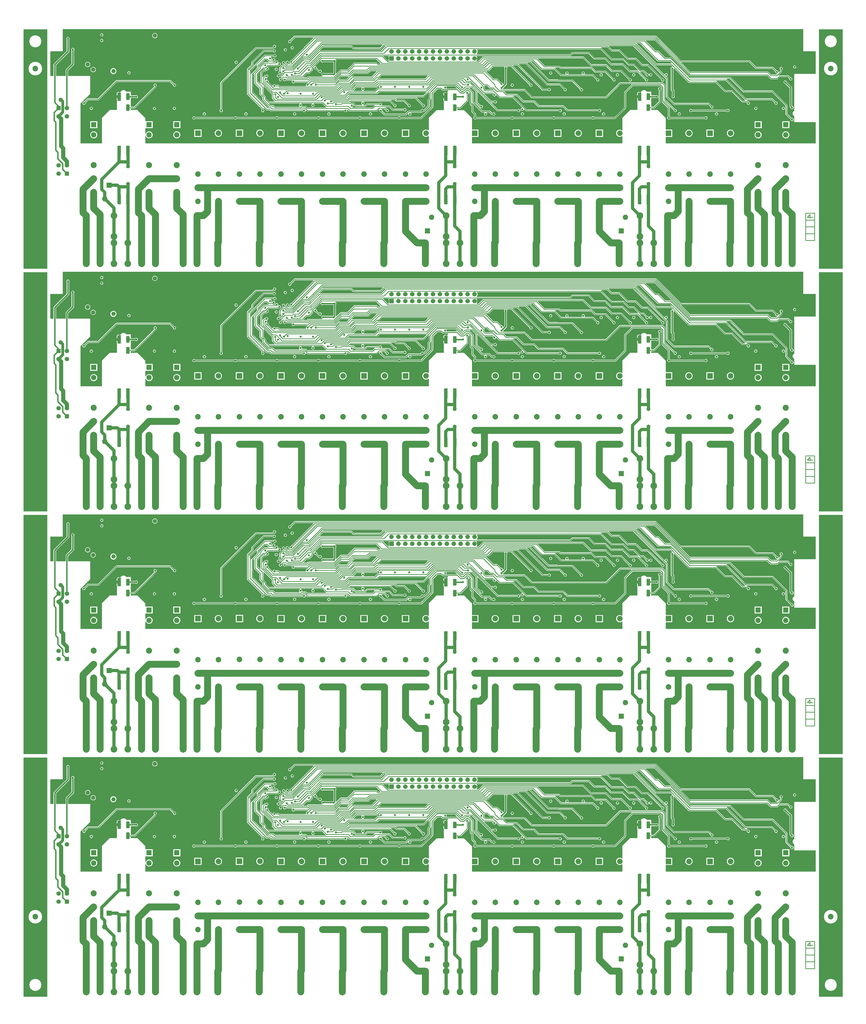
<source format=gbr>
*
%FSLAX26Y26*%
%MOIN*%
%ADD10C,0.061181*%
%ADD11C,0.021181*%
%ADD12C,0.011181*%
%ADD13C,0.101181*%
%ADD14C,0.046181*%
%ADD15C,0.013181*%
%ADD16C,0.041181*%
%ADD17R,0.076181X0.076181*%
%ADD18C,0.076181*%
%ADD19C,0.064171*%
%ADD20C,0.065371*%
%ADD21R,0.064171X0.064171*%
%ADD22R,0.065371X0.065371*%
%ADD23R,0.079921X0.079921*%
%ADD24C,0.079921*%
%ADD25C,0.087791*%
%ADD26C,0.075981*%
%ADD27R,0.075981X0.075981*%
%ADD28C,0.096181*%
%ADD29C,0.031181*%
%ADD30C,0.053681*%
%ADD31R,0.041081X0.041081*%
%ADD32C,0.026600*%
%ADD33C,0.005000*%
%ADD34C,0.070870*%
%ADD35C,0.008000*%
%ADD36C,0.018000*%
%ADD37C,0.058339*%
%ADD38C,0.097709*%
%ADD39C,0.137079*%
%ADD40C,0.080709*%
%ADD41C,0.029528*%
%ADD42C,0.031496*%
%IPPOS*%
%LNbl*%
%LPD*%
G75*
G36*
X19799Y2808779D02*
Y3164961D01*
X199409D01*
Y3401250D01*
X741542D01*
X743226Y3392750D01*
X748046Y3385546D01*
X755250Y3380726D01*
X763750Y3379042D01*
X772250Y3380726D01*
X779454Y3385546D01*
X782013Y3389370D01*
X1492396D01*
X1493675Y3379634D01*
X1497436Y3370568D01*
X1503411Y3362781D01*
X1511198Y3356806D01*
X1520264Y3353045D01*
X1530000Y3351766D01*
X1539736Y3353045D01*
X1548802Y3356806D01*
X1556589Y3362781D01*
X1562564Y3370568D01*
X1566325Y3379634D01*
X1567604Y3389370D01*
X10900591D01*
Y3164961D01*
X11080201D01*
Y2939370D01*
X10797208D01*
X10795524Y2947870D01*
X10790704Y2955074D01*
X10783500Y2959894D01*
X10775000Y2961578D01*
X10766500Y2959894D01*
X10759296Y2955074D01*
X10754476Y2947870D01*
X10752792Y2939370D01*
X10217734D01*
X10128904Y3028191D01*
X10124789Y3030944D01*
X10119942Y3031909D01*
X9130195D01*
X8778903Y3383192D01*
X8774789Y3385944D01*
X8769942Y3386909D01*
X3550058D01*
X3545211Y3385944D01*
X3541096Y3383191D01*
X3483735Y3325840D01*
X3480000Y3326578D01*
X3471500Y3324894D01*
X3464296Y3320074D01*
X3464246Y3320000D01*
X785958D01*
X784274Y3328500D01*
X779454Y3335704D01*
X772250Y3340524D01*
X763750Y3342208D01*
X755250Y3340524D01*
X748046Y3335704D01*
X743226Y3328500D01*
X741542Y3320000D01*
X292629D01*
Y3336550D01*
X295524Y3340870D01*
X297208Y3349370D01*
X295524Y3357870D01*
X290704Y3365074D01*
X283500Y3369894D01*
X275000Y3371578D01*
X266500Y3369894D01*
X259296Y3365074D01*
X254476Y3357870D01*
X252792Y3349370D01*
X254476Y3340870D01*
X257371Y3336550D01*
Y3166675D01*
X72569Y2981883D01*
X68717Y2976110D01*
X67371Y2969312D01*
Y2808779D01*
X19799D01*
G37*
G36*
X102629D02*
Y2962065D01*
X287431Y3146857D01*
X291283Y3152630D01*
X292629Y3159428D01*
Y3320000D01*
X741542D01*
X743226Y3311500D01*
X748046Y3304296D01*
X755250Y3299476D01*
X763750Y3297792D01*
X772250Y3299476D01*
X779454Y3304296D01*
X784274Y3311500D01*
X785958Y3320000D01*
X3464246D01*
X3459476Y3312870D01*
X3457792Y3304370D01*
X3459476Y3295870D01*
X3464296Y3288666D01*
X3471500Y3283846D01*
X3480000Y3282162D01*
X3488500Y3283846D01*
X3495704Y3288666D01*
X3500524Y3295870D01*
X3502208Y3304370D01*
X3501470Y3308105D01*
X3555195Y3361831D01*
X3820864D01*
X3823467Y3355562D01*
X3682271Y3214370D01*
X3537208D01*
X3535524Y3222870D01*
X3530704Y3230074D01*
X3523500Y3234894D01*
X3515000Y3236578D01*
X3506500Y3234894D01*
X3505718Y3234370D01*
X3282208D01*
X3280524Y3242870D01*
X3275704Y3250074D01*
X3268500Y3254894D01*
X3260000Y3256578D01*
X3251500Y3254894D01*
X3244296Y3250074D01*
X3239476Y3242870D01*
X3237792Y3234370D01*
X3238530Y3230635D01*
X3229805Y3221909D01*
X2990058D01*
X2985211Y3220944D01*
X2981097Y3218192D01*
X2767275Y3004370D01*
X2727208D01*
X2725524Y3012870D01*
X2720704Y3020074D01*
X2713500Y3024894D01*
X2705000Y3026578D01*
X2696500Y3024894D01*
X2689296Y3020074D01*
X2684476Y3012870D01*
X2682792Y3004370D01*
X581323D01*
X578802Y3006304D01*
X569736Y3010065D01*
X560000Y3011344D01*
X550264Y3010065D01*
X541198Y3006304D01*
X533411Y3000329D01*
X527436Y2992542D01*
X523675Y2983476D01*
X522396Y2973740D01*
X362119D01*
X362629Y2976318D01*
Y3178639D01*
X364684Y3181711D01*
X366378Y3190210D01*
X364684Y3198709D01*
X359864Y3205914D01*
X352660Y3210724D01*
X344160Y3212418D01*
X335660Y3210724D01*
X328456Y3205914D01*
X323646Y3198710D01*
X321952Y3190210D01*
X323646Y3181711D01*
X327371Y3176139D01*
Y2983565D01*
X246628Y2902823D01*
X242776Y2897059D01*
X241421Y2890262D01*
Y2808779D01*
X102629D01*
G37*
G36*
X199409Y3401250D02*
Y3484141D01*
X10900591D01*
Y3389370D01*
X1567604D01*
X1566325Y3399106D01*
X1562564Y3408172D01*
X1556589Y3415959D01*
X1548802Y3421934D01*
X1539736Y3425695D01*
X1530000Y3426974D01*
X1520264Y3425695D01*
X1511198Y3421934D01*
X1503411Y3415959D01*
X1497436Y3408172D01*
X1494565Y3401250D01*
X785958D01*
X784274Y3409750D01*
X779454Y3416954D01*
X772250Y3421774D01*
X763750Y3423458D01*
X755250Y3421774D01*
X748046Y3416954D01*
X743226Y3409750D01*
X741542Y3401250D01*
X199409D01*
G37*
G36*
X276689Y2808779D02*
Y2883015D01*
X293047Y2899370D01*
X602396D01*
X603675Y2889634D01*
X607436Y2880568D01*
X613411Y2872781D01*
X621198Y2866806D01*
X630264Y2863045D01*
X640000Y2861766D01*
X649736Y2863045D01*
X658802Y2866806D01*
X666589Y2872781D01*
X669727Y2876870D01*
X887686D01*
X889175Y2865595D01*
X893526Y2855088D01*
X900451Y2846071D01*
X909468Y2839146D01*
X919975Y2834795D01*
X931250Y2833306D01*
X942525Y2834795D01*
X953032Y2839146D01*
X962049Y2846071D01*
X966503Y2851870D01*
X1134042D01*
X1135726Y2843370D01*
X1140546Y2836166D01*
X1147750Y2831346D01*
X1156250Y2829662D01*
X1164750Y2831346D01*
X1171954Y2836166D01*
X1176774Y2843370D01*
X1178458Y2851870D01*
X2614775D01*
X2480178Y2717273D01*
X2477426Y2713159D01*
X2476461Y2708312D01*
Y2674370D01*
X1837208D01*
X1835524Y2682870D01*
X1830704Y2690074D01*
X1823500Y2694894D01*
X1815000Y2696578D01*
X1811265Y2695840D01*
X1763904Y2743191D01*
X1759789Y2745944D01*
X1754942Y2746909D01*
X976308D01*
X971461Y2745944D01*
X967347Y2743192D01*
X707305Y2483159D01*
X562558D01*
X557711Y2482194D01*
X553596Y2479441D01*
X509985Y2435840D01*
X506250Y2436578D01*
X497750Y2434894D01*
X490546Y2430074D01*
X485726Y2422870D01*
X484042Y2414370D01*
X459165D01*
X594409Y2549615D01*
Y2808779D01*
X276689D01*
G37*
G36*
X293047Y2899370D02*
X357431Y2963746D01*
X361283Y2969520D01*
X362119Y2973740D01*
X522396D01*
X523675Y2964004D01*
X527436Y2954938D01*
X533411Y2947151D01*
X541198Y2941176D01*
X550264Y2937415D01*
X560000Y2936136D01*
X569736Y2937415D01*
X578802Y2941176D01*
X586589Y2947151D01*
X592564Y2954938D01*
X596325Y2964004D01*
X597604Y2973740D01*
X2736645D01*
X2639775Y2876870D01*
X974814D01*
X973325Y2888145D01*
X968974Y2898652D01*
X962049Y2907669D01*
X953032Y2914594D01*
X942525Y2918945D01*
X931250Y2920434D01*
X919975Y2918945D01*
X909468Y2914594D01*
X900451Y2907669D01*
X894077Y2899370D01*
X677604D01*
X676325Y2909106D01*
X672564Y2918172D01*
X666589Y2925959D01*
X658802Y2931934D01*
X649736Y2935695D01*
X640000Y2936974D01*
X630264Y2935695D01*
X621198Y2931934D01*
X613411Y2925959D01*
X607436Y2918172D01*
X603675Y2909106D01*
X602396Y2899370D01*
X293047D01*
G37*
G36*
X454409Y1832529D02*
Y1956690D01*
X596216D01*
X597955Y1943484D01*
X603056Y1931178D01*
X611161Y1920611D01*
X621728Y1912506D01*
X634034Y1907405D01*
X647240Y1905666D01*
X660446Y1907405D01*
X672752Y1912506D01*
X683329Y1920611D01*
X691434Y1931178D01*
X696535Y1943484D01*
X698274Y1956690D01*
X767521D01*
Y1832529D01*
X454409D01*
G37*
G36*
Y1956690D02*
Y2104330D01*
X596651D01*
Y2053741D01*
X697839D01*
Y2104330D01*
X767521D01*
Y1956690D01*
X698274D01*
X696535Y1969896D01*
X691434Y1982202D01*
X683329Y1992779D01*
X672752Y2000884D01*
X660446Y2005985D01*
X647240Y2007724D01*
X634034Y2005985D01*
X621728Y2000884D01*
X611161Y1992779D01*
X603056Y1982202D01*
X597955Y1969896D01*
X596216Y1956690D01*
X454409D01*
G37*
G36*
Y2104330D02*
Y2339370D01*
X590292D01*
X591976Y2330870D01*
X596796Y2323666D01*
X604000Y2318846D01*
X612500Y2317162D01*
X621000Y2318846D01*
X628204Y2323666D01*
X633024Y2330870D01*
X634708Y2339370D01*
X983541D01*
Y2315549D01*
X878195D01*
X767521Y2204875D01*
Y2104330D01*
X697839D01*
Y2154919D01*
X596651D01*
Y2104330D01*
X454409D01*
G37*
G36*
Y2339370D02*
Y2409615D01*
X459165Y2414370D01*
X484042D01*
X485726Y2405870D01*
X490546Y2398666D01*
X497750Y2393846D01*
X506250Y2392162D01*
X514750Y2393846D01*
X521954Y2398666D01*
X526774Y2405870D01*
X528458Y2414370D01*
X527720Y2418105D01*
X567695Y2458081D01*
X712442D01*
X717289Y2459046D01*
X721403Y2461798D01*
X813170Y2553562D01*
X979501D01*
Y2514461D01*
X1016049D01*
Y2545630D01*
X1028901D01*
Y2507279D01*
X1023231D01*
Y2501279D01*
X979501D01*
Y2462188D01*
X981276Y2453260D01*
X983541Y2449869D01*
Y2339370D01*
X634708D01*
X633024Y2347870D01*
X628204Y2355074D01*
X621000Y2359894D01*
X612500Y2361578D01*
X604000Y2359894D01*
X596796Y2355074D01*
X591976Y2347870D01*
X590292Y2339370D01*
X454409D01*
G37*
G36*
X581323Y3004370D02*
X2682792D01*
X2684476Y2995870D01*
X2689296Y2988666D01*
X2696500Y2983846D01*
X2705000Y2982162D01*
X2713500Y2983846D01*
X2720704Y2988666D01*
X2725524Y2995870D01*
X2727208Y3004370D01*
X2767275D01*
X2736645Y2973740D01*
X597604D01*
X596325Y2983476D01*
X592564Y2992542D01*
X586589Y3000329D01*
X581323Y3004370D01*
G37*
G36*
X669727Y2876870D02*
X672564Y2880568D01*
X676325Y2889634D01*
X677604Y2899370D01*
X894077D01*
X893526Y2898652D01*
X889175Y2888145D01*
X887686Y2876870D01*
X669727D01*
G37*
G36*
X782013Y3389370D02*
X784274Y3392750D01*
X785958Y3401250D01*
X1494565D01*
X1493675Y3399106D01*
X1492396Y3389370D01*
X782013D01*
G37*
G36*
X813170Y2553562D02*
X981445Y2721831D01*
X1749805D01*
X1793530Y2678105D01*
X1792792Y2674370D01*
X1794476Y2665870D01*
X1799296Y2658666D01*
X1806500Y2653846D01*
X1815000Y2652162D01*
X1823500Y2653846D01*
X1830704Y2658666D01*
X1835524Y2665870D01*
X1837208Y2674370D01*
X2476461D01*
Y2339370D01*
X1834708D01*
X1833024Y2347870D01*
X1828204Y2355074D01*
X1821000Y2359894D01*
X1812500Y2361578D01*
X1804000Y2359894D01*
X1796796Y2355074D01*
X1791976Y2347870D01*
X1790292Y2339370D01*
X1547208D01*
X1545524Y2347870D01*
X1540704Y2355074D01*
X1533500Y2359894D01*
X1525000Y2361578D01*
X1516500Y2359894D01*
X1509296Y2355074D01*
X1504476Y2347870D01*
X1502792Y2339370D01*
X1241636D01*
X1244933Y2341569D01*
X1543822Y2640467D01*
X1546574Y2644581D01*
X1547539Y2649428D01*
Y2656545D01*
X1550704Y2658666D01*
X1555524Y2665870D01*
X1557208Y2674370D01*
X1555524Y2682870D01*
X1550704Y2690074D01*
X1543500Y2694894D01*
X1535000Y2696578D01*
X1526500Y2694894D01*
X1519296Y2690074D01*
X1514476Y2682870D01*
X1512792Y2674370D01*
X1514476Y2665870D01*
X1519473Y2658401D01*
X1518974Y2651069D01*
X1230835Y2362929D01*
X1182359D01*
Y2490241D01*
X1250049D01*
X1254000Y2487596D01*
X1262500Y2485912D01*
X1271000Y2487596D01*
X1278204Y2492416D01*
X1283024Y2499620D01*
X1284708Y2508120D01*
X1283024Y2516620D01*
X1278204Y2523824D01*
X1271000Y2528644D01*
X1262500Y2530328D01*
X1254000Y2528644D01*
X1249309Y2525509D01*
X1182359D01*
Y2580549D01*
X1118209D01*
X1112629Y2587829D01*
X1102472Y2595624D01*
X1090646Y2600525D01*
X1077950Y2602194D01*
X1065264Y2600525D01*
X1053428Y2595624D01*
X1043271Y2587829D01*
X1035483Y2577669D01*
X1035109Y2576799D01*
X1029231D01*
Y2555570D01*
X1028901Y2553110D01*
Y2545630D01*
X1016049D01*
Y2576799D01*
X1002738D01*
X993810Y2575024D01*
X986296Y2570004D01*
X981276Y2562490D01*
X979501Y2553562D01*
X813170D01*
G37*
G36*
X966503Y2851870D02*
X968974Y2855088D01*
X973325Y2865595D01*
X974814Y2876870D01*
X2639775D01*
X2614775Y2851870D01*
X1178458D01*
X1176774Y2860370D01*
X1171954Y2867574D01*
X1164750Y2872394D01*
X1156250Y2874078D01*
X1147750Y2872394D01*
X1140546Y2867574D01*
X1135726Y2860370D01*
X1134042Y2851870D01*
X966503D01*
G37*
G36*
X1182359Y2315549D02*
Y2337861D01*
X1235962D01*
X1240820Y2338826D01*
X1241636Y2339370D01*
X1502792D01*
X1504476Y2330870D01*
X1509296Y2323666D01*
X1516500Y2318846D01*
X1525000Y2317162D01*
X1533500Y2318846D01*
X1540704Y2323666D01*
X1545524Y2330870D01*
X1547208Y2339370D01*
X1790292D01*
X1791976Y2330870D01*
X1796796Y2323666D01*
X1804000Y2318846D01*
X1812500Y2317162D01*
X1821000Y2318846D01*
X1828204Y2323666D01*
X1833024Y2330870D01*
X1834708Y2339370D01*
X2476461D01*
Y2324825D01*
X2473296Y2322704D01*
X2468476Y2315500D01*
X2466792Y2307000D01*
X1286255D01*
X1277705Y2315549D01*
X1182359D01*
G37*
G36*
X1286255Y2307000D02*
X2466792D01*
X2468476Y2298500D01*
X2473296Y2291296D01*
X2480500Y2286476D01*
X2489000Y2284792D01*
X2497500Y2286476D01*
X2504704Y2291296D01*
X2509524Y2298500D01*
X2511208Y2307000D01*
X2509524Y2315500D01*
X2504704Y2322704D01*
X2501539Y2324825D01*
Y2703175D01*
X2995195Y3196831D01*
X3234942D01*
X3239789Y3197796D01*
X3243904Y3200549D01*
X3256266Y3212900D01*
X3260000Y3212162D01*
X3268500Y3213846D01*
X3269282Y3214370D01*
X3492792D01*
X3494476Y3205870D01*
X3499296Y3198666D01*
X3506500Y3193846D01*
X3515000Y3192162D01*
X3523500Y3193846D01*
X3530704Y3198666D01*
X3535524Y3205870D01*
X3537208Y3214370D01*
X3682271D01*
X3652480Y3184580D01*
X3437358D01*
X3435674Y3193080D01*
X3430854Y3200284D01*
X3423650Y3205094D01*
X3415150Y3206788D01*
X3406650Y3205094D01*
X3399446Y3200284D01*
X3394626Y3193080D01*
X3392942Y3184580D01*
X3271035D01*
X3270704Y3185074D01*
X3263500Y3189894D01*
X3255000Y3191578D01*
X3246500Y3189894D01*
X3239296Y3185074D01*
X3237175Y3181909D01*
X3100058D01*
X3095211Y3180944D01*
X3091097Y3178192D01*
X2931178Y3018273D01*
X2928426Y3014159D01*
X2927461Y3009312D01*
Y2974565D01*
X2866179Y2913274D01*
X2863426Y2909159D01*
X2862461Y2904312D01*
Y2549428D01*
X2863426Y2544581D01*
X2866178Y2540467D01*
X3077086Y2329560D01*
X3076682Y2322922D01*
X3074296Y2321325D01*
X3069476Y2314120D01*
X3067792Y2305620D01*
X3069476Y2297120D01*
X3074296Y2289916D01*
X3081500Y2285096D01*
X3090000Y2283412D01*
X3098500Y2285096D01*
X3105704Y2289916D01*
X3110524Y2297120D01*
X3112208Y2305620D01*
X3110524Y2314120D01*
X3105704Y2321324D01*
X3102539Y2323445D01*
Y2334312D01*
X3101574Y2339159D01*
X3099721Y2341927D01*
X3105209Y2346426D01*
X3136096Y2315549D01*
X3140211Y2312796D01*
X3145058Y2311831D01*
X3184805D01*
X3197346Y2299299D01*
X3201461Y2296546D01*
X3206308Y2295581D01*
X3669675D01*
X3671796Y2292416D01*
X3679000Y2287596D01*
X3687500Y2285912D01*
X3696000Y2287596D01*
X3703204Y2292416D01*
X3708024Y2299620D01*
X3709603Y2307570D01*
X3712833Y2309410D01*
X3716296Y2310350D01*
X3727347Y2299298D01*
X3731461Y2296546D01*
X3736308Y2295581D01*
X4269675D01*
X4271796Y2292416D01*
X4279000Y2287596D01*
X4287500Y2285912D01*
X4296000Y2287596D01*
X4303204Y2292416D01*
X4308024Y2299620D01*
X4309708Y2308120D01*
X4308322Y2315109D01*
X4311000Y2320663D01*
X4312282Y2322192D01*
X4314168Y2322467D01*
X4336097Y2300548D01*
X4340211Y2297796D01*
X4345058Y2296831D01*
X4734942D01*
X4739789Y2297796D01*
X4743903Y2300548D01*
X4771859Y2328504D01*
X4773203Y2328168D01*
X4776000Y2320764D01*
X4773226Y2316619D01*
X4771542Y2308120D01*
X4773226Y2299620D01*
X4778046Y2292416D01*
X4785250Y2287596D01*
X4793751Y2285912D01*
X4796285Y2286410D01*
X4824331Y2258370D01*
X4668208D01*
X4666524Y2266870D01*
X4661704Y2274074D01*
X4654500Y2278894D01*
X4646000Y2280578D01*
X4637500Y2278894D01*
X4630296Y2274074D01*
X4625476Y2266870D01*
X4623792Y2258370D01*
X4068208D01*
X4066524Y2266870D01*
X4061704Y2274074D01*
X4054500Y2278894D01*
X4046000Y2280578D01*
X4037500Y2278894D01*
X4030296Y2274074D01*
X4025476Y2266870D01*
X4023990Y2259370D01*
X3572208D01*
X3570524Y2267870D01*
X3565704Y2275074D01*
X3558500Y2279894D01*
X3550000Y2281578D01*
X3541500Y2279894D01*
X3534296Y2275074D01*
X3529476Y2267870D01*
X3527792Y2259370D01*
X2868010D01*
X2866524Y2266870D01*
X2861704Y2274074D01*
X2854500Y2278894D01*
X2846000Y2280578D01*
X2837500Y2278894D01*
X2830296Y2274074D01*
X2825476Y2266870D01*
X2823792Y2258370D01*
X2268208D01*
X2266524Y2266870D01*
X2261704Y2274074D01*
X2254500Y2278894D01*
X2246000Y2280578D01*
X2237500Y2278894D01*
X2230296Y2274074D01*
X2225476Y2266870D01*
X2223792Y2258370D01*
X1334885D01*
X1286255Y2307000D01*
G37*
G36*
X1334885Y2258370D02*
X2223792D01*
X2225476Y2249870D01*
X2230296Y2242666D01*
X2237500Y2237846D01*
X2246000Y2236162D01*
X2254500Y2237846D01*
X2261704Y2242666D01*
X2266524Y2249870D01*
X2268208Y2258370D01*
X2823792D01*
X2825476Y2249870D01*
X2830296Y2242666D01*
X2837500Y2237846D01*
X2846000Y2236162D01*
X2854500Y2237846D01*
X2861704Y2242666D01*
X2866524Y2249870D01*
X2868208Y2258370D01*
X3527990D01*
X3529476Y2250870D01*
X3534296Y2243666D01*
X3541500Y2238846D01*
X3550000Y2237162D01*
X3558500Y2238846D01*
X3565704Y2243666D01*
X3570524Y2250870D01*
X3572010Y2258370D01*
X4023792D01*
X4025476Y2249870D01*
X4030296Y2242666D01*
X4037500Y2237846D01*
X4046000Y2236162D01*
X4054500Y2237846D01*
X4061704Y2242666D01*
X4066524Y2249870D01*
X4068208Y2258370D01*
X4623792D01*
X4625476Y2249870D01*
X4630296Y2242666D01*
X4637500Y2237846D01*
X4646000Y2236162D01*
X4654500Y2237846D01*
X4661704Y2242666D01*
X4666524Y2249870D01*
X4668208Y2258370D01*
X4824331D01*
X4840376Y2242329D01*
X4844821Y2239356D01*
X4850058Y2238311D01*
X5156192D01*
X5161429Y2239356D01*
X5165873Y2242328D01*
X5186472Y2262927D01*
X5192773Y2259555D01*
X5192542Y2258371D01*
X5194226Y2249870D01*
X5199046Y2242666D01*
X5206250Y2237846D01*
X5214750Y2236162D01*
X5223250Y2237846D01*
X5230454Y2242666D01*
X5235274Y2249870D01*
X5236958Y2258370D01*
X5235274Y2266869D01*
X5233722Y2269186D01*
X5237256Y2275811D01*
X5374942D01*
X5380179Y2276856D01*
X5384624Y2279829D01*
X5391215Y2286410D01*
X5393749Y2285912D01*
X5402250Y2287596D01*
X5409455Y2292416D01*
X5410895Y2294561D01*
X5424942D01*
X5430179Y2295606D01*
X5434623Y2298578D01*
X5497042Y2360997D01*
X5500014Y2365441D01*
X5501059Y2370678D01*
Y2458754D01*
X5514541Y2472246D01*
X5517063Y2476023D01*
X5522647Y2475296D01*
X5523941Y2474794D01*
Y2363735D01*
X5375635Y2215429D01*
X5079645D01*
X5078205Y2217574D01*
X5071000Y2222394D01*
X5062500Y2224078D01*
X5054000Y2222394D01*
X5046795Y2217574D01*
X5045355Y2215429D01*
X4510895D01*
X4509455Y2217574D01*
X4502250Y2222394D01*
X4493750Y2224078D01*
X4485250Y2222394D01*
X4478045Y2217574D01*
X4476605Y2215429D01*
X3910895D01*
X3909455Y2217574D01*
X3902250Y2222394D01*
X3893750Y2224078D01*
X3885250Y2222394D01*
X3878045Y2217574D01*
X3876605Y2215429D01*
X3310895D01*
X3309455Y2217574D01*
X3302250Y2222394D01*
X3293750Y2224078D01*
X3285250Y2222394D01*
X3278045Y2217574D01*
X3276605Y2215429D01*
X2710895D01*
X2709455Y2217574D01*
X2702250Y2222394D01*
X2693750Y2224078D01*
X2685250Y2222394D01*
X2678045Y2217574D01*
X2676605Y2215429D01*
X2110895D01*
X2109455Y2217574D01*
X2102250Y2222394D01*
X2093750Y2224078D01*
X2085250Y2222394D01*
X2078046Y2217574D01*
X2073226Y2210370D01*
X2071542Y2201870D01*
X2073226Y2193370D01*
X2078046Y2186166D01*
X2085250Y2181346D01*
X2093750Y2179662D01*
X2102250Y2181346D01*
X2109455Y2186166D01*
X2110895Y2188311D01*
X2676605D01*
X2678045Y2186166D01*
X2685250Y2181346D01*
X2693750Y2179662D01*
X2702250Y2181346D01*
X2709455Y2186166D01*
X2710895Y2188311D01*
X3276605D01*
X3278045Y2186166D01*
X3285250Y2181346D01*
X3293750Y2179662D01*
X3302250Y2181346D01*
X3309455Y2186166D01*
X3310895Y2188311D01*
X3876605D01*
X3878045Y2186166D01*
X3885250Y2181346D01*
X3893750Y2179662D01*
X3902250Y2181346D01*
X3909455Y2186166D01*
X3910895Y2188311D01*
X4476605D01*
X4478045Y2186166D01*
X4485250Y2181346D01*
X4493750Y2179662D01*
X4502250Y2181346D01*
X4509455Y2186166D01*
X4510895Y2188311D01*
X5045355D01*
X5046795Y2186166D01*
X5054000Y2181346D01*
X5062500Y2179662D01*
X5071000Y2181346D01*
X5078205Y2186166D01*
X5079645Y2188311D01*
X5381192D01*
X5386429Y2189356D01*
X5390873Y2192328D01*
X5547042Y2348497D01*
X5550014Y2352941D01*
X5551059Y2358178D01*
Y2551255D01*
X5551577Y2551772D01*
X5700851D01*
Y2512671D01*
X5737389D01*
Y2543835D01*
X5750251D01*
Y2505489D01*
X5744571D01*
Y2499489D01*
X5700851D01*
Y2460388D01*
X5702626Y2451470D01*
X5704881Y2448078D01*
Y2313759D01*
X5599545D01*
X5488861Y2203075D01*
Y2104330D01*
X1897829D01*
Y2154919D01*
X1796651D01*
Y2104330D01*
X1497829D01*
Y2154919D01*
X1395745D01*
X1392319Y2160030D01*
Y2200935D01*
X1334885Y2258370D01*
G37*
G36*
X1392319Y1832529D02*
Y1938925D01*
X1399270Y1940303D01*
X1403056Y1931178D01*
X1411161Y1920611D01*
X1421728Y1912506D01*
X1434034Y1907405D01*
X1447240Y1905666D01*
X1460456Y1907405D01*
X1472752Y1912506D01*
X1483329Y1920611D01*
X1491434Y1931178D01*
X1496535Y1943484D01*
X1498274Y1956690D01*
X1796216D01*
X1797955Y1943484D01*
X1803056Y1931178D01*
X1811161Y1920611D01*
X1821728Y1912506D01*
X1834034Y1907405D01*
X1847240Y1905666D01*
X1860446Y1907405D01*
X1872752Y1912506D01*
X1883329Y1920611D01*
X1891434Y1931178D01*
X1896535Y1943484D01*
X1898274Y1956690D01*
X2099801D01*
Y1927761D01*
X2204919D01*
Y1980310D01*
X2394626D01*
X2396435Y1966594D01*
X2401726Y1953808D01*
X2410151Y1942831D01*
X2421128Y1934406D01*
X2433914Y1929105D01*
X2447640Y1927306D01*
X2461356Y1929105D01*
X2474142Y1934406D01*
X2485119Y1942831D01*
X2493544Y1953808D01*
X2498845Y1966595D01*
X2500654Y1980310D01*
X2699801D01*
Y1929531D01*
X2804919D01*
Y1982090D01*
X2994626D01*
X2996435Y1968364D01*
X3001726Y1955578D01*
X3010151Y1944601D01*
X3021128Y1936176D01*
X3033914Y1930875D01*
X3047640Y1929076D01*
X3061356Y1930875D01*
X3074142Y1936176D01*
X3085119Y1944601D01*
X3093544Y1955578D01*
X3098845Y1968364D01*
X3100421Y1980320D01*
X3299801D01*
Y1927761D01*
X3404919D01*
Y1980310D01*
X3594626D01*
X3596435Y1966594D01*
X3601726Y1953808D01*
X3610151Y1942831D01*
X3621128Y1934406D01*
X3633914Y1929105D01*
X3647640Y1927306D01*
X3661356Y1929105D01*
X3674142Y1934406D01*
X3685119Y1942831D01*
X3693544Y1953808D01*
X3698845Y1966595D01*
X3700654Y1980310D01*
X3899801D01*
Y1927761D01*
X4004919D01*
Y1980310D01*
X4194626D01*
X4196435Y1966594D01*
X4201726Y1953808D01*
X4210151Y1942831D01*
X4221128Y1934406D01*
X4233914Y1929105D01*
X4247640Y1927306D01*
X4261356Y1929105D01*
X4274142Y1934406D01*
X4285119Y1942831D01*
X4293544Y1953808D01*
X4298845Y1966595D01*
X4300654Y1980310D01*
X4499801D01*
Y1927761D01*
X4604919D01*
Y1980310D01*
X4794626D01*
X4796435Y1966594D01*
X4801726Y1953808D01*
X4810151Y1942831D01*
X4821128Y1934406D01*
X4833914Y1929105D01*
X4847640Y1927306D01*
X4861356Y1929105D01*
X4874142Y1934406D01*
X4885119Y1942831D01*
X4893544Y1953808D01*
X4898845Y1966595D01*
X4900654Y1980310D01*
X5099801D01*
Y1927761D01*
X5204919D01*
Y1980320D01*
X5394627D01*
X5394626Y1980310D01*
X5396435Y1966594D01*
X5401726Y1953808D01*
X5410151Y1942831D01*
X5421128Y1934406D01*
X5433914Y1929105D01*
X5447640Y1927306D01*
X5461356Y1929105D01*
X5474142Y1934406D01*
X5482202Y1940592D01*
X5488861Y1937307D01*
Y1832529D01*
X1392319D01*
G37*
G36*
Y1974466D02*
Y2048630D01*
X1395745Y2053741D01*
X1497829D01*
Y2104330D01*
X1796651D01*
Y2053741D01*
X1897829D01*
Y2104330D01*
X5488861D01*
Y2023323D01*
X5482202Y2020038D01*
X5474142Y2026224D01*
X5461356Y2031525D01*
X5447640Y2033324D01*
X5433914Y2031525D01*
X5421128Y2026224D01*
X5410151Y2017799D01*
X5401726Y2006822D01*
X5396435Y1994036D01*
X5394627Y1980320D01*
X5204919D01*
Y2032879D01*
X5099801D01*
Y1980320D01*
X4900653D01*
X4898845Y1994036D01*
X4893544Y2006822D01*
X4885119Y2017799D01*
X4874142Y2026224D01*
X4861356Y2031525D01*
X4847640Y2033324D01*
X4833914Y2031525D01*
X4821128Y2026224D01*
X4810151Y2017799D01*
X4801726Y2006822D01*
X4796435Y1994036D01*
X4794627Y1980320D01*
X4604919D01*
Y2032879D01*
X4499801D01*
Y1980320D01*
X4300653D01*
X4298845Y1994036D01*
X4293544Y2006822D01*
X4285119Y2017799D01*
X4274142Y2026224D01*
X4261356Y2031525D01*
X4247640Y2033324D01*
X4233914Y2031525D01*
X4221128Y2026224D01*
X4210151Y2017799D01*
X4201726Y2006822D01*
X4196435Y1994036D01*
X4194627Y1980320D01*
X4004919D01*
Y2032879D01*
X3899801D01*
Y1980320D01*
X3700653D01*
X3698845Y1994036D01*
X3693544Y2006822D01*
X3685119Y2017799D01*
X3674142Y2026224D01*
X3661356Y2031525D01*
X3647640Y2033324D01*
X3633914Y2031525D01*
X3621128Y2026224D01*
X3610151Y2017799D01*
X3601726Y2006822D01*
X3596435Y1994036D01*
X3594627Y1980320D01*
X3404919D01*
Y2032879D01*
X3299801D01*
Y1982090D01*
X3100654D01*
X3098845Y1995805D01*
X3093544Y2008592D01*
X3085119Y2019569D01*
X3074142Y2027994D01*
X3061356Y2033295D01*
X3047640Y2035094D01*
X3033914Y2033295D01*
X3021128Y2027994D01*
X3010151Y2019569D01*
X3001726Y2008592D01*
X2996435Y1995806D01*
X2994626Y1982090D01*
X2804919D01*
Y2034649D01*
X2699801D01*
Y1982090D01*
X2500420D01*
X2498845Y1994036D01*
X2493544Y2006822D01*
X2485119Y2017799D01*
X2474142Y2026224D01*
X2461356Y2031525D01*
X2447640Y2033324D01*
X2433914Y2031525D01*
X2421128Y2026224D01*
X2410151Y2017799D01*
X2401726Y2006822D01*
X2396435Y1994036D01*
X2394627Y1980320D01*
X2204919D01*
Y2032879D01*
X2099801D01*
Y1980320D01*
X1892214D01*
X1891434Y1982202D01*
X1883329Y1992779D01*
X1872752Y2000884D01*
X1860446Y2005985D01*
X1847240Y2007724D01*
X1834034Y2005985D01*
X1821728Y2000884D01*
X1811161Y1992779D01*
X1803056Y1982202D01*
X1797955Y1969896D01*
X1796216Y1956690D01*
X1498274D01*
X1496535Y1969896D01*
X1491434Y1982202D01*
X1483329Y1992779D01*
X1472752Y2000884D01*
X1460456Y2005985D01*
X1447240Y2007724D01*
X1434034Y2005985D01*
X1421728Y2000884D01*
X1411161Y1992779D01*
X1403056Y1982202D01*
X1399270Y1973076D01*
X1392319Y1974466D01*
G37*
G36*
X1892214Y1980320D02*
X2099801D01*
Y1956690D01*
X1898274D01*
X1896535Y1969896D01*
X1892214Y1980320D01*
G37*
G36*
X2204919Y1980310D02*
Y1980320D01*
X2394627D01*
X2394626Y1980310D01*
X2204919D01*
G37*
G36*
X2500420Y1982090D02*
X2699801D01*
Y1980310D01*
X2500654D01*
X2500420Y1982090D01*
G37*
G36*
X2868010Y2259370D02*
X3527792D01*
X3527990Y2258370D01*
X2868208D01*
X2868010Y2259370D01*
G37*
G36*
X2887539Y2892652D02*
Y2899175D01*
X2948821Y2960466D01*
X2951574Y2964581D01*
X2952539Y2969428D01*
Y3004175D01*
X3105195Y3156831D01*
X3237175D01*
X3239296Y3153666D01*
X3246500Y3148846D01*
X3255000Y3147162D01*
X3263500Y3148846D01*
X3270704Y3153666D01*
X3275524Y3160870D01*
X3277208Y3169370D01*
X3275524Y3177870D01*
X3271035Y3184580D01*
X3392942D01*
X3394626Y3176080D01*
X3399446Y3168876D01*
X3406651Y3164056D01*
X3415150Y3162362D01*
X3423649Y3164056D01*
X3430854Y3168876D01*
X3435674Y3176080D01*
X3437358Y3184580D01*
X3652480D01*
X3499351Y3031456D01*
X3491500Y3029894D01*
X3484296Y3025074D01*
X3479476Y3017870D01*
X3477792Y3009370D01*
X3479476Y3000871D01*
X3481048Y2998535D01*
X3477504Y2991909D01*
X3470196D01*
X3465639Y2996455D01*
X3467208Y3004370D01*
X3465524Y3012870D01*
X3460704Y3020074D01*
X3453500Y3024894D01*
X3445000Y3026578D01*
X3436500Y3024894D01*
X3429296Y3020074D01*
X3424476Y3012870D01*
X3422792Y3004370D01*
X3424476Y2995870D01*
X3429296Y2988666D01*
X3436500Y2983846D01*
X3444351Y2982284D01*
X3453007Y2973639D01*
X3450214Y2966909D01*
X3440195D01*
X3411470Y2995635D01*
X3412208Y2999370D01*
X3410524Y3007870D01*
X3405704Y3015074D01*
X3398500Y3019894D01*
X3390000Y3021578D01*
X3381500Y3019894D01*
X3374296Y3015074D01*
X3369476Y3007870D01*
X3367792Y2999370D01*
X3369476Y2990870D01*
X3374296Y2983666D01*
X3381500Y2978846D01*
X3390000Y2977162D01*
X3393734Y2977900D01*
X3398467Y2973179D01*
X3395864Y2966909D01*
X3370058D01*
X3365211Y2965944D01*
X3361097Y2963192D01*
X3331178Y2933273D01*
X3328426Y2929159D01*
X3327461Y2924312D01*
Y2904370D01*
X3307208D01*
X3305524Y2912870D01*
X3300704Y2920074D01*
X3293500Y2924894D01*
X3285000Y2926578D01*
X3276500Y2924894D01*
X3269296Y2920074D01*
X3264476Y2912870D01*
X3262792Y2904370D01*
X3174520D01*
X3175524Y2905870D01*
X3177208Y2914370D01*
X3175524Y2922870D01*
X3170704Y2930074D01*
X3163501Y2934893D01*
X3161928Y2935198D01*
X3159982Y2941617D01*
X3170195Y2951831D01*
X3314973D01*
G03X3326231Y2957907I-1539J16320D01*
G01X3330000Y2957162D01*
X3338500Y2958846D01*
X3345704Y2963666D01*
X3350524Y2970870D01*
X3352208Y2979370D01*
X3350524Y2987870D01*
X3345704Y2995074D01*
X3338500Y2999894D01*
X3330000Y3001578D01*
X3321501Y2999894D01*
X3315615Y2995949D01*
X3311244Y2999716D01*
X3310490Y3000740D01*
X3312208Y3009370D01*
X3310524Y3017870D01*
X3305704Y3025074D01*
X3298500Y3029894D01*
X3290000Y3031578D01*
X3281500Y3029894D01*
X3274296Y3025074D01*
X3269476Y3017870D01*
X3267740Y3009109D01*
X3265929Y3006909D01*
X3236502D01*
X3234428Y3013748D01*
X3237124Y3015549D01*
X3242666Y3021080D01*
X3246400Y3020342D01*
X3254900Y3022026D01*
X3262104Y3026846D01*
X3266924Y3034050D01*
X3268608Y3042550D01*
X3266924Y3051050D01*
X3262104Y3058254D01*
X3254900Y3063074D01*
X3246400Y3064758D01*
X3237900Y3063074D01*
X3230696Y3058254D01*
X3225876Y3051050D01*
X3224135Y3042262D01*
X3218878Y3036909D01*
X3211412D01*
X3209338Y3043748D01*
X3212104Y3045596D01*
X3216924Y3052800D01*
X3218608Y3061300D01*
X3216924Y3069800D01*
X3212105Y3077004D01*
X3207628Y3079992D01*
X3209702Y3086831D01*
X3247175D01*
X3249296Y3083666D01*
X3256500Y3078846D01*
X3265000Y3077162D01*
X3273500Y3078846D01*
X3280704Y3083666D01*
X3285524Y3090870D01*
X3287208Y3099370D01*
X3285524Y3107870D01*
X3280704Y3115074D01*
X3273500Y3119894D01*
X3265000Y3121578D01*
X3256500Y3119894D01*
X3249296Y3115074D01*
X3247175Y3111909D01*
X3120058D01*
X3115211Y3110944D01*
X3111097Y3108192D01*
X2896179Y2893273D01*
X2894378Y2890578D01*
X2887539Y2892652D01*
G37*
G36*
X3082539Y2794145D02*
Y2848455D01*
X3110915Y2876831D01*
X3129942D01*
X3134789Y2877796D01*
X3138904Y2880549D01*
X3151266Y2892900D01*
X3155000Y2892162D01*
X3163500Y2893846D01*
X3170704Y2898666D01*
X3174520Y2904370D01*
X3262792D01*
X3264476Y2895870D01*
X3269296Y2888666D01*
X3276500Y2883846D01*
X3285000Y2882162D01*
X3293500Y2883846D01*
X3300704Y2888666D01*
X3305524Y2895870D01*
X3307208Y2904370D01*
X3327461D01*
Y2872195D01*
X3324296Y2870074D01*
X3319476Y2862870D01*
X3317792Y2854370D01*
X3319476Y2845870D01*
X3324296Y2838666D01*
X3331500Y2833846D01*
X3340000Y2832162D01*
X3348500Y2833846D01*
X3355704Y2838666D01*
X3360524Y2845870D01*
X3362208Y2854370D01*
X3361537Y2857770D01*
X3368082Y2860481D01*
X3369296Y2858666D01*
X3376499Y2853847D01*
X3378072Y2853542D01*
X3380018Y2847123D01*
X3354805Y2821909D01*
X3332825D01*
X3330704Y2825074D01*
X3323500Y2829894D01*
X3315000Y2831578D01*
X3306500Y2829894D01*
X3299296Y2825074D01*
X3294476Y2817870D01*
X3292792Y2809370D01*
X3294476Y2800870D01*
X3299296Y2793666D01*
X3306500Y2788846D01*
X3315000Y2787162D01*
X3323500Y2788846D01*
X3330704Y2793666D01*
X3332825Y2796831D01*
X3360069D01*
X3360679Y2796205D01*
X3363456Y2790551D01*
X3348734Y2775840D01*
X3345000Y2776578D01*
X3336500Y2774894D01*
X3329296Y2770074D01*
X3324476Y2762870D01*
X3322792Y2754370D01*
X3324476Y2745870D01*
X3329296Y2738666D01*
X3336500Y2733846D01*
X3345000Y2732162D01*
X3353500Y2733846D01*
X3360704Y2738666D01*
X3365524Y2745870D01*
X3367208Y2754370D01*
X3366470Y2758104D01*
X3381464Y2773109D01*
X3383286Y2772899D01*
X3386366Y2766275D01*
X3386207Y2765460D01*
X3384476Y2762870D01*
X3382792Y2754370D01*
X3384476Y2745870D01*
X3389296Y2738666D01*
X3396500Y2733846D01*
X3405000Y2732162D01*
X3413500Y2733846D01*
X3420704Y2738666D01*
X3422825Y2741831D01*
X3507504D01*
X3511048Y2735205D01*
X3509476Y2732869D01*
X3507792Y2724370D01*
X3509476Y2715870D01*
X3514296Y2708666D01*
X3521500Y2703846D01*
X3530000Y2702162D01*
X3538500Y2703846D01*
X3545704Y2708666D01*
X3547825Y2711831D01*
X3740225D01*
X3742781Y2705645D01*
X3738368Y2700906D01*
X3735000Y2701578D01*
X3726500Y2699894D01*
X3719296Y2695074D01*
X3714476Y2687870D01*
X3712792Y2679370D01*
X3714476Y2670871D01*
X3716048Y2668535D01*
X3712504Y2661909D01*
X3335195D01*
X3323903Y2673192D01*
X3319789Y2675944D01*
X3314942Y2676909D01*
X3272825D01*
X3270704Y2680074D01*
X3263500Y2684894D01*
X3255000Y2686578D01*
X3246500Y2684894D01*
X3239296Y2680074D01*
X3234477Y2672870D01*
X3233851Y2669698D01*
X3226663Y2667512D01*
X3174120Y2720055D01*
X3174858Y2723800D01*
X3173174Y2732300D01*
X3168354Y2739504D01*
X3161150Y2744314D01*
X3154019Y2745731D01*
X3151175Y2750436D01*
X3150688Y2752577D01*
X3152174Y2754800D01*
X3153858Y2763300D01*
X3152174Y2771800D01*
X3148914Y2776668D01*
X3151466Y2783844D01*
X3154900Y2784526D01*
X3162104Y2789346D01*
X3166924Y2796550D01*
X3168608Y2805050D01*
X3166924Y2813550D01*
X3162104Y2820754D01*
X3154900Y2825564D01*
X3146400Y2827258D01*
X3137900Y2825564D01*
X3130695Y2820754D01*
X3128575Y2817589D01*
X3120738D01*
X3115891Y2816624D01*
X3111777Y2813872D01*
X3089269Y2791364D01*
X3082539Y2794145D01*
G37*
G36*
X3100421Y1980320D02*
X3100654Y1982090D01*
X3299801D01*
Y1980320D01*
X3100421D01*
G37*
G36*
X3269282Y3214370D02*
X3275704Y3218666D01*
X3280524Y3225870D01*
X3282208Y3234370D01*
X3505718D01*
X3499296Y3230074D01*
X3494476Y3222870D01*
X3492792Y3214370D01*
X3269282D01*
G37*
G36*
X3404919Y1980310D02*
Y1980320D01*
X3594627D01*
X3594626Y1980310D01*
X3404919D01*
G37*
G36*
X3572010Y2258370D02*
X3572208Y2259370D01*
X4023990D01*
X4023792Y2258370D01*
X3572010D01*
G37*
G36*
X3700653Y1980320D02*
X3899801D01*
Y1980310D01*
X3700654D01*
X3700653Y1980320D01*
G37*
G36*
X4004919Y1980310D02*
Y1980320D01*
X4194627D01*
X4194626Y1980310D01*
X4004919D01*
G37*
G36*
X4300653Y1980320D02*
X4499801D01*
Y1980310D01*
X4300654D01*
X4300653Y1980320D01*
G37*
G36*
X4604919Y1980310D02*
Y1980320D01*
X4794627D01*
X4794626Y1980310D01*
X4604919D01*
G37*
G36*
X4900653Y1980320D02*
X5099801D01*
Y1980310D01*
X4900654D01*
X4900653Y1980320D01*
G37*
G36*
X5551577Y2551772D02*
X5615615Y2615811D01*
X5664384D01*
X5680376Y2599829D01*
X5684821Y2596856D01*
X5690058Y2595811D01*
X5766193D01*
X5768505Y2589009D01*
X5764621Y2586029D01*
X5756826Y2575872D01*
X5756465Y2574999D01*
X5750571D01*
Y2553782D01*
X5750251Y2551322D01*
Y2543835D01*
X5737389D01*
Y2574999D01*
X5724078D01*
X5715161Y2573224D01*
X5707646Y2568204D01*
X5702626Y2560689D01*
X5700851Y2551772D01*
X5551577D01*
G37*
G36*
X5903709Y2313759D02*
Y2337861D01*
X5942212D01*
X5947069Y2338826D01*
X5951174Y2341569D01*
X6052572Y2442967D01*
X6055324Y2447081D01*
X6056289Y2451928D01*
Y2546545D01*
X6059454Y2548666D01*
X6064274Y2555870D01*
X6065209Y2560612D01*
X6072397Y2562798D01*
X6081441Y2553755D01*
Y2399428D01*
X6082486Y2394191D01*
X6085458Y2389747D01*
X6105191Y2370005D01*
Y2295678D01*
X6106236Y2290441D01*
X6109209Y2285996D01*
X6142691Y2252504D01*
Y2219015D01*
X6140546Y2217575D01*
X6135726Y2210370D01*
X6134042Y2201870D01*
X6135726Y2193370D01*
X6140546Y2186166D01*
X6147750Y2181346D01*
X6156250Y2179662D01*
X6164750Y2181346D01*
X6171955Y2186166D01*
X6173395Y2188311D01*
X6676605D01*
X6678045Y2186166D01*
X6685250Y2181346D01*
X6693750Y2179662D01*
X6702250Y2181346D01*
X6709455Y2186166D01*
X6710895Y2188311D01*
X7276605D01*
X7278045Y2186166D01*
X7285250Y2181346D01*
X7293750Y2179662D01*
X7302250Y2181346D01*
X7309455Y2186166D01*
X7310895Y2188311D01*
X7845355D01*
X7846795Y2186166D01*
X7854000Y2181346D01*
X7862500Y2179662D01*
X7871000Y2181346D01*
X7878205Y2186166D01*
X7879645Y2188311D01*
X8181192D01*
X8186429Y2189356D01*
X8190873Y2192328D01*
X8334542Y2335997D01*
X8337514Y2340441D01*
X8338559Y2345678D01*
Y2553562D01*
X8499051D01*
Y2514461D01*
X8535589D01*
Y2545630D01*
X8548451D01*
Y2507279D01*
X8542781D01*
Y2501279D01*
X8499051D01*
Y2462188D01*
X8500826Y2453260D01*
X8503091Y2449869D01*
Y2315549D01*
X8397745D01*
X8287071Y2204875D01*
Y2024703D01*
X8280412Y2021418D01*
X8274142Y2026224D01*
X8261356Y2031525D01*
X8247640Y2033324D01*
X8233914Y2031525D01*
X8221128Y2026224D01*
X8210151Y2017799D01*
X8201726Y2006822D01*
X8196435Y1994036D01*
X8194627Y1980320D01*
X8004919D01*
Y2032879D01*
X7899801D01*
Y1980320D01*
X7700653D01*
X7698845Y1994036D01*
X7693544Y2006822D01*
X7685119Y2017799D01*
X7674142Y2026224D01*
X7661356Y2031525D01*
X7647640Y2033324D01*
X7633914Y2031525D01*
X7621128Y2026224D01*
X7610151Y2017799D01*
X7601726Y2006822D01*
X7596435Y1994036D01*
X7594627Y1980320D01*
X7404919D01*
Y2032879D01*
X7299801D01*
Y1980320D01*
X7100653D01*
X7098845Y1994036D01*
X7093544Y2006822D01*
X7085119Y2017799D01*
X7074142Y2026224D01*
X7061356Y2031525D01*
X7047640Y2033324D01*
X7033914Y2031525D01*
X7021128Y2026224D01*
X7010151Y2017799D01*
X7001726Y2006822D01*
X6996435Y1994036D01*
X6994627Y1980320D01*
X6804919D01*
Y2032879D01*
X6699801D01*
Y1980320D01*
X6500653D01*
X6498845Y1994036D01*
X6493544Y2006822D01*
X6485119Y2017799D01*
X6474142Y2026224D01*
X6461356Y2031525D01*
X6447640Y2033324D01*
X6433914Y2031525D01*
X6421128Y2026224D01*
X6410151Y2017799D01*
X6401726Y2006822D01*
X6396435Y1994036D01*
X6394626Y1980310D01*
X6204919D01*
Y2032879D01*
X6113669D01*
Y2199145D01*
X5999045Y2313759D01*
X5903709D01*
G37*
G36*
X6113669Y1832529D02*
Y1927761D01*
X6204919D01*
Y1980310D01*
X6394626D01*
X6396435Y1966594D01*
X6401726Y1953808D01*
X6410151Y1942831D01*
X6421128Y1934406D01*
X6433914Y1929105D01*
X6447640Y1927306D01*
X6461356Y1929105D01*
X6474142Y1934406D01*
X6485119Y1942831D01*
X6493544Y1953808D01*
X6498845Y1966595D01*
X6500654Y1980310D01*
X6699801D01*
Y1927761D01*
X6804919D01*
Y1980310D01*
X6994626D01*
X6996435Y1966594D01*
X7001726Y1953808D01*
X7010151Y1942831D01*
X7021128Y1934406D01*
X7033914Y1929105D01*
X7047640Y1927306D01*
X7061356Y1929105D01*
X7074142Y1934406D01*
X7085119Y1942831D01*
X7093544Y1953808D01*
X7098845Y1966595D01*
X7100654Y1980310D01*
X7299801D01*
Y1927761D01*
X7404919D01*
Y1980310D01*
X7594626D01*
X7596435Y1966594D01*
X7601726Y1953808D01*
X7610151Y1942831D01*
X7621128Y1934406D01*
X7633914Y1929105D01*
X7647640Y1927306D01*
X7661356Y1929105D01*
X7674142Y1934406D01*
X7685119Y1942831D01*
X7693544Y1953808D01*
X7698845Y1966595D01*
X7700654Y1980310D01*
X7899801D01*
Y1927761D01*
X8004919D01*
Y1980320D01*
X8194627D01*
X8194626Y1980310D01*
X8196435Y1966594D01*
X8201726Y1953808D01*
X8210151Y1942831D01*
X8221128Y1934406D01*
X8233914Y1929105D01*
X8247640Y1927306D01*
X8261356Y1929105D01*
X8274142Y1934406D01*
X8280412Y1939212D01*
X8287071Y1935927D01*
Y1832529D01*
X6113669D01*
G37*
G36*
X6149409Y3053649D02*
Y3066831D01*
X6190387D01*
X6189854Y3070916D01*
X6185734Y3080862D01*
X6179179Y3089408D01*
X6177944Y3090347D01*
X6180147Y3096831D01*
X7529942D01*
X7534789Y3097796D01*
X7538904Y3100549D01*
X7565195Y3126831D01*
X7799805D01*
X7876096Y3050549D01*
X7880211Y3047796D01*
X7885058Y3046831D01*
X8034805D01*
X8116096Y2965549D01*
X8120211Y2962796D01*
X8125058Y2961831D01*
X8289805D01*
X8386096Y2865549D01*
X8390211Y2862796D01*
X8395058Y2861831D01*
X8504805D01*
X8542265Y2824370D01*
X8472208D01*
X8470524Y2832870D01*
X8465704Y2840074D01*
X8458500Y2844894D01*
X8450000Y2846578D01*
X8441500Y2844894D01*
X8434296Y2840074D01*
X8429476Y2832870D01*
X8427792Y2824370D01*
X8342730D01*
X8278904Y2888191D01*
X8274789Y2890944D01*
X8269942Y2891909D01*
X8140195D01*
X8058904Y2973191D01*
X8054789Y2975944D01*
X8049942Y2976909D01*
X7835195D01*
X7728904Y3083191D01*
X7724789Y3085944D01*
X7719942Y3086909D01*
X6275058D01*
X6270211Y3085944D01*
X6266096Y3083191D01*
X6204805Y3021909D01*
X6178417D01*
X6176104Y3028712D01*
X6179179Y3031061D01*
X6185734Y3039608D01*
X6189854Y3049554D01*
X6190388Y3053649D01*
X6149409D01*
G37*
G36*
X6500653Y1980320D02*
X6699801D01*
Y1980310D01*
X6500654D01*
X6500653Y1980320D01*
G37*
G36*
X6558952Y2623535D02*
X6560524Y2625871D01*
X6561536Y2630961D01*
X6604945Y2674370D01*
X6672792D01*
X6674476Y2665870D01*
X6679296Y2658666D01*
X6686500Y2653846D01*
X6695000Y2652162D01*
X6703500Y2653846D01*
X6710704Y2658666D01*
X6715524Y2665870D01*
X6717208Y2674370D01*
X6942792D01*
X6944476Y2665870D01*
X6949296Y2658666D01*
X6956500Y2653846D01*
X6965000Y2652162D01*
X6973500Y2653846D01*
X6980704Y2658666D01*
X6985524Y2665870D01*
X6987208Y2674370D01*
X6985524Y2682870D01*
X6980704Y2690074D01*
X6973500Y2694894D01*
X6965000Y2696578D01*
X6961265Y2695840D01*
X6701533Y2955562D01*
X6704136Y2961831D01*
X6764805D01*
X7126097Y2600548D01*
X7130211Y2597796D01*
X7135058Y2596831D01*
X7212175D01*
X7214296Y2593666D01*
X7221500Y2588846D01*
X7230000Y2587162D01*
X7238500Y2588846D01*
X7245704Y2593666D01*
X7250524Y2600870D01*
X7252208Y2609370D01*
X7250524Y2617870D01*
X7245704Y2625074D01*
X7238500Y2629894D01*
X7230000Y2631578D01*
X7221500Y2629894D01*
X7214296Y2625074D01*
X7212175Y2621909D01*
X7140195D01*
X6786533Y2975562D01*
X6789136Y2981831D01*
X6884805D01*
X7191097Y2675548D01*
X7195211Y2672796D01*
X7200058Y2671831D01*
X7379805D01*
X7438530Y2613105D01*
X7437792Y2609370D01*
X7439476Y2600870D01*
X7444296Y2593666D01*
X7451500Y2588846D01*
X7460000Y2587162D01*
X7468500Y2588846D01*
X7475704Y2593666D01*
X7480524Y2600870D01*
X7482208Y2609370D01*
X7480524Y2617870D01*
X7475704Y2625074D01*
X7468500Y2629894D01*
X7460000Y2631578D01*
X7456265Y2630840D01*
X7393904Y2693191D01*
X7389789Y2695944D01*
X7384942Y2696909D01*
X7205195D01*
X6906533Y2995562D01*
X6909136Y3001831D01*
X6944805D01*
X7211097Y2735548D01*
X7215211Y2732796D01*
X7220058Y2731831D01*
X7344803D01*
X7346095Y2730549D01*
X7350211Y2727796D01*
X7355058Y2726831D01*
X7559175D01*
X7673530Y2612475D01*
X7672792Y2608740D01*
X7674476Y2600240D01*
X7679296Y2593036D01*
X7686500Y2588216D01*
X7695000Y2586532D01*
X7703500Y2588216D01*
X7710704Y2593036D01*
X7715524Y2600240D01*
X7717208Y2608740D01*
X7715524Y2617240D01*
X7710704Y2624444D01*
X7703500Y2629264D01*
X7695000Y2630948D01*
X7691265Y2630210D01*
X7573274Y2748191D01*
X7569159Y2750944D01*
X7564312Y2751909D01*
X7360197D01*
X7358905Y2753191D01*
X7354789Y2755944D01*
X7349942Y2756909D01*
X7225195D01*
X7132731Y2849370D01*
X7227792D01*
X7229476Y2840870D01*
X7234296Y2833666D01*
X7241500Y2828846D01*
X7250000Y2827162D01*
X7258500Y2828846D01*
X7265704Y2833666D01*
X7270524Y2840870D01*
X7272208Y2849370D01*
X7352271D01*
X7391096Y2810549D01*
X7395211Y2807796D01*
X7400058Y2806831D01*
X7854805D01*
X7908530Y2753105D01*
X7907792Y2749370D01*
X7909476Y2740870D01*
X7914296Y2733666D01*
X7921500Y2728846D01*
X7930000Y2727162D01*
X7938500Y2728846D01*
X7945704Y2733666D01*
X7950524Y2740870D01*
X7952208Y2749370D01*
X7950524Y2757870D01*
X7945704Y2765074D01*
X7938500Y2769894D01*
X7930000Y2771578D01*
X7926265Y2770840D01*
X7872726Y2824370D01*
X7957792D01*
X7959476Y2815870D01*
X7964296Y2808666D01*
X7971500Y2803846D01*
X7980000Y2802162D01*
X7988500Y2803846D01*
X7995704Y2808666D01*
X8000524Y2815870D01*
X8002208Y2824370D01*
X8072265D01*
X8143530Y2753105D01*
X8142792Y2749370D01*
X8144476Y2740870D01*
X8149296Y2733666D01*
X8156500Y2728846D01*
X8165000Y2727162D01*
X8173500Y2728846D01*
X8180704Y2733666D01*
X8185524Y2740870D01*
X8187208Y2749370D01*
X8185524Y2757870D01*
X8180704Y2765074D01*
X8173500Y2769894D01*
X8165000Y2771578D01*
X8161265Y2770840D01*
X8107730Y2824370D01*
X8192792D01*
X8194476Y2815870D01*
X8199296Y2808666D01*
X8206500Y2803846D01*
X8215000Y2802162D01*
X8223500Y2803846D01*
X8230704Y2808666D01*
X8235524Y2815870D01*
X8237208Y2824370D01*
X8307265D01*
X8378530Y2753105D01*
X8377792Y2749370D01*
X8379476Y2740870D01*
X8384296Y2733666D01*
X8391500Y2728846D01*
X8400000Y2727162D01*
X8408500Y2728846D01*
X8415704Y2733666D01*
X8420524Y2740870D01*
X8422208Y2749370D01*
X8420524Y2757870D01*
X8415704Y2765074D01*
X8408500Y2769894D01*
X8400000Y2771578D01*
X8396265Y2770840D01*
X8342730Y2824370D01*
X8427792D01*
X8429476Y2815870D01*
X8434296Y2808666D01*
X8441500Y2803846D01*
X8450000Y2802162D01*
X8458500Y2803846D01*
X8465704Y2808666D01*
X8470524Y2815870D01*
X8472208Y2824370D01*
X8542265D01*
X8613530Y2753105D01*
X8612792Y2749370D01*
X8614476Y2740870D01*
X8619296Y2733666D01*
X8626500Y2728846D01*
X8635000Y2727162D01*
X8643500Y2728846D01*
X8650704Y2733666D01*
X8655524Y2740870D01*
X8657208Y2749370D01*
X8655524Y2757870D01*
X8650704Y2765074D01*
X8643500Y2769894D01*
X8635000Y2771578D01*
X8631265Y2770840D01*
X8541544Y2860551D01*
X8544321Y2866205D01*
X8544931Y2866831D01*
X8584805D01*
X8623530Y2828105D01*
X8622792Y2824370D01*
X8624476Y2815870D01*
X8629296Y2808666D01*
X8636500Y2803846D01*
X8645000Y2802162D01*
X8653500Y2803846D01*
X8660704Y2808666D01*
X8665524Y2815870D01*
X8666455Y2820581D01*
X8673545D01*
X8674476Y2815870D01*
X8679296Y2808666D01*
X8686500Y2803846D01*
X8695000Y2802162D01*
X8703500Y2803846D01*
X8710704Y2808666D01*
X8715524Y2815870D01*
X8717208Y2824370D01*
X8715524Y2832870D01*
X8710704Y2840074D01*
X8703500Y2844894D01*
X8695000Y2846578D01*
X8686500Y2844894D01*
X8679296Y2840074D01*
X8674476Y2832870D01*
X8673545Y2828159D01*
X8666455D01*
X8665524Y2832870D01*
X8660704Y2840074D01*
X8653500Y2844894D01*
X8645000Y2846578D01*
X8641265Y2845840D01*
X8598904Y2888191D01*
X8594789Y2890944D01*
X8589942Y2891909D01*
X8550195D01*
X8463904Y2978191D01*
X8459789Y2980944D01*
X8454942Y2981909D01*
X8390195D01*
X8313904Y3058191D01*
X8309789Y3060944D01*
X8304942Y3061909D01*
X8135195D01*
X7983903Y3213191D01*
X7981208Y3214992D01*
X7983282Y3221831D01*
X8064805D01*
X8121096Y3165549D01*
X8125211Y3162796D01*
X8130058Y3161831D01*
X8239805D01*
X8356096Y3045549D01*
X8360211Y3042796D01*
X8365058Y3041831D01*
X8474805D01*
X8561096Y2955549D01*
X8565211Y2952796D01*
X8570058Y2951831D01*
X8649805D01*
X8848530Y2753105D01*
X8847792Y2749370D01*
X8849476Y2740870D01*
X8854296Y2733666D01*
X8861500Y2728846D01*
X8870000Y2727162D01*
X8878500Y2728846D01*
X8885704Y2733666D01*
X8890524Y2740870D01*
X8892208Y2749370D01*
X8890524Y2757870D01*
X8885704Y2765074D01*
X8878500Y2769894D01*
X8870000Y2771578D01*
X8866265Y2770840D01*
X8663903Y2973192D01*
X8659789Y2975944D01*
X8654942Y2976909D01*
X8575195D01*
X8488904Y3063191D01*
X8484789Y3065944D01*
X8479942Y3066909D01*
X8370195D01*
X8253904Y3183191D01*
X8249789Y3185944D01*
X8244942Y3186909D01*
X8135195D01*
X8086533Y3235562D01*
X8089136Y3241831D01*
X8439805D01*
X8917461Y2764175D01*
Y2504428D01*
X8918426Y2499581D01*
X8921178Y2495467D01*
X9021097Y2395548D01*
X9025211Y2392796D01*
X9030058Y2391831D01*
X9529805D01*
X9558530Y2363105D01*
X9557792Y2359370D01*
X9559476Y2350870D01*
X9564296Y2343666D01*
X9571500Y2338846D01*
X9580000Y2337162D01*
X9588500Y2338846D01*
X9589282Y2339370D01*
X10190292D01*
X10191976Y2330870D01*
X10196796Y2323666D01*
X10204000Y2318846D01*
X10212500Y2317162D01*
X10221000Y2318846D01*
X10228204Y2323666D01*
X10233024Y2330870D01*
X10234708Y2339370D01*
X10590292D01*
X10591976Y2330870D01*
X10596796Y2323666D01*
X10604000Y2318846D01*
X10612500Y2317162D01*
X10621000Y2318846D01*
X10628204Y2323666D01*
X10633024Y2330870D01*
X10634708Y2339370D01*
X10643711D01*
Y2308120D01*
X9834708D01*
X9833024Y2316620D01*
X9828204Y2323824D01*
X9821000Y2328644D01*
X9812500Y2330328D01*
X9804000Y2328644D01*
X9796795Y2323824D01*
X9795355Y2321679D01*
X9291255D01*
X9289815Y2323824D01*
X9282610Y2328644D01*
X9274110Y2330328D01*
X9265610Y2328644D01*
X9258406Y2323824D01*
X9253596Y2316620D01*
X9251902Y2308120D01*
X9072208D01*
X9070524Y2316620D01*
X9065704Y2323824D01*
X9058500Y2328644D01*
X9050000Y2330328D01*
X9046265Y2329590D01*
X8907539Y2468315D01*
Y2669312D01*
X8906574Y2674159D01*
X8903822Y2678273D01*
X8871403Y2710692D01*
X8867289Y2713444D01*
X8862442Y2714409D01*
X8252558D01*
X8247711Y2713444D01*
X8243597Y2710692D01*
X8044805Y2511909D01*
X6985195D01*
X6883904Y2613191D01*
X6879789Y2615944D01*
X6874942Y2616909D01*
X6562496D01*
X6558952Y2623535D01*
G37*
G36*
X6604945Y2674370D02*
X6612431Y2681857D01*
X6616283Y2687630D01*
X6617629Y2694428D01*
Y2911550D01*
X6620524Y2915870D01*
X6622208Y2924370D01*
X6620524Y2932869D01*
X6618952Y2935205D01*
X6622496Y2941831D01*
X6679805D01*
X6943530Y2678105D01*
X6942792Y2674370D01*
Y2674370D01*
X6717208D01*
X6715524Y2682870D01*
X6710704Y2690074D01*
X6703500Y2694894D01*
X6695000Y2696578D01*
X6686500Y2694894D01*
X6679296Y2690074D01*
X6674476Y2682870D01*
X6672792Y2674370D01*
X6604945D01*
G37*
G36*
X6804919Y1980310D02*
Y1980320D01*
X6994627D01*
X6994626Y1980310D01*
X6804919D01*
G37*
G36*
X6966533Y3015562D02*
X6969136Y3021831D01*
X6989805D01*
X7111096Y2900549D01*
X7115211Y2897796D01*
X7120058Y2896831D01*
X7304805D01*
X7352271Y2849370D01*
X7272208D01*
X7270524Y2857870D01*
X7265704Y2865074D01*
X7258500Y2869894D01*
X7250000Y2871578D01*
X7241500Y2869894D01*
X7234296Y2865074D01*
X7229476Y2857870D01*
X7227792Y2849370D01*
X7132731D01*
X6966533Y3015562D01*
G37*
G36*
X7061533Y3055562D02*
X7064136Y3061831D01*
X7714805D01*
X7821096Y2955549D01*
X7825211Y2952796D01*
X7830058Y2951831D01*
X8044805D01*
X8126096Y2870549D01*
X8130211Y2867796D01*
X8135058Y2866831D01*
X8264805D01*
X8307265Y2824370D01*
X8237208D01*
X8235524Y2832870D01*
X8230704Y2840074D01*
X8223500Y2844894D01*
X8215000Y2846578D01*
X8206500Y2844894D01*
X8199296Y2840074D01*
X8194476Y2832870D01*
X8192792Y2824370D01*
X8107730D01*
X8053904Y2878191D01*
X8049789Y2880944D01*
X8044942Y2881909D01*
X7900195D01*
X7848904Y2933191D01*
X7844789Y2935944D01*
X7839942Y2936909D01*
X7395195D01*
X7383903Y2948192D01*
X7379789Y2950944D01*
X7374942Y2951909D01*
X7165195D01*
X7061533Y3055562D01*
G37*
G36*
X7100653Y1980320D02*
X7299801D01*
Y1980310D01*
X7100654D01*
X7100653Y1980320D01*
G37*
G36*
X7316208Y2919992D02*
X7318282Y2926831D01*
X7369805D01*
X7381097Y2915548D01*
X7385211Y2912796D01*
X7390058Y2911831D01*
X7834805D01*
X7886096Y2860549D01*
X7890211Y2857796D01*
X7895058Y2856831D01*
X8039805D01*
X8072265Y2824370D01*
X8002208D01*
X8000524Y2832870D01*
X7995704Y2840074D01*
X7988500Y2844894D01*
X7980000Y2846578D01*
X7971500Y2844894D01*
X7964296Y2840074D01*
X7959476Y2832870D01*
X7957792Y2824370D01*
X7872726D01*
X7868904Y2828191D01*
X7864789Y2830944D01*
X7859942Y2831909D01*
X7742496D01*
X7738952Y2838535D01*
X7740524Y2840871D01*
X7742208Y2849370D01*
X7740524Y2857870D01*
X7735704Y2865074D01*
X7728500Y2869894D01*
X7720000Y2871578D01*
X7711500Y2869894D01*
X7704296Y2865074D01*
X7699476Y2857870D01*
X7697792Y2849370D01*
X7699476Y2840871D01*
X7701048Y2838535D01*
X7697504Y2831909D01*
X7507496D01*
X7503952Y2838535D01*
X7505524Y2840871D01*
X7507208Y2849370D01*
X7505524Y2857870D01*
X7500704Y2865074D01*
X7493500Y2869894D01*
X7485000Y2871578D01*
X7476500Y2869894D01*
X7469296Y2865074D01*
X7464476Y2857870D01*
X7462792Y2849370D01*
X7464476Y2840871D01*
X7466048Y2838535D01*
X7462504Y2831909D01*
X7405195D01*
X7318904Y2918191D01*
X7316208Y2919992D01*
G37*
G36*
X7404919Y1980310D02*
Y1980320D01*
X7594627D01*
X7594626Y1980310D01*
X7404919D01*
G37*
G36*
X7700653Y1980320D02*
X7899801D01*
Y1980310D01*
X7700654D01*
X7700653Y1980320D01*
G37*
G36*
X8338559Y2553562D02*
Y2565005D01*
X8436865Y2663311D01*
X8831885D01*
X8856441Y2638755D01*
Y2435678D01*
X8857486Y2430441D01*
X8860459Y2425996D01*
X8942691Y2343755D01*
Y2219015D01*
X8940546Y2217575D01*
X8935726Y2210370D01*
X8934042Y2201870D01*
X8935726Y2193370D01*
X8940546Y2186166D01*
X8947750Y2181346D01*
X8956250Y2179662D01*
X8964750Y2181346D01*
X8971955Y2186166D01*
X8973395Y2188311D01*
X9476605D01*
X9478045Y2186166D01*
X9485250Y2181346D01*
X9493750Y2179662D01*
X9502250Y2181346D01*
X9509454Y2186166D01*
X9514274Y2193370D01*
X9515958Y2201870D01*
X9514274Y2210370D01*
X9509454Y2217574D01*
X9502250Y2222394D01*
X9493750Y2224078D01*
X9485250Y2222394D01*
X9478045Y2217574D01*
X9476605Y2215429D01*
X8973395D01*
X8971954Y2217574D01*
X8969809Y2219015D01*
Y2258370D01*
X9086292D01*
X9087976Y2249870D01*
X9092796Y2242666D01*
X9100000Y2237846D01*
X9108500Y2236162D01*
X9117000Y2237846D01*
X9124204Y2242666D01*
X9129024Y2249870D01*
X9130708Y2258370D01*
X9623792D01*
X9625476Y2249870D01*
X9630296Y2242666D01*
X9637500Y2237846D01*
X9646000Y2236162D01*
X9654500Y2237846D01*
X9661704Y2242666D01*
X9666524Y2249870D01*
X9668208Y2258370D01*
X10643711D01*
Y2258178D01*
X10644676Y2253331D01*
X10647429Y2249216D01*
X10716030Y2180605D01*
X10715292Y2176870D01*
X10716976Y2168370D01*
X10721796Y2161166D01*
X10729000Y2156346D01*
X10737500Y2154662D01*
X10746000Y2156346D01*
X10753204Y2161166D01*
X10758024Y2168370D01*
X10759708Y2176870D01*
X10758024Y2185370D01*
X10753204Y2192574D01*
X10746000Y2197394D01*
X10737500Y2199078D01*
X10733765Y2198340D01*
X10668789Y2263315D01*
Y2383062D01*
X10667824Y2387909D01*
X10665072Y2392023D01*
X10465153Y2591942D01*
X10461039Y2594694D01*
X10456192Y2595659D01*
X10046445D01*
X9921478Y2720620D01*
X10615292D01*
X10616976Y2712120D01*
X10621796Y2704916D01*
X10629000Y2700096D01*
X10634091Y2699084D01*
X10701121Y2632065D01*
Y2370678D01*
X10702467Y2363880D01*
X10706319Y2358107D01*
X10715964Y2348461D01*
X10716976Y2343370D01*
X10721796Y2336166D01*
X10729000Y2331346D01*
X10737500Y2329662D01*
X10746000Y2331346D01*
X10753204Y2336166D01*
X10758024Y2343370D01*
X10759708Y2351870D01*
X10768901D01*
Y2300525D01*
X10765488Y2299114D01*
X10757321Y2292839D01*
X10751056Y2284672D01*
X10747115Y2275165D01*
X10745766Y2264960D01*
X10747115Y2254755D01*
X10751056Y2245248D01*
X10757321Y2237081D01*
X10765488Y2230815D01*
X10768901Y2229394D01*
Y2139961D01*
X11080201D01*
Y2104330D01*
X10697829D01*
Y2154919D01*
X10596651D01*
Y2104330D01*
X10297839D01*
Y2154919D01*
X10196651D01*
Y2104330D01*
X8911869D01*
Y2200935D01*
X8797255Y2315549D01*
X8701909D01*
Y2337861D01*
X8742212D01*
X8747070Y2338826D01*
X8751184Y2341569D01*
X8833821Y2424216D01*
X8836574Y2428331D01*
X8837539Y2433178D01*
Y2602795D01*
X8840704Y2604916D01*
X8845524Y2612120D01*
X8847208Y2620620D01*
X8845524Y2629120D01*
X8840704Y2636324D01*
X8833500Y2641144D01*
X8825000Y2642828D01*
X8816500Y2641144D01*
X8809296Y2636324D01*
X8804476Y2629120D01*
X8802792Y2620620D01*
X8804476Y2612120D01*
X8809296Y2604916D01*
X8812461Y2602795D01*
Y2438315D01*
X8737085Y2362929D01*
X8701909D01*
Y2490241D01*
X8769599D01*
X8773550Y2487596D01*
X8782050Y2485912D01*
X8790550Y2487596D01*
X8797754Y2492416D01*
X8802564Y2499620D01*
X8804258Y2508120D01*
X8802564Y2516620D01*
X8797754Y2523824D01*
X8790550Y2528644D01*
X8782050Y2530328D01*
X8773550Y2528644D01*
X8768859Y2525509D01*
X8701909D01*
Y2580549D01*
X8637759D01*
X8632179Y2587829D01*
X8622022Y2595624D01*
X8610196Y2600525D01*
X8597500Y2602194D01*
X8584804Y2600525D01*
X8572978Y2595624D01*
X8562821Y2587829D01*
X8555026Y2577672D01*
X8554665Y2576799D01*
X8548771D01*
Y2555572D01*
X8548451Y2553112D01*
Y2545630D01*
X8535589D01*
Y2576799D01*
X8522278D01*
X8513361Y2575024D01*
X8505846Y2570004D01*
X8500826Y2562490D01*
X8499051Y2553562D01*
X8338559D01*
G37*
G36*
X8462770Y3254325D02*
X8465289Y3260808D01*
X8470287Y3261358D01*
X8766097Y2965548D01*
X8770211Y2962796D01*
X8775058Y2961831D01*
X8989805D01*
X9008858Y2942788D01*
X9005489Y2936494D01*
X9005006Y2936579D01*
X8996500Y2934894D01*
X8989296Y2930074D01*
X8984476Y2922870D01*
X8982792Y2914370D01*
X8984476Y2905870D01*
X8987371Y2901550D01*
Y2609428D01*
X8988717Y2602630D01*
X8992569Y2596856D01*
X9002371Y2587065D01*
Y2522190D01*
X8999476Y2517869D01*
X8997792Y2509370D01*
X8999476Y2500870D01*
X9004296Y2493666D01*
X9011500Y2488846D01*
X9020000Y2487162D01*
X9028500Y2488846D01*
X9035704Y2493666D01*
X9040524Y2500870D01*
X9042208Y2509370D01*
X9040524Y2517869D01*
X9037629Y2522190D01*
Y2594312D01*
X9036283Y2601110D01*
X9032431Y2606884D01*
X9022629Y2616675D01*
Y2901550D01*
X9025524Y2905870D01*
X9027209Y2914376D01*
X9027124Y2914858D01*
X9033418Y2918227D01*
X9241097Y2710548D01*
X9245211Y2707796D01*
X9250058Y2706831D01*
X9634805D01*
X9761096Y2580549D01*
X9765211Y2577796D01*
X9770058Y2576831D01*
X9869805D01*
X10016096Y2430549D01*
X10020211Y2427796D01*
X10025058Y2426831D01*
X10076055D01*
X10084780Y2418105D01*
X10084042Y2414370D01*
X10085726Y2405870D01*
X10090546Y2398666D01*
X10097750Y2393846D01*
X10106250Y2392162D01*
X10114750Y2393846D01*
X10121954Y2398666D01*
X10126774Y2405870D01*
X10128458Y2414370D01*
X10126774Y2422870D01*
X10121954Y2430074D01*
X10114750Y2434894D01*
X10106250Y2436578D01*
X10102516Y2435840D01*
X10090154Y2448191D01*
X10085646Y2451207D01*
X10086347Y2458081D01*
X10444805D01*
X10484780Y2418105D01*
X10484042Y2414370D01*
X10485726Y2405870D01*
X10490546Y2398666D01*
X10497750Y2393846D01*
X10506250Y2392162D01*
X10514750Y2393846D01*
X10521954Y2398666D01*
X10526774Y2405870D01*
X10528458Y2414370D01*
X10526774Y2422870D01*
X10521954Y2430074D01*
X10514750Y2434894D01*
X10506250Y2436578D01*
X10502515Y2435840D01*
X10458904Y2479441D01*
X10454789Y2482194D01*
X10449942Y2483159D01*
X10070195D01*
X9795153Y2758191D01*
X9792458Y2759992D01*
X9794532Y2766831D01*
X9839805D01*
X10032347Y2574298D01*
X10036461Y2571546D01*
X10041308Y2570581D01*
X10451055D01*
X10643711Y2377925D01*
Y2339370D01*
X10634708D01*
X10633024Y2347870D01*
X10628204Y2355074D01*
X10621000Y2359894D01*
X10612500Y2361578D01*
X10604000Y2359894D01*
X10596796Y2355074D01*
X10591976Y2347870D01*
X10590292Y2339370D01*
X10234708D01*
X10233024Y2347870D01*
X10228204Y2355074D01*
X10221000Y2359894D01*
X10212500Y2361578D01*
X10204000Y2359894D01*
X10196796Y2355074D01*
X10191976Y2347870D01*
X10190292Y2339370D01*
X9589282D01*
X9595704Y2343666D01*
X9600524Y2350870D01*
X9602208Y2359370D01*
X9600524Y2367870D01*
X9595704Y2375074D01*
X9588500Y2379894D01*
X9580000Y2381578D01*
X9576265Y2380840D01*
X9543904Y2413191D01*
X9539789Y2415944D01*
X9534942Y2416909D01*
X9035195D01*
X8942539Y2509565D01*
Y2769312D01*
X8941574Y2774159D01*
X8938822Y2778273D01*
X8921412Y2795682D01*
X8923587Y2802870D01*
X8928500Y2803846D01*
X8935704Y2808666D01*
X8940524Y2815870D01*
X8942208Y2824370D01*
X8940524Y2832870D01*
X8935704Y2840074D01*
X8928500Y2844894D01*
X8920000Y2846578D01*
X8911500Y2844894D01*
X8904296Y2840074D01*
X8899476Y2832869D01*
X8898500Y2827957D01*
X8891313Y2825782D01*
X8462770Y3254325D01*
G37*
G36*
X8621533Y3315562D02*
X8624136Y3321831D01*
X8751775D01*
X9258067Y2815548D01*
X9262171Y2812796D01*
X9267028Y2811831D01*
X10374805D01*
X10421096Y2765549D01*
X10425211Y2762796D01*
X10430058Y2761831D01*
X10524942D01*
X10529789Y2762796D01*
X10533903Y2765548D01*
X10557695Y2789331D01*
X10676055D01*
X10696690Y2768705D01*
X10695952Y2764960D01*
X10697636Y2756460D01*
X10702456Y2749256D01*
X10709660Y2744446D01*
X10718160Y2742752D01*
X10726660Y2744446D01*
X10733864Y2749256D01*
X10738674Y2756460D01*
X10740368Y2764960D01*
X10738674Y2773460D01*
X10733864Y2780664D01*
X10726660Y2785484D01*
X10718160Y2787168D01*
X10714425Y2786430D01*
X10690153Y2810692D01*
X10686039Y2813444D01*
X10681192Y2814409D01*
X10552558D01*
X10547711Y2813444D01*
X10544943Y2811591D01*
X10540444Y2817079D01*
X10590071Y2866716D01*
X10592824Y2870831D01*
X10593789Y2875678D01*
Y2896545D01*
X10596954Y2898666D01*
X10601774Y2905870D01*
X10603458Y2914370D01*
X10601774Y2922870D01*
X10596954Y2930074D01*
X10589750Y2934894D01*
X10581250Y2936578D01*
X10572750Y2934894D01*
X10565546Y2930074D01*
X10560726Y2922870D01*
X10559042Y2914370D01*
X10560726Y2905870D01*
X10565546Y2898666D01*
X10568711Y2896545D01*
Y2880815D01*
X10546858Y2858952D01*
X10540556Y2862325D01*
X10540958Y2864369D01*
X10539274Y2872870D01*
X10534454Y2880074D01*
X10527250Y2884894D01*
X10518750Y2886578D01*
X10515015Y2885840D01*
X10468904Y2931941D01*
X10464789Y2934694D01*
X10459942Y2935659D01*
X10221445D01*
X10217734Y2939370D01*
X10752792D01*
X10754476Y2930870D01*
X10759296Y2923666D01*
X10766500Y2918846D01*
X10775000Y2917162D01*
X10783500Y2918846D01*
X10790704Y2923666D01*
X10795524Y2930870D01*
X10797208Y2939370D01*
X11080201D01*
Y2838779D01*
X10768901D01*
Y2351870D01*
X10759708D01*
X10758024Y2360370D01*
X10753204Y2367574D01*
X10746000Y2372394D01*
X10740909Y2373406D01*
X10736379Y2377925D01*
Y2639312D01*
X10735033Y2646110D01*
X10731181Y2651883D01*
X10659036Y2724029D01*
X10658024Y2729119D01*
X10653204Y2736324D01*
X10646000Y2741144D01*
X10637500Y2742828D01*
X10629000Y2741144D01*
X10621796Y2736324D01*
X10616976Y2729120D01*
X10615292Y2720620D01*
X9921478D01*
X9853903Y2788192D01*
X9849789Y2790944D01*
X9844942Y2791909D01*
X9270195D01*
X8993903Y3068192D01*
X8989789Y3070944D01*
X8984942Y3071909D01*
X8905195D01*
X8811404Y3165691D01*
X8807289Y3168444D01*
X8802442Y3169409D01*
X8767695D01*
X8621533Y3315562D01*
G37*
G36*
X8883625Y2441160D02*
X8884257Y2447610D01*
X8890289Y2450106D01*
X9028530Y2311855D01*
X9027792Y2308120D01*
X9029476Y2299620D01*
X9034296Y2292416D01*
X9041500Y2287596D01*
X9050000Y2285912D01*
X9058500Y2287596D01*
X9065704Y2292416D01*
X9070524Y2299620D01*
X9072208Y2308120D01*
X9251902D01*
X9253596Y2299620D01*
X9258406Y2292416D01*
X9265610Y2287596D01*
X9274110Y2285912D01*
X9282610Y2287596D01*
X9289815Y2292416D01*
X9291255Y2294561D01*
X9795355D01*
X9796795Y2292416D01*
X9804000Y2287596D01*
X9812500Y2285912D01*
X9821000Y2287596D01*
X9828204Y2292416D01*
X9833024Y2299620D01*
X9834708Y2308120D01*
X10643711D01*
Y2258370D01*
X9668208D01*
X9666524Y2266870D01*
X9661704Y2274074D01*
X9654500Y2278894D01*
X9646000Y2280578D01*
X9637500Y2278894D01*
X9630296Y2274074D01*
X9625476Y2266870D01*
X9623792Y2258370D01*
X9130708D01*
X9129024Y2266870D01*
X9124204Y2274074D01*
X9117000Y2278894D01*
X9108500Y2280578D01*
X9100000Y2278894D01*
X9092796Y2274074D01*
X9087976Y2266870D01*
X9086292Y2258370D01*
X8969809D01*
Y2349312D01*
X8968764Y2354549D01*
X8965792Y2358993D01*
X8883625Y2441160D01*
G37*
G36*
X8911869Y1832529D02*
Y1927761D01*
X9004919D01*
Y1980310D01*
X9194626D01*
X9196435Y1966594D01*
X9201726Y1953808D01*
X9210151Y1942831D01*
X9221128Y1934406D01*
X9233914Y1929105D01*
X9247640Y1927306D01*
X9261356Y1929105D01*
X9274142Y1934406D01*
X9285119Y1942831D01*
X9293544Y1953808D01*
X9298845Y1966595D01*
X9300654Y1980310D01*
X9499801D01*
Y1927761D01*
X9604919D01*
Y1980310D01*
X9794626D01*
X9796435Y1966594D01*
X9801726Y1953808D01*
X9810151Y1942831D01*
X9821128Y1934406D01*
X9833914Y1929105D01*
X9847640Y1927306D01*
X9861356Y1929105D01*
X9874142Y1934406D01*
X9885119Y1942831D01*
X9893544Y1953808D01*
X9894739Y1956690D01*
X10196216D01*
X10197955Y1943484D01*
X10203056Y1931178D01*
X10211161Y1920611D01*
X10221728Y1912506D01*
X10234034Y1907405D01*
X10247240Y1905666D01*
X10260456Y1907405D01*
X10272752Y1912506D01*
X10283329Y1920611D01*
X10291434Y1931178D01*
X10296535Y1943484D01*
X10298274Y1956690D01*
X10596216D01*
X10597955Y1943484D01*
X10603056Y1931178D01*
X10611161Y1920611D01*
X10621728Y1912506D01*
X10634034Y1907405D01*
X10647240Y1905666D01*
X10660456Y1907405D01*
X10672762Y1912506D01*
X10683329Y1920611D01*
X10691434Y1931178D01*
X10696535Y1943484D01*
X10698274Y1956690D01*
X11080201D01*
Y1832529D01*
X8911869D01*
G37*
G36*
Y2032879D02*
Y2104330D01*
X10196651D01*
Y2053741D01*
X10297839D01*
Y2104330D01*
X10596651D01*
Y2053741D01*
X10697829D01*
Y2104330D01*
X11080201D01*
Y1956690D01*
X10698274D01*
X10696535Y1969896D01*
X10691434Y1982202D01*
X10683329Y1992779D01*
X10672762Y2000884D01*
X10660456Y2005985D01*
X10647240Y2007724D01*
X10634034Y2005985D01*
X10621728Y2000884D01*
X10611161Y1992779D01*
X10603056Y1982202D01*
X10597955Y1969896D01*
X10596216Y1956690D01*
X10298274D01*
X10296535Y1969896D01*
X10291434Y1982202D01*
X10283329Y1992779D01*
X10272752Y2000884D01*
X10260456Y2005985D01*
X10247240Y2007724D01*
X10234034Y2005985D01*
X10221728Y2000884D01*
X10211161Y1992779D01*
X10203056Y1982202D01*
X10202271Y1980310D01*
X9900654D01*
X9898845Y1994036D01*
X9893544Y2006822D01*
X9885119Y2017799D01*
X9874142Y2026224D01*
X9861356Y2031525D01*
X9847640Y2033324D01*
X9833914Y2031525D01*
X9821128Y2026224D01*
X9810151Y2017799D01*
X9801726Y2006822D01*
X9796435Y1994036D01*
X9794627Y1980320D01*
X9604919D01*
Y2032879D01*
X9499801D01*
Y1980320D01*
X9300653D01*
X9298845Y1994036D01*
X9293544Y2006822D01*
X9285119Y2017799D01*
X9274142Y2026224D01*
X9261356Y2031525D01*
X9247640Y2033324D01*
X9233914Y2031525D01*
X9221128Y2026224D01*
X9210151Y2017799D01*
X9201726Y2006822D01*
X9196435Y1994036D01*
X9194626Y1980310D01*
X9004919D01*
Y2032879D01*
X8911869D01*
G37*
G36*
X9300653Y1980320D02*
X9499801D01*
Y1980310D01*
X9300654D01*
X9300653Y1980320D01*
G37*
G36*
X9604919Y1980310D02*
Y1980320D01*
X9794627D01*
X9794626Y1980310D01*
X9604919D01*
G37*
G36*
X9894739Y1956690D02*
X9898845Y1966595D01*
X9900654Y1980310D01*
X10202271D01*
X10197955Y1969896D01*
X10196216Y1956690D01*
X9894739D01*
G37*
G36*
X460579Y2415370D02*
X483042D01*
G02X483042Y2413370I0J-1000D01*
G01X460579D01*
G02X460579Y2415370I0J1000D01*
G37*
G36*
X1838208Y2675370D02*
G01X2475461D01*
G02X2475461Y2673370I0J-1000D01*
G01X1838208D01*
G02X1838208Y2675370I0J1000D01*
G37*
G36*
X363138Y2974740D02*
G01X521396D01*
G02X521396Y2972740I0J-1000D01*
G01X363138D01*
G02X363138Y2974740I0J1000D01*
G37*
G36*
X598604D02*
G01X2735231D01*
G02X2735231Y2972740I0J-1000D01*
G01X598604D01*
G02X598604Y2974740I0J1000D01*
G37*
G36*
X455409Y2340370D02*
G01X589292D01*
G02X589292Y2338370I0J-1000D01*
G01X455409D01*
G02X455409Y2340370I0J1000D01*
G37*
G36*
X635708D02*
G01X982541D01*
G02X982541Y2338370I0J-1000D01*
G01X635708D01*
G02X635708Y2340370I0J1000D01*
G37*
G36*
X455409Y1957690D02*
G01X595216D01*
G02X595216Y1955690I0J-1000D01*
G01X455409D01*
G02X455409Y1957690I0J1000D01*
G37*
G36*
X699274D02*
G01X766521D01*
G02X766521Y1955690I0J-1000D01*
G01X699274D01*
G02X699274Y1957690I0J1000D01*
G37*
G36*
X698839Y2105330D02*
G01X766521D01*
G02X766521Y2103330I0J-1000D01*
G01X698839D01*
G02X698839Y2105330I0J1000D01*
G37*
G36*
X455409D02*
G01X595651D01*
G02X595651Y2103330I0J-1000D01*
G01X455409D01*
G02X455409Y2105330I0J1000D01*
G37*
G36*
X294461Y2900370D02*
G01X601396D01*
G02X601396Y2898370I0J-1000D01*
G01X294461D01*
G02X294461Y2900370I0J1000D01*
G37*
G36*
X678604D02*
G01X892816D01*
G02X892816Y2898370I0J-1000D01*
G01X678604D01*
G02X678604Y2900370I0J1000D01*
G37*
G36*
X293629Y3321000D02*
G01X740542D01*
G02X740542Y3319000I0J-1000D01*
G01X293629D01*
G02X293629Y3321000I0J1000D01*
G37*
G36*
X786958D02*
G01X3463043D01*
G02X3463043Y3319000I0J-1000D01*
G01X786958D01*
G02X786958Y3321000I0J1000D01*
G37*
G36*
X200409Y3402250D02*
G01X740542D01*
G02X740542Y3400250I0J-1000D01*
G01X200409D01*
G02X200409Y3402250I0J1000D01*
G37*
G36*
X786958D02*
G01X1493482D01*
G02X1493482Y3400250I0J-1000D01*
G01X786958D01*
G02X786958Y3402250I0J1000D01*
G37*
G36*
X670987Y2877870D02*
G01X886686D01*
G02X886686Y2875870I0J-1000D01*
G01X670987D01*
G02X670987Y2877870I0J1000D01*
G37*
G36*
X975814D02*
G01X2638361D01*
G02X2638361Y2875870I0J-1000D01*
G01X975814D01*
G02X975814Y2877870I0J1000D01*
G37*
G36*
X1017049Y2546630D02*
G01X1027901D01*
G02X1027901Y2544630I0J-1000D01*
G01X1017049D01*
G02X1017049Y2546630I0J1000D01*
G37*
G36*
X814584Y2554562D02*
G01X978501D01*
G02X978501Y2552562I0J-1000D01*
G01X814584D01*
G02X814584Y2554562I0J1000D01*
G37*
G36*
X967764Y2852870D02*
G01X1133042D01*
G02X1133042Y2850870I0J-1000D01*
G01X967764D01*
G02X967764Y2852870I0J1000D01*
G37*
G36*
X1179458D02*
G01X2613361D01*
G02X2613361Y2850870I0J-1000D01*
G01X1179458D01*
G02X1179458Y2852870I0J1000D01*
G37*
G36*
X783216Y3390370D02*
G01X1491396D01*
G02X1491396Y3388370I0J-1000D01*
G01X783216D01*
G02X783216Y3390370I0J1000D01*
G37*
G36*
X1568604D02*
G01X10899591D01*
G02X10899591Y3388370I0J-1000D01*
G01X1568604D01*
G02X1568604Y3390370I0J1000D01*
G37*
G36*
X1243438Y2340370D02*
G01X1501792D01*
G02X1501792Y2338370I0J-1000D01*
G01X1243438D01*
G02X1243438Y2340370I0J1000D01*
G37*
G36*
X1548208D02*
G01X1789292D01*
G02X1789292Y2338370I0J-1000D01*
G01X1548208D01*
G02X1548208Y2340370I0J1000D01*
G37*
G36*
G01X1789292D01*
G02X1789292Y2338370I0J-1000D01*
G01X1548208D01*
G02X1548208Y2340370I0J1000D01*
G37*
G36*
X1835708D02*
G01X2475461D01*
G02X2475461Y2338370I0J-1000D01*
G01X1835708D01*
G02X1835708Y2340370I0J1000D01*
G37*
G36*
X1499274Y1957690D02*
G01X1795216D01*
G02X1795216Y1955690I0J-1000D01*
G01X1499274D01*
G02X1499274Y1957690I0J1000D01*
G37*
G36*
X1899274D02*
G01X2098801D01*
G02X2098801Y1955690I0J-1000D01*
G01X1899274D01*
G02X1899274Y1957690I0J1000D01*
G37*
G36*
X1898829Y2105330D02*
G01X5487861D01*
G02X5487861Y2103330I0J-1000D01*
G01X1898829D01*
G02X1898829Y2105330I0J1000D01*
G37*
G36*
X1498829D02*
G01X1795651D01*
G02X1795651Y2103330I0J-1000D01*
G01X1498829D01*
G02X1498829Y2105330I0J1000D01*
G37*
G36*
X2205919Y1981320D02*
G01X2393626D01*
G02X2393626Y1979320I0J-1000D01*
G01X2205919D01*
G02X2205919Y1981320I0J1000D01*
G37*
G36*
X1893297D02*
G01X2098801D01*
G02X2098801Y1979320I0J-1000D01*
G01X1893297D01*
G02X1893297Y1981320I0J1000D01*
G37*
G36*
X1336299Y2259370D02*
G01X2222792D01*
G02X2222792Y2257370I0J-1000D01*
G01X1336299D01*
G02X1336299Y2259370I0J1000D01*
G37*
G36*
X2269208D02*
G01X2822792D01*
G02X2822792Y2257370I0J-1000D01*
G01X2269208D01*
G02X2269208Y2259370I0J1000D01*
G37*
G36*
G01X2822792D01*
G02X2822792Y2257370I0J-1000D01*
G01X2269208D01*
G02X2269208Y2259370I0J1000D01*
G37*
G36*
X2205919Y1981310D02*
G01X2393626D01*
G02X2393626Y1979310I0J-1000D01*
G01X2205919D01*
G02X2205919Y1981310I0J1000D01*
G37*
G36*
X2501654D02*
G01X2698801D01*
G02X2698801Y1979310I0J-1000D01*
G01X2501654D01*
G02X2501654Y1981310I0J1000D01*
G37*
G36*
X1287669Y2308000D02*
G01X2465792D01*
G02X2465792Y2306000I0J-1000D01*
G01X1287669D01*
G02X1287669Y2308000I0J1000D01*
G37*
G36*
X3283208Y3235370D02*
G01X3503919D01*
G02X3503919Y3233370I0J-1000D01*
G01X3283208D01*
G02X3283208Y3235370I0J1000D01*
G37*
G36*
X582965Y3005370D02*
G01X2681792D01*
G02X2681792Y3003370I0J-1000D01*
G01X582965D01*
G02X582965Y3005370I0J1000D01*
G37*
G36*
X2728208D02*
G01X2765861D01*
G02X2765861Y3003370I0J-1000D01*
G01X2728208D01*
G02X2728208Y3005370I0J1000D01*
G37*
G36*
X2805919Y1983090D02*
G01X2993626D01*
G02X2993626Y1981090I0J-1000D01*
G01X2805919D01*
G02X2805919Y1983090I0J1000D01*
G37*
G36*
X2501428D02*
G01X2698801D01*
G02X2698801Y1981090I0J-1000D01*
G01X2501428D01*
G02X2501428Y1983090I0J1000D01*
G37*
G36*
X2869208Y2259370D02*
G01X3526971D01*
G02X3526971Y2257370I0J-1000D01*
G01X2869208D01*
G02X2869208Y2259370I0J1000D01*
G37*
G36*
X2805919Y1983090D02*
G01X2993626D01*
G02X2993626Y1981090I0J-1000D01*
G01X2805919D01*
G02X2805919Y1983090I0J1000D01*
G37*
G36*
X3101654D02*
G01X3298801D01*
G02X3298801Y1981090I0J-1000D01*
G01X3101654D01*
G02X3101654Y1983090I0J1000D01*
G37*
G36*
X3175723Y2905370D02*
G01X3261792D01*
G02X3261792Y2903370I0J-1000D01*
G01X3175723D01*
G02X3175723Y2905370I0J1000D01*
G37*
G36*
X3308208D02*
G01X3326461D01*
G02X3326461Y2903370I0J-1000D01*
G01X3308208D01*
G02X3308208Y2905370I0J1000D01*
G37*
G36*
X3405919Y1981320D02*
G01X3593626D01*
G02X3593626Y1979320I0J-1000D01*
G01X3405919D01*
G02X3405919Y1981320I0J1000D01*
G37*
G36*
X3101430D02*
G01X3298801D01*
G02X3298801Y1979320I0J-1000D01*
G01X3101430D01*
G02X3101430Y1981320I0J1000D01*
G37*
G36*
X3272238Y3185580D02*
G01X3391942D01*
G02X3391942Y3183580I0J-1000D01*
G01X3272238D01*
G02X3272238Y3185580I0J1000D01*
G37*
G36*
X3438358D02*
G01X3651066D01*
G02X3651066Y3183580I0J-1000D01*
G01X3438358D01*
G02X3438358Y3185580I0J1000D01*
G37*
G36*
X3271081Y3215370D02*
G01X3491792D01*
G02X3491792Y3213370I0J-1000D01*
G01X3271081D01*
G02X3271081Y3215370I0J1000D01*
G37*
G36*
X3538208D02*
G01X3680857D01*
G02X3680857Y3213370I0J-1000D01*
G01X3538208D01*
G02X3538208Y3215370I0J1000D01*
G37*
G36*
X2869029Y2260370D02*
G01X3526792D01*
G02X3526792Y2258370I0J-1000D01*
G01X2869029D01*
G02X2869029Y2260370I0J1000D01*
G37*
G36*
X3573208D02*
G01X4022971D01*
G02X4022971Y2258370I0J-1000D01*
G01X3573208D01*
G02X3573208Y2260370I0J1000D01*
G37*
G36*
X3405919Y1981310D02*
G01X3593626D01*
G02X3593626Y1979310I0J-1000D01*
G01X3405919D01*
G02X3405919Y1981310I0J1000D01*
G37*
G36*
X3701654D02*
G01X3898801D01*
G02X3898801Y1979310I0J-1000D01*
G01X3701654D01*
G02X3701654Y1981310I0J1000D01*
G37*
G36*
X4005919Y1981320D02*
G01X4193626D01*
G02X4193626Y1979320I0J-1000D01*
G01X4005919D01*
G02X4005919Y1981320I0J1000D01*
G37*
G36*
X3701654D02*
G01X3898801D01*
G02X3898801Y1979320I0J-1000D01*
G01X3701654D01*
G02X3701654Y1981320I0J1000D01*
G37*
G36*
X3573029Y2259370D02*
G01X4022792D01*
G02X4022792Y2257370I0J-1000D01*
G01X3573029D01*
G02X3573029Y2259370I0J1000D01*
G37*
G36*
X4069208D02*
G01X4622792D01*
G02X4622792Y2257370I0J-1000D01*
G01X4069208D01*
G02X4069208Y2259370I0J1000D01*
G37*
G36*
G01X4622792D01*
G02X4622792Y2257370I0J-1000D01*
G01X4069208D01*
G02X4069208Y2259370I0J1000D01*
G37*
G36*
X4005919Y1981310D02*
G01X4193626D01*
G02X4193626Y1979310I0J-1000D01*
G01X4005919D01*
G02X4005919Y1981310I0J1000D01*
G37*
G36*
X4301654D02*
G01X4498801D01*
G02X4498801Y1979310I0J-1000D01*
G01X4301654D01*
G02X4301654Y1981310I0J1000D01*
G37*
G36*
X4605919Y1981320D02*
G01X4793626D01*
G02X4793626Y1979320I0J-1000D01*
G01X4605919D01*
G02X4605919Y1981320I0J1000D01*
G37*
G36*
X4301654D02*
G01X4498801D01*
G02X4498801Y1979320I0J-1000D01*
G01X4301654D01*
G02X4301654Y1981320I0J1000D01*
G37*
G36*
X4669208Y2259370D02*
G01X4822917D01*
G02X4822917Y2257370I0J-1000D01*
G01X4669208D01*
G02X4669208Y2259370I0J1000D01*
G37*
G36*
X4605919Y1981310D02*
G01X4793626D01*
G02X4793626Y1979310I0J-1000D01*
G01X4605919D01*
G02X4605919Y1981310I0J1000D01*
G37*
G36*
X4901654D02*
G01X5098801D01*
G02X5098801Y1979310I0J-1000D01*
G01X4901654D01*
G02X4901654Y1981310I0J1000D01*
G37*
G36*
X5205919Y1981320D02*
G01X5393626D01*
G02X5393626Y1979320I0J-1000D01*
G01X5205919D01*
G02X5205919Y1981320I0J1000D01*
G37*
G36*
X4901654D02*
G01X5098801D01*
G02X5098801Y1979320I0J-1000D01*
G01X4901654D01*
G02X4901654Y1981320I0J1000D01*
G37*
G36*
X5738389Y2544835D02*
G01X5749251D01*
G02X5749251Y2542835I0J-1000D01*
G01X5738389D01*
G02X5738389Y2544835I0J1000D01*
G37*
G36*
X5552991Y2552772D02*
G01X5699851D01*
G02X5699851Y2550772I0J-1000D01*
G01X5552991D01*
G02X5552991Y2552772I0J1000D01*
G37*
G36*
X6205919Y1981310D02*
G01X6393626D01*
G02X6393626Y1979310I0J-1000D01*
G01X6205919D01*
G02X6205919Y1981310I0J1000D01*
G37*
G36*
X6501654D02*
G01X6698801D01*
G02X6698801Y1979310I0J-1000D01*
G01X6501654D01*
G02X6501654Y1981310I0J1000D01*
G37*
G36*
X6606359Y2675370D02*
G01X6671792D01*
G02X6671792Y2673370I0J-1000D01*
G01X6606359D01*
G02X6606359Y2675370I0J1000D01*
G37*
G36*
X6718208D02*
G01X6941792D01*
G02X6941792Y2673370I0J-1000D01*
G01X6718208D01*
G02X6718208Y2675370I0J1000D01*
G37*
G36*
X6805919Y1981320D02*
G01X6993626D01*
G02X6993626Y1979320I0J-1000D01*
G01X6805919D01*
G02X6805919Y1981320I0J1000D01*
G37*
G36*
X6501654D02*
G01X6698801D01*
G02X6698801Y1979320I0J-1000D01*
G01X6501654D01*
G02X6501654Y1981320I0J1000D01*
G37*
G36*
X6805919Y1981310D02*
G01X6993626D01*
G02X6993626Y1979310I0J-1000D01*
G01X6805919D01*
G02X6805919Y1981310I0J1000D01*
G37*
G36*
X7101654D02*
G01X7298801D01*
G02X7298801Y1979310I0J-1000D01*
G01X7101654D01*
G02X7101654Y1981310I0J1000D01*
G37*
G36*
X7134145Y2850370D02*
G01X7226792D01*
G02X7226792Y2848370I0J-1000D01*
G01X7134145D01*
G02X7134145Y2850370I0J1000D01*
G37*
G36*
X7273208D02*
G01X7350856D01*
G02X7350856Y2848370I0J-1000D01*
G01X7273208D01*
G02X7273208Y2850370I0J1000D01*
G37*
G36*
X7405919Y1981320D02*
G01X7593626D01*
G02X7593626Y1979320I0J-1000D01*
G01X7405919D01*
G02X7405919Y1981320I0J1000D01*
G37*
G36*
X7101654D02*
G01X7298801D01*
G02X7298801Y1979320I0J-1000D01*
G01X7101654D01*
G02X7101654Y1981320I0J1000D01*
G37*
G36*
X7405919Y1981310D02*
G01X7593626D01*
G02X7593626Y1979310I0J-1000D01*
G01X7405919D01*
G02X7405919Y1981310I0J1000D01*
G37*
G36*
X7701654D02*
G01X7898801D01*
G02X7898801Y1979310I0J-1000D01*
G01X7701654D01*
G02X7701654Y1981310I0J1000D01*
G37*
G36*
X8005919Y1981320D02*
G01X8193626D01*
G02X8193626Y1979320I0J-1000D01*
G01X8005919D01*
G02X8005919Y1981320I0J1000D01*
G37*
G36*
X7701654D02*
G01X7898801D01*
G02X7898801Y1979320I0J-1000D01*
G01X7701654D01*
G02X7701654Y1981320I0J1000D01*
G37*
G36*
X7874140Y2825370D02*
G01X7956792D01*
G02X7956792Y2823370I0J-1000D01*
G01X7874140D01*
G02X7874140Y2825370I0J1000D01*
G37*
G36*
X8003208D02*
G01X8070851D01*
G02X8070851Y2823370I0J-1000D01*
G01X8003208D01*
G02X8003208Y2825370I0J1000D01*
G37*
G36*
X8109144D02*
G01X8191792D01*
G02X8191792Y2823370I0J-1000D01*
G01X8109144D01*
G02X8109144Y2825370I0J1000D01*
G37*
G36*
X8238208D02*
G01X8305851D01*
G02X8305851Y2823370I0J-1000D01*
G01X8238208D01*
G02X8238208Y2825370I0J1000D01*
G37*
G36*
X8344145D02*
G01X8426792D01*
G02X8426792Y2823370I0J-1000D01*
G01X8344145D01*
G02X8344145Y2825370I0J1000D01*
G37*
G36*
X8473208D02*
G01X8540851D01*
G02X8540851Y2823370I0J-1000D01*
G01X8473208D01*
G02X8473208Y2825370I0J1000D01*
G37*
G36*
X8536589Y2546630D02*
G01X8547451D01*
G02X8547451Y2544630I0J-1000D01*
G01X8536589D01*
G02X8536589Y2546630I0J1000D01*
G37*
G36*
X8339559Y2554562D02*
G01X8498051D01*
G02X8498051Y2552562I0J-1000D01*
G01X8339559D01*
G02X8339559Y2554562I0J1000D01*
G37*
G36*
X8970809Y2259370D02*
G01X9085292D01*
G02X9085292Y2257370I0J-1000D01*
G01X8970809D01*
G02X8970809Y2259370I0J1000D01*
G37*
G36*
X9131708D02*
G01X9622792D01*
G02X9622792Y2257370I0J-1000D01*
G01X9131708D01*
G02X9131708Y2259370I0J1000D01*
G37*
G36*
G01X9622792D01*
G02X9622792Y2257370I0J-1000D01*
G01X9131708D01*
G02X9131708Y2259370I0J1000D01*
G37*
G36*
X9005919Y1981310D02*
G01X9193626D01*
G02X9193626Y1979310I0J-1000D01*
G01X9005919D01*
G02X9005919Y1981310I0J1000D01*
G37*
G36*
X9301654D02*
G01X9498801D01*
G02X9498801Y1979310I0J-1000D01*
G01X9301654D01*
G02X9301654Y1981310I0J1000D01*
G37*
G36*
X9073208Y2309120D02*
G01X9250902D01*
G02X9250902Y2307120I0J-1000D01*
G01X9073208D01*
G02X9073208Y2309120I0J1000D01*
G37*
G36*
X9835708D02*
G01X10642711D01*
G02X10642711Y2307120I0J-1000D01*
G01X9835708D01*
G02X9835708Y2309120I0J1000D01*
G37*
G36*
X9605919Y1981320D02*
G01X9793626D01*
G02X9793626Y1979320I0J-1000D01*
G01X9605919D01*
G02X9605919Y1981320I0J1000D01*
G37*
G36*
X9301654D02*
G01X9498801D01*
G02X9498801Y1979320I0J-1000D01*
G01X9301654D01*
G02X9301654Y1981320I0J1000D01*
G37*
G36*
X9669208Y2259370D02*
G01X10642711D01*
G02X10642711Y2257370I0J-1000D01*
G01X9669208D01*
G02X9669208Y2259370I0J1000D01*
G37*
G36*
X9605919Y1981310D02*
G01X9793626D01*
G02X9793626Y1979310I0J-1000D01*
G01X9605919D01*
G02X9605919Y1981310I0J1000D01*
G37*
G36*
X9901654D02*
G01X10201189D01*
G02X10201189Y1979310I0J-1000D01*
G01X9901654D01*
G02X9901654Y1981310I0J1000D01*
G37*
G36*
X9591081Y2340370D02*
G01X10189292D01*
G02X10189292Y2338370I0J-1000D01*
G01X9591081D01*
G02X9591081Y2340370I0J1000D01*
G37*
G36*
X10235708D02*
G01X10589292D01*
G02X10589292Y2338370I0J-1000D01*
G01X10235708D01*
G02X10235708Y2340370I0J1000D01*
G37*
G36*
G01X10589292D01*
G02X10589292Y2338370I0J-1000D01*
G01X10235708D01*
G02X10235708Y2340370I0J1000D01*
G37*
G36*
X9895822Y1957690D02*
G01X10195216D01*
G02X10195216Y1955690I0J-1000D01*
G01X9895822D01*
G02X9895822Y1957690I0J1000D01*
G37*
G36*
X10299274D02*
G01X10595216D01*
G02X10595216Y1955690I0J-1000D01*
G01X10299274D01*
G02X10299274Y1957690I0J1000D01*
G37*
G36*
G01X10595216D01*
G02X10595216Y1955690I0J-1000D01*
G01X10299274D01*
G02X10299274Y1957690I0J1000D01*
G37*
G36*
X10298839Y2105330D02*
G01X10595651D01*
G02X10595651Y2103330I0J-1000D01*
G01X10298839D01*
G02X10298839Y2105330I0J1000D01*
G37*
G36*
G01X10595651D01*
G02X10595651Y2103330I0J-1000D01*
G01X10298839D01*
G02X10298839Y2105330I0J1000D01*
G37*
G36*
X8912869D02*
G01X10195651D01*
G02X10195651Y2103330I0J-1000D01*
G01X8912869D01*
G02X8912869Y2105330I0J1000D01*
G37*
G36*
X10635708Y2340370D02*
G01X10642711D01*
G02X10642711Y2338370I0J-1000D01*
G01X10635708D01*
G02X10635708Y2340370I0J1000D01*
G37*
G36*
X10699274Y1957690D02*
G01X11079201D01*
G02X11079201Y1955690I0J-1000D01*
G01X10699274D01*
G02X10699274Y1957690I0J1000D01*
G37*
G36*
X10698829Y2105330D02*
G01X11079201D01*
G02X11079201Y2103330I0J-1000D01*
G01X10698829D01*
G02X10698829Y2105330I0J1000D01*
G37*
G36*
X9922892Y2721620D02*
G01X10614292D01*
G02X10614292Y2719620I0J-1000D01*
G01X9922892D01*
G02X9922892Y2721620I0J1000D01*
G37*
G36*
X10760708Y2352870D02*
G01X10767901D01*
G02X10767901Y2350870I0J-1000D01*
G01X10760708D01*
G02X10760708Y2352870I0J1000D01*
G37*
G36*
X10219149Y2940370D02*
G01X10751792D01*
G02X10751792Y2938370I0J-1000D01*
G01X10219149D01*
G02X10219149Y2940370I0J1000D01*
G37*
G36*
X10798208D02*
G01X11079201D01*
G02X11079201Y2938370I0J-1000D01*
G01X10798208D01*
G02X10798208Y2940370I0J1000D01*
G37*
G36*
X3001181Y2962826D02*
G01X3006835Y2960049D01*
X3007461Y2959439D01*
Y2919565D01*
X2926179Y2838274D01*
X2924378Y2835578D01*
X2917539Y2837652D01*
Y2879175D01*
X3001181Y2962826D01*
G37*
G36*
X2961192Y2837837D02*
X2967461Y2835234D01*
Y2704428D01*
X2968426Y2699581D01*
X2971179Y2695466D01*
X3042461Y2624175D01*
Y2544428D01*
X3043426Y2539581D01*
X3046179Y2535466D01*
X3082461Y2499175D01*
Y2469428D01*
X3083426Y2464581D01*
X3086178Y2460467D01*
X3178006Y2368639D01*
X3175225Y2361909D01*
X3165195D01*
X2947539Y2579565D01*
Y2824175D01*
X2961192Y2837837D01*
G37*
G36*
X3122470Y2911831D02*
X3125836Y2905309D01*
X3123242Y2901909D01*
X3105778D01*
X3100931Y2900944D01*
X3096817Y2898192D01*
X3061178Y2862553D01*
X3058426Y2858439D01*
X3057461Y2853592D01*
Y2709428D01*
X3058426Y2704581D01*
X3060279Y2701813D01*
X3054791Y2697314D01*
X3017539Y2734565D01*
Y2829175D01*
X3100195Y2911831D01*
X3122470D01*
G37*
G36*
X3144805Y3041831D02*
X3171096Y3015549D01*
X3173792Y3013748D01*
X3171718Y3006909D01*
X3110058D01*
X3105211Y3005944D01*
X3101097Y3003192D01*
X3046178Y2948273D01*
X3043426Y2944159D01*
X3042461Y2939312D01*
Y2925954D01*
X3039207Y2923389D01*
X3032539Y2926567D01*
Y2954175D01*
X3120195Y3041831D01*
X3144805D01*
G37*
G36*
X3105209Y2656426D02*
X3222461Y2539175D01*
Y2489428D01*
X3223426Y2484581D01*
X3226178Y2480467D01*
X3263006Y2443639D01*
X3260225Y2436909D01*
X3180195D01*
X3137539Y2479565D01*
Y2499312D01*
X3136574Y2504159D01*
X3133821Y2508274D01*
X3102539Y2539565D01*
Y2644312D01*
X3101574Y2649159D01*
X3099721Y2651927D01*
X3105209Y2656426D01*
G37*
G36*
X3624027Y2411831D02*
X3626663Y2405762D01*
X3626507Y2404889D01*
X3619296Y2400074D01*
X3614476Y2392870D01*
X3612792Y2384370D01*
X3614476Y2375870D01*
X3619327Y2368624D01*
X3618969Y2366844D01*
X3617065Y2361909D01*
X3267695D01*
X3246403Y2383192D01*
X3242289Y2385944D01*
X3237442Y2386909D01*
X3195195D01*
X3176994Y2405101D01*
X3179775Y2411831D01*
X3624027D01*
G37*
G36*
X3949805D02*
X4001096Y2360549D01*
X4003792Y2358748D01*
X4001718Y2351909D01*
X3735195D01*
X3718904Y2368191D01*
X3714789Y2370944D01*
X3709942Y2371909D01*
X3660324D01*
X3656013Y2378376D01*
X3657208Y2384370D01*
X3655524Y2392870D01*
X3650704Y2400074D01*
X3643486Y2404893D01*
X3643350Y2405768D01*
X3645972Y2411831D01*
X3804028D01*
X3806650Y2405768D01*
X3806514Y2404893D01*
X3799296Y2400074D01*
X3794476Y2392870D01*
X3792792Y2384370D01*
X3794476Y2375870D01*
X3799296Y2368666D01*
X3806500Y2363846D01*
X3815000Y2362162D01*
X3823500Y2363846D01*
X3830704Y2368666D01*
X3835524Y2375870D01*
X3837208Y2384370D01*
X3835524Y2392870D01*
X3830704Y2400074D01*
X3823493Y2404889D01*
X3823337Y2405762D01*
X3825973Y2411831D01*
X3949805D01*
G37*
G36*
X3921582Y3028227D02*
X3927876Y3024859D01*
X3927791Y3024376D01*
X3929476Y3015870D01*
X3934296Y3008666D01*
X3941500Y3003846D01*
X3950000Y3002162D01*
X3958500Y3003846D01*
X3962820Y3006741D01*
X4112371D01*
Y2851672D01*
X4111587Y2850905D01*
X4106501Y2849894D01*
X4102180Y2846999D01*
X3972820D01*
X3968500Y2849894D01*
X3960000Y2851578D01*
X3951500Y2849894D01*
X3944296Y2845074D01*
X3939476Y2837870D01*
X3937792Y2829370D01*
X3939476Y2820870D01*
X3944296Y2813666D01*
X3951514Y2808847D01*
X3951650Y2807972D01*
X3949028Y2801909D01*
X3745058D01*
X3740211Y2800944D01*
X3736097Y2798192D01*
X3724805Y2786909D01*
X3679136D01*
X3676533Y2793178D01*
X3725195Y2841831D01*
X3759942D01*
X3764789Y2842796D01*
X3768903Y2845548D01*
X3808822Y2885467D01*
X3811574Y2889581D01*
X3812539Y2894428D01*
Y2919174D01*
X3821582Y2928228D01*
X3827876Y2924859D01*
X3827791Y2924376D01*
X3829476Y2915870D01*
X3834296Y2908666D01*
X3841500Y2903846D01*
X3850000Y2902162D01*
X3853735Y2902900D01*
X3891096Y2865549D01*
X3895211Y2862796D01*
X3900058Y2861831D01*
X3902175D01*
X3904296Y2858666D01*
X3911500Y2853846D01*
X3920000Y2852162D01*
X3928500Y2853846D01*
X3935704Y2858666D01*
X3940524Y2865870D01*
X3942208Y2874370D01*
X3940524Y2882870D01*
X3935704Y2890074D01*
X3928500Y2894894D01*
X3920000Y2896578D01*
X3911500Y2894894D01*
X3904075Y2889927D01*
X3902340Y2889755D01*
X3871470Y2920635D01*
X3872208Y2924370D01*
X3870524Y2932870D01*
X3865704Y2940074D01*
X3858500Y2944894D01*
X3849994Y2946579D01*
X3849512Y2946494D01*
X3846143Y2952788D01*
X3921582Y3028227D01*
G37*
G36*
X4860864Y3241831D02*
X4863467Y3235562D01*
X4799805Y3171909D01*
X3914136D01*
X3911533Y3178178D01*
X3955195Y3221831D01*
X4369805D01*
X4396096Y3195549D01*
X4400211Y3192796D01*
X4405058Y3191831D01*
X4789942D01*
X4794789Y3192796D01*
X4798904Y3195549D01*
X4845195Y3241831D01*
X4860864D01*
G37*
G36*
X4820864Y3261831D02*
X4823467Y3255562D01*
X4784805Y3216909D01*
X4410195D01*
X4383904Y3243191D01*
X4379789Y3245944D01*
X4374942Y3246909D01*
X3959136D01*
X3956533Y3253179D01*
X3965196Y3261831D01*
X4820864D01*
G37*
G36*
X4729805Y3051831D02*
X4793467Y2988178D01*
X4790864Y2981909D01*
X4760195D01*
X4743904Y2998191D01*
X4739789Y3000944D01*
X4734942Y3001909D01*
X4415058D01*
X4410211Y3000944D01*
X4406096Y2998191D01*
X4309805Y2901909D01*
X4220058D01*
X4215211Y2900944D01*
X4211097Y2898192D01*
X4153945Y2841040D01*
X4148510Y2843582D01*
X4147629Y2844378D01*
Y3011550D01*
X4150524Y3015870D01*
X4152208Y3024370D01*
X4150524Y3032870D01*
X4145704Y3040074D01*
X4138493Y3044889D01*
X4138337Y3045762D01*
X4140973Y3051831D01*
X4729805D01*
G37*
G36*
X4325864Y2796831D02*
X4328467Y2790562D01*
X4299805Y2761909D01*
X4194136D01*
X4191533Y2768178D01*
X4220195Y2796831D01*
X4325864D01*
G37*
G36*
X5450214Y2576831D02*
X5453007Y2570102D01*
X5409805Y2526909D01*
X4334136D01*
X4331533Y2533178D01*
X4345195Y2546831D01*
X4739942D01*
X4744789Y2547796D01*
X4748904Y2550549D01*
X4775195Y2576831D01*
X5450214D01*
G37*
G36*
X4517076Y2436831D02*
X4518969Y2431895D01*
X4519327Y2430116D01*
X4514476Y2422869D01*
X4512792Y2414370D01*
X4514476Y2405870D01*
X4519296Y2398666D01*
X4526514Y2393847D01*
X4526650Y2392972D01*
X4524028Y2386909D01*
X4440195D01*
X4408904Y2418191D01*
X4404789Y2420944D01*
X4399942Y2421909D01*
X4354136D01*
X4351533Y2428179D01*
X4360196Y2436831D01*
X4517076D01*
G37*
G36*
X4730864Y2876831D02*
X4733467Y2870562D01*
X4659805Y2796909D01*
X4379931D01*
X4379321Y2797535D01*
X4376544Y2803189D01*
X4415195Y2841831D01*
X4614942D01*
X4619789Y2842796D01*
X4623904Y2845549D01*
X4655195Y2876831D01*
X4730864D01*
G37*
G36*
X4402178Y2389467D02*
X4426097Y2365548D01*
X4430211Y2362796D01*
X4435058Y2361831D01*
X4569942D01*
X4574789Y2362796D01*
X4578903Y2365548D01*
X4600195Y2386831D01*
X4701718D01*
X4703792Y2379992D01*
X4701096Y2378191D01*
X4674805Y2351909D01*
X4385972D01*
X4383350Y2357972D01*
X4383486Y2358847D01*
X4390704Y2363666D01*
X4395524Y2370870D01*
X4397208Y2379370D01*
X4395876Y2386105D01*
X4402178Y2389467D01*
G37*
G36*
X4517076Y2641831D02*
X4518969Y2636895D01*
X4519327Y2635116D01*
X4514476Y2627869D01*
X4512792Y2619370D01*
X4514476Y2610870D01*
X4519296Y2603666D01*
X4526514Y2598847D01*
X4526650Y2597972D01*
X4524028Y2591909D01*
X4404775D01*
X4401994Y2598639D01*
X4445195Y2641831D01*
X4517076D01*
G37*
G36*
X5484849Y2566484D02*
X5488233Y2565638D01*
X5491441Y2563496D01*
Y2487486D01*
X5477959Y2473994D01*
X5474986Y2469549D01*
X5473941Y2464312D01*
Y2376235D01*
X5419385Y2321679D01*
X5410895D01*
X5409455Y2323824D01*
X5402250Y2328644D01*
X5393750Y2330328D01*
X5385250Y2328644D01*
X5378046Y2323824D01*
X5373226Y2316620D01*
X5371484Y2307826D01*
X5366491Y2302929D01*
X5193808D01*
X5188571Y2301884D01*
X5184126Y2298911D01*
X5150634Y2265429D01*
X4855615D01*
X4815460Y2305585D01*
X4815958Y2308119D01*
X4814274Y2316620D01*
X4809454Y2323824D01*
X4807708Y2324993D01*
X4809782Y2331831D01*
X4846945D01*
X4866921Y2311854D01*
X4866172Y2308119D01*
X4867866Y2299620D01*
X4872676Y2292416D01*
X4879890Y2287596D01*
X4888390Y2285912D01*
X4896890Y2287596D01*
X4904094Y2292416D01*
X4908904Y2299620D01*
X4910598Y2308120D01*
X4908904Y2316620D01*
X4904094Y2323824D01*
X4896890Y2328644D01*
X4888390Y2330328D01*
X4884645Y2329590D01*
X4864123Y2350101D01*
X4866916Y2356831D01*
X4914805D01*
X4959846Y2311799D01*
X4963961Y2309046D01*
X4968808Y2308081D01*
X5125925D01*
X5128046Y2304916D01*
X5135250Y2300096D01*
X5143750Y2298412D01*
X5152250Y2300096D01*
X5159454Y2304916D01*
X5164274Y2312120D01*
X5165958Y2320620D01*
X5164274Y2329120D01*
X5159454Y2336324D01*
X5152250Y2341144D01*
X5143750Y2342828D01*
X5135250Y2341144D01*
X5128046Y2336324D01*
X5125925Y2333159D01*
X4973945D01*
X4928904Y2378191D01*
X4924789Y2380944D01*
X4919942Y2381909D01*
X4812496D01*
X4808952Y2388535D01*
X4810524Y2390871D01*
X4812208Y2399370D01*
X4810524Y2407870D01*
X4805704Y2415074D01*
X4798500Y2419894D01*
X4790000Y2421578D01*
X4781500Y2419894D01*
X4774296Y2415074D01*
X4772175Y2411909D01*
X4595058D01*
X4590211Y2410944D01*
X4586097Y2408192D01*
X4564805Y2386909D01*
X4545973D01*
X4543337Y2392978D01*
X4543493Y2393851D01*
X4550704Y2398666D01*
X4555524Y2405870D01*
X4557208Y2414370D01*
X4555524Y2422869D01*
X4550673Y2430116D01*
X4551031Y2431895D01*
X4552924Y2436831D01*
X4924805D01*
X4978530Y2383105D01*
X4977792Y2379370D01*
X4979476Y2370870D01*
X4984296Y2363666D01*
X4991500Y2358846D01*
X5000000Y2357162D01*
X5008500Y2358846D01*
X5015704Y2363666D01*
X5020524Y2370870D01*
X5022208Y2379370D01*
X5020524Y2387870D01*
X5015704Y2395074D01*
X5008500Y2399894D01*
X5000000Y2401578D01*
X4996265Y2400840D01*
X4941994Y2455101D01*
X4944775Y2461831D01*
X4994805D01*
X5016097Y2440548D01*
X5020211Y2437796D01*
X5025058Y2436831D01*
X5129805D01*
X5183530Y2383105D01*
X5182792Y2379370D01*
X5184476Y2370870D01*
X5189296Y2363666D01*
X5196500Y2358846D01*
X5205000Y2357162D01*
X5213500Y2358846D01*
X5220704Y2363666D01*
X5225524Y2370870D01*
X5227208Y2379370D01*
X5225524Y2387870D01*
X5220704Y2395074D01*
X5213500Y2399894D01*
X5205000Y2401578D01*
X5201265Y2400840D01*
X5143904Y2458191D01*
X5139789Y2460944D01*
X5134942Y2461909D01*
X5030195D01*
X5016533Y2475562D01*
X5019136Y2481831D01*
X5289805D01*
X5388530Y2383105D01*
X5387792Y2379370D01*
X5389476Y2370870D01*
X5394296Y2363666D01*
X5401500Y2358846D01*
X5410000Y2357162D01*
X5418500Y2358846D01*
X5425704Y2363666D01*
X5430524Y2370870D01*
X5432208Y2379370D01*
X5430524Y2387870D01*
X5425704Y2395074D01*
X5418500Y2399894D01*
X5410000Y2401578D01*
X5406265Y2400840D01*
X5311533Y2495562D01*
X5314136Y2501831D01*
X5414942D01*
X5419789Y2502796D01*
X5423904Y2505549D01*
X5484849Y2566484D01*
G37*
G36*
X4767822Y2659467D02*
X4774124Y2656105D01*
X4772792Y2649370D01*
X4774476Y2640871D01*
X4776048Y2638535D01*
X4772504Y2631909D01*
X4750058D01*
X4745211Y2630944D01*
X4741096Y2628191D01*
X4704805Y2591909D01*
X4545973D01*
X4543337Y2597978D01*
X4543493Y2598851D01*
X4550704Y2603666D01*
X4555524Y2610870D01*
X4557208Y2619370D01*
X4555524Y2627869D01*
X4550673Y2635116D01*
X4551031Y2636895D01*
X4552924Y2641831D01*
X4744942D01*
X4749789Y2642796D01*
X4753903Y2645548D01*
X4767822Y2659467D01*
G37*
G36*
X5470864Y2816831D02*
X5473467Y2810562D01*
X5429805Y2766909D01*
X4748293D01*
X4744998Y2773567D01*
X4747488Y2776831D01*
X4764942D01*
X4769789Y2777796D01*
X4773904Y2780549D01*
X4810195Y2816831D01*
X5470864D01*
G37*
G36*
X4909091Y3096831D02*
Y3066831D01*
X4950591D01*
Y3053649D01*
X4909091D01*
Y3021909D01*
X4900195D01*
X4831533Y3090562D01*
X4834136Y3096831D01*
X4909091D01*
G37*
G36*
X5869384Y2655811D02*
X5895547Y2629658D01*
X5892754Y2622929D01*
X5747326D01*
X5744162Y2628845D01*
X5745524Y2630871D01*
X5747208Y2639370D01*
X5745524Y2647869D01*
X5744162Y2649895D01*
X5747326Y2655811D01*
X5869384D01*
G37*
G36*
X6112725Y2636831D02*
X6167461Y2582095D01*
Y2424428D01*
X6168426Y2419581D01*
X6171178Y2415467D01*
X6229165Y2357480D01*
X6229477Y2355869D01*
X6233149Y2350394D01*
X6227661Y2345884D01*
X6138559Y2434985D01*
Y2564312D01*
X6137514Y2569549D01*
X6134542Y2573993D01*
X6078433Y2630102D01*
X6081226Y2636831D01*
X6112725D01*
G37*
G36*
X6108559Y2404985D02*
Y2417749D01*
X6114401Y2419787D01*
X6115387Y2419818D01*
X6250377Y2284828D01*
X6254821Y2281856D01*
X6260058Y2280811D01*
X6290544D01*
X6292429Y2275967D01*
X6292808Y2274096D01*
X6287976Y2266870D01*
X6286292Y2258370D01*
X6287976Y2249870D01*
X6292796Y2242666D01*
X6300000Y2237846D01*
X6308500Y2236162D01*
X6317000Y2237846D01*
X6324204Y2242666D01*
X6329024Y2249870D01*
X6330708Y2258370D01*
X6329024Y2266869D01*
X6324181Y2274098D01*
X6324572Y2275969D01*
X6326456Y2280811D01*
X6358134D01*
X6390376Y2248579D01*
X6394821Y2245606D01*
X6400058Y2244561D01*
X6410986D01*
X6412416Y2242416D01*
X6419630Y2237596D01*
X6428120Y2235912D01*
X6436620Y2237596D01*
X6443834Y2242416D01*
X6448644Y2249620D01*
X6450338Y2258120D01*
X6450288Y2258370D01*
X6819412D01*
X6821106Y2249870D01*
X6825916Y2242666D01*
X6833120Y2237846D01*
X6841620Y2236162D01*
X6850120Y2237846D01*
X6857334Y2242666D01*
X6862144Y2249870D01*
X6863838Y2258370D01*
X7423792D01*
X7425476Y2249870D01*
X7430296Y2242666D01*
X7437500Y2237846D01*
X7446000Y2236162D01*
X7454500Y2237846D01*
X7461704Y2242666D01*
X7466524Y2249870D01*
X7468208Y2258370D01*
X7992542D01*
X7994226Y2249870D01*
X7999046Y2242666D01*
X8006250Y2237846D01*
X8014750Y2236162D01*
X8023250Y2237846D01*
X8030454Y2242666D01*
X8035274Y2249870D01*
X8036958Y2258370D01*
X8218575D01*
X8175635Y2215429D01*
X7879645D01*
X7878205Y2217574D01*
X7871000Y2222394D01*
X7862500Y2224078D01*
X7854000Y2222394D01*
X7846795Y2217574D01*
X7845355Y2215429D01*
X7310895D01*
X7309455Y2217574D01*
X7302250Y2222394D01*
X7293750Y2224078D01*
X7285250Y2222394D01*
X7278045Y2217574D01*
X7276605Y2215429D01*
X6710895D01*
X6709455Y2217574D01*
X6702250Y2222394D01*
X6693750Y2224078D01*
X6685250Y2222394D01*
X6678045Y2217574D01*
X6676605Y2215429D01*
X6173395D01*
X6171954Y2217574D01*
X6169809Y2219015D01*
Y2258062D01*
X6168764Y2263299D01*
X6165791Y2267744D01*
X6132309Y2301236D01*
Y2375562D01*
X6131264Y2380799D01*
X6128292Y2385243D01*
X6108559Y2404985D01*
G37*
G36*
X6192539Y2429565D02*
Y2575234D01*
X6198808Y2577837D01*
X6477347Y2299298D01*
X6481461Y2296546D01*
X6486308Y2295581D01*
X6769675D01*
X6771796Y2292416D01*
X6779000Y2287596D01*
X6787500Y2285912D01*
X6796000Y2287596D01*
X6803204Y2292416D01*
X6808024Y2299620D01*
X6809708Y2308120D01*
X6808024Y2316620D01*
X6803204Y2323824D01*
X6796000Y2328644D01*
X6787500Y2330328D01*
X6779000Y2328644D01*
X6771796Y2323824D01*
X6769675Y2320659D01*
X6491445D01*
X6397783Y2414312D01*
X6400386Y2420581D01*
X6432175D01*
X6434296Y2417416D01*
X6441500Y2412596D01*
X6450000Y2410912D01*
X6458500Y2412596D01*
X6465704Y2417416D01*
X6470524Y2424620D01*
X6472208Y2433120D01*
X6470524Y2441620D01*
X6465704Y2448824D01*
X6458500Y2453644D01*
X6450000Y2455328D01*
X6441500Y2453644D01*
X6434296Y2448824D01*
X6432175Y2445659D01*
X6391445D01*
X6291533Y2545562D01*
X6294136Y2551831D01*
X6400305D01*
X6415280Y2536855D01*
X6414542Y2533120D01*
X6416226Y2524620D01*
X6421046Y2517416D01*
X6428250Y2512596D01*
X6436750Y2510912D01*
X6445250Y2512596D01*
X6452454Y2517416D01*
X6457273Y2524620D01*
X6458159Y2529113D01*
X6465347Y2531288D01*
X6501096Y2495549D01*
X6505211Y2492796D01*
X6510058Y2491831D01*
X6699805D01*
X6837648Y2353988D01*
X6835473Y2346800D01*
X6830560Y2345824D01*
X6823356Y2341014D01*
X6818546Y2333810D01*
X6816852Y2325310D01*
X6818546Y2316810D01*
X6823356Y2309606D01*
X6830561Y2304786D01*
X6839060Y2303092D01*
X6847559Y2304786D01*
X6854764Y2309606D01*
X6859584Y2316811D01*
X6860560Y2321712D01*
X6867747Y2323898D01*
X6892347Y2299298D01*
X6896461Y2296546D01*
X6901308Y2295581D01*
X7369675D01*
X7371796Y2292416D01*
X7379000Y2287596D01*
X7387500Y2285912D01*
X7396000Y2287596D01*
X7403204Y2292416D01*
X7408024Y2299620D01*
X7409708Y2308120D01*
X7408024Y2316620D01*
X7403204Y2323824D01*
X7396000Y2328644D01*
X7387500Y2330328D01*
X7379000Y2328644D01*
X7371796Y2323824D01*
X7369675Y2320659D01*
X6906445D01*
X6713903Y2513191D01*
X6711208Y2514992D01*
X6713282Y2521831D01*
X6754805D01*
X6848596Y2428049D01*
X6852711Y2425296D01*
X6857558Y2424331D01*
X7007305D01*
X7069846Y2361799D01*
X7073961Y2359046D01*
X7078808Y2358081D01*
X7426055D01*
X7484846Y2299299D01*
X7488961Y2296546D01*
X7493808Y2295581D01*
X7938425D01*
X7940546Y2292416D01*
X7947750Y2287596D01*
X7956250Y2285912D01*
X7964750Y2287596D01*
X7971954Y2292416D01*
X7976774Y2299620D01*
X7978458Y2308120D01*
X7976774Y2316620D01*
X7971954Y2323824D01*
X7964750Y2328644D01*
X7956250Y2330328D01*
X7947750Y2328644D01*
X7940546Y2323824D01*
X7938425Y2320659D01*
X7498945D01*
X7440154Y2379441D01*
X7436039Y2382194D01*
X7431192Y2383159D01*
X7083945D01*
X7021404Y2445691D01*
X7017289Y2448444D01*
X7012442Y2449409D01*
X6862695D01*
X6768904Y2543191D01*
X6764789Y2545944D01*
X6759942Y2546909D01*
X6615195D01*
X6576533Y2585562D01*
X6579136Y2591831D01*
X6869805D01*
X6971096Y2490549D01*
X6975211Y2487796D01*
X6980058Y2486831D01*
X8049942D01*
X8054789Y2487796D01*
X8058903Y2490548D01*
X8257695Y2689331D01*
X8415024D01*
X8417817Y2682602D01*
X8315458Y2580243D01*
X8312486Y2575799D01*
X8311441Y2570562D01*
Y2351235D01*
X8218575Y2258370D01*
X8036958D01*
X8035274Y2266870D01*
X8030454Y2274074D01*
X8023250Y2278894D01*
X8014750Y2280578D01*
X8006250Y2278894D01*
X7999046Y2274074D01*
X7994226Y2266870D01*
X7992542Y2258370D01*
X7468208D01*
X7466524Y2266870D01*
X7461704Y2274074D01*
X7454500Y2278894D01*
X7446000Y2280578D01*
X7437500Y2278894D01*
X7430296Y2274074D01*
X7425476Y2266870D01*
X7423792Y2258370D01*
X6863838D01*
X6862144Y2266870D01*
X6857334Y2274074D01*
X6850120Y2278894D01*
X6841620Y2280578D01*
X6833120Y2278894D01*
X6825916Y2274074D01*
X6821106Y2266870D01*
X6819412Y2258370D01*
X6450288D01*
X6448644Y2266620D01*
X6443834Y2273824D01*
X6436620Y2278644D01*
X6428120Y2280328D01*
X6419630Y2278644D01*
X6412415Y2273824D01*
X6411728Y2272799D01*
X6404931Y2272363D01*
X6373374Y2303911D01*
X6368929Y2306884D01*
X6363692Y2307929D01*
X6265615D01*
X6231513Y2342031D01*
X6236024Y2347508D01*
X6241500Y2343846D01*
X6250000Y2342162D01*
X6258500Y2343846D01*
X6265704Y2348666D01*
X6270524Y2355870D01*
X6272208Y2364370D01*
X6270524Y2372870D01*
X6265704Y2380074D01*
X6258500Y2384894D01*
X6250000Y2386578D01*
X6241500Y2384894D01*
X6238925Y2383169D01*
X6192539Y2429565D01*
G37*
G36*
X6451308Y2259370D02*
X6818412D01*
G02X6818412Y2257370I0J-1000D01*
G01X6451308D01*
G02X6451308Y2259370I0J1000D01*
G37*
G36*
X6864838D02*
G01X7422792D01*
G02X7422792Y2257370I0J-1000D01*
G01X6864838D01*
G02X6864838Y2259370I0J1000D01*
G37*
G36*
G01X7422792D01*
G02X7422792Y2257370I0J-1000D01*
G01X6864838D01*
G02X6864838Y2259370I0J1000D01*
G37*
G36*
X7469208D02*
G01X7991542D01*
G02X7991542Y2257370I0J-1000D01*
G01X7469208D01*
G02X7469208Y2259370I0J1000D01*
G37*
G36*
G01X7991542D01*
G02X7991542Y2257370I0J-1000D01*
G01X7469208D01*
G02X7469208Y2259370I0J1000D01*
G37*
G36*
X8037958D02*
G01X8217161D01*
G02X8217161Y2257370I0J-1000D01*
G01X8037958D01*
G02X8037958Y2259370I0J1000D01*
G37*
G36*
X7969805Y3191831D02*
G01X8121097Y3040548D01*
X8125211Y3037796D01*
X8130058Y3036831D01*
X8299805D01*
X8376096Y2960549D01*
X8380211Y2957796D01*
X8385058Y2956831D01*
X8449805D01*
X8513456Y2893189D01*
X8510680Y2887539D01*
X8510084Y2886909D01*
X8400195D01*
X8303904Y2983191D01*
X8299789Y2985944D01*
X8294942Y2986909D01*
X8130195D01*
X8048904Y3068191D01*
X8044789Y3070944D01*
X8039942Y3071909D01*
X7890195D01*
X7813904Y3148191D01*
X7809789Y3150944D01*
X7804942Y3151909D01*
X7560058D01*
X7555211Y3150944D01*
X7551096Y3148191D01*
X7524805Y3121909D01*
X6183716D01*
X6183069Y3123826D01*
X6182077Y3128646D01*
X6189034Y3137698D01*
X6193535Y3148574D01*
X6195074Y3160240D01*
X6193535Y3171896D01*
X6189034Y3182772D01*
X6186718Y3185792D01*
X6189693Y3191831D01*
X7969805D01*
G37*
G36*
X6329805Y2666831D02*
X6368596Y2628049D01*
X6372711Y2625296D01*
X6377558Y2624331D01*
X6412305D01*
X6423456Y2613189D01*
X6420680Y2607539D01*
X6420084Y2606909D01*
X6310195D01*
X6292539Y2624565D01*
Y2654312D01*
X6291574Y2659159D01*
X6290872Y2660206D01*
X6294416Y2666831D01*
X6329805D01*
G37*
G36*
X6577504Y2941831D02*
X6581048Y2935205D01*
X6579476Y2932869D01*
X6577792Y2924370D01*
X6579476Y2915870D01*
X6582371Y2911550D01*
Y2701675D01*
X6568407Y2687711D01*
X6561949Y2690690D01*
X6560524Y2697869D01*
X6555704Y2705074D01*
X6548500Y2709894D01*
X6540000Y2711578D01*
X6536265Y2710840D01*
X6483904Y2763191D01*
X6479789Y2765944D01*
X6474942Y2766909D01*
X6425195D01*
X6321533Y2870562D01*
X6324136Y2876831D01*
X6349942D01*
X6354789Y2877796D01*
X6358904Y2880549D01*
X6420195Y2941831D01*
X6577504D01*
G37*
G36*
X8534805Y3281831D02*
X8796097Y3020548D01*
X8800211Y3017796D01*
X8805058Y3016831D01*
X8974805D01*
X8998456Y2993189D01*
X8995679Y2987535D01*
X8995069Y2986909D01*
X8780195D01*
X8491533Y3275562D01*
X8494136Y3281831D01*
X8534805D01*
G37*
G36*
X10114805Y3006831D02*
X10207346Y2914299D01*
X10211461Y2911546D01*
X10216308Y2910581D01*
X10454805D01*
X10497280Y2868105D01*
X10496542Y2864370D01*
X10498226Y2855870D01*
X10503046Y2848666D01*
X10510250Y2843846D01*
X10518751Y2842162D01*
X10520795Y2842564D01*
X10524168Y2836262D01*
X10514804Y2826909D01*
X10435195D01*
X10393904Y2868191D01*
X10389789Y2870944D01*
X10384942Y2871909D01*
X9263675D01*
X9135024Y3000561D01*
X9137615Y3006831D01*
X10114805D01*
G37*
G36*
X9781055Y2736831D02*
X10056097Y2461798D01*
X10060604Y2458783D01*
X10059903Y2451909D01*
X10030195D01*
X9883904Y2598191D01*
X9879789Y2600944D01*
X9874942Y2601909D01*
X9775195D01*
X9648904Y2728191D01*
X9646208Y2729992D01*
X9648282Y2736831D01*
X9781055D01*
G37*
G54D10*
X205000Y1629370D02*
Y1764370D01*
X140950Y2224410D02*
X175980Y2189370D01*
Y1793390D02*
X205000Y1764370D01*
X175980Y1793390D02*
Y2189370D01*
X205000Y1629370D02*
X259050Y1575310D01*
Y1515750D02*
Y1575310D01*
G54D11*
X345000Y2976260D02*
Y3190210D01*
X275000Y3159370D02*
Y3349370D01*
X85000Y2969370D02*
X275000Y3159370D01*
X85000Y2424370D02*
Y2969370D01*
Y2424370D02*
X140950Y2368430D01*
Y2342520D02*
Y2368430D01*
X259050Y2890320D02*
X345000Y2976260D01*
X259050Y2342520D02*
Y2890320D01*
X6600000Y2694370D02*
Y2924370D01*
X9005000Y2609370D02*
Y2914370D01*
Y2609370D02*
X9020000Y2594370D01*
Y2509370D02*
Y2594370D01*
X130000Y1609370D02*
Y1704370D01*
X75000Y2164370D02*
X100000Y2139370D01*
Y1734370D02*
X130000Y1704370D01*
X100000Y1734370D02*
Y2139370D01*
X200000Y1456690D02*
Y1539370D01*
X75000Y2276570D02*
X140950Y2342520D01*
X75000Y2164370D02*
Y2276570D01*
X130000Y1609370D02*
X200000Y1539370D01*
Y1456690D02*
X259050Y1397640D01*
X10637500Y2720620D02*
X10718750Y2639370D01*
Y2370620D02*
X10737500Y2351870D01*
X1262250Y2507870D02*
X1262500Y2508120D01*
X1133270Y2507870D02*
X1262250D01*
X8781800D02*
X8782050Y2508120D01*
X8652820Y2507870D02*
X8781800D01*
X10718750Y2370620D02*
Y2639370D01*
X3950000Y3024370D02*
X4130000D01*
Y2844370D02*
Y3024370D01*
X4115000Y2829370D02*
X4130000Y2844370D01*
X3960000Y2829370D02*
X4115000D01*
X5854610Y2506080D02*
X5980010D01*
X5982050Y2508120D01*
X6540000Y2634370D02*
X6600000Y2694370D01*
G54D12*
X8070000Y3234370D02*
X8130000Y3174370D01*
X4880000Y3234370D02*
X8070000D01*
X4805000Y3159370D02*
X4880000Y3234370D01*
X8130000Y3174370D02*
X8245000D01*
X7975000Y3204370D02*
X8130000Y3049370D01*
X4910000Y3204370D02*
X7975000D01*
X4840000Y3134370D02*
X4910000Y3204370D01*
X7560000Y3139370D02*
X7805000D01*
X7530000Y3109370D02*
X7560000Y3139370D01*
X3925000Y3109370D02*
X7530000D01*
X7885000Y3059370D02*
X8040000D01*
X7805000Y3139370D02*
X7885000Y3059370D01*
X7720000Y3074370D02*
X7830000Y2964370D01*
X6405500Y2564370D02*
X6436750Y2533120D01*
X6285000Y2564370D02*
X6405500D01*
X6060000Y2789370D02*
X6285000Y2564370D01*
X6280000Y2619370D02*
X6305000Y2594370D01*
X6420000D01*
X6470000Y2584370D02*
X6560000D01*
X6335000Y2679370D02*
X6377500Y2636870D01*
X6417500D02*
X6470000Y2584370D01*
X6377500Y2636870D02*
X6417500D01*
X6500000Y2604370D02*
X6875000D01*
X6442500Y2661870D02*
X6500000Y2604370D01*
X6442500Y2661870D02*
Y2681870D01*
X6285000Y2679370D02*
X6335000D01*
X6280000Y2619370D02*
Y2654370D01*
X6125000Y2809370D02*
X6280000Y2654370D01*
X6610000Y2534370D02*
X6760000D01*
X6560000Y2584370D02*
X6610000Y2534370D01*
X6685000Y2954370D02*
X6965000Y2674370D01*
X6415000Y2954370D02*
X6685000D01*
X6350000Y2889370D02*
X6415000Y2954370D01*
X6770000Y2974370D02*
X7135000Y2609370D01*
X6395000Y2974370D02*
X6770000D01*
X6330000Y2909370D02*
X6395000Y2974370D01*
X6890000Y2994370D02*
X7200000Y2684370D01*
X6360000Y2994370D02*
X6890000D01*
X6295000Y2929370D02*
X6360000Y2994370D01*
X6950000Y3014370D02*
X7220000Y2744370D01*
X6340000Y3014370D02*
X6950000D01*
X6275000Y2949370D02*
X6340000Y3014370D01*
X6995000Y3034370D02*
X7120000Y2909370D01*
X6325000Y3034370D02*
X6995000D01*
X6260000Y2969370D02*
X6325000Y3034370D01*
X7045000Y3054370D02*
X7160000Y2939370D01*
X6295000Y3054370D02*
X7045000D01*
X6230000Y2989370D02*
X6295000Y3054370D01*
X6275000Y3074370D02*
X7720000D01*
X6210000Y3009370D02*
X6275000Y3074370D01*
X4650000Y2889370D02*
X6350000D01*
X4640000Y2909370D02*
X6330000D01*
X4630000Y2929370D02*
X6295000D01*
X4405000Y2949370D02*
X6275000D01*
X4755000Y2969370D02*
X6260000D01*
X4810000Y2989370D02*
X6230000D01*
X4895000Y3009370D02*
X6210000D01*
X6475000Y2754370D02*
X6540000Y2689370D01*
X6420000Y2754370D02*
X6475000D01*
X6305000Y2869370D02*
X6420000Y2754370D01*
X4805000Y2829370D02*
X6135000D01*
X6285000Y2679370D01*
X5490000Y2809370D02*
X6125000D01*
X6420000Y2594370D02*
X6510000Y2504370D01*
X6386250Y2433120D02*
X6450000D01*
X6486250Y2308120D02*
X6787500D01*
X5520000Y2789370D02*
X6060000D01*
X6090000Y2729370D02*
X6386250Y2433120D01*
X6030000Y2729370D02*
X6090000D01*
X6085000Y2709370D02*
X6486250Y2308120D01*
X6005000Y2709370D02*
X6085000D01*
X8590000Y2879370D02*
X8645000Y2824370D01*
X8545000Y2879370D02*
X8590000D01*
X9250000Y2719370D02*
X9640000D01*
X8995000Y2974370D02*
X9250000Y2719370D01*
X8775000Y2974370D02*
X8995000D01*
X8475000Y3274370D02*
X8775000Y2974370D01*
X9260000Y2749370D02*
X9786250D01*
X8980000Y3029370D02*
X9260000Y2749370D01*
X8805000Y3029370D02*
X8980000D01*
X8540000Y3294370D02*
X8805000Y3029370D01*
X8862500Y2701870D02*
X8895000Y2669370D01*
Y2463120D02*
Y2669370D01*
Y2463120D02*
X9050000Y2308120D01*
X8445000Y3254370D02*
X8930000Y2769370D01*
Y2504370D02*
Y2769370D01*
Y2504370D02*
X9030000Y2404370D01*
X9535000D01*
X8252500Y2701870D02*
X8862500D01*
X10025000Y2439370D02*
X10081250D01*
X9875000Y2589370D02*
X10025000Y2439370D01*
X9770000Y2589370D02*
X9875000D01*
X9640000Y2719370D02*
X9770000Y2589370D01*
X10065000Y2470620D02*
X10450000D01*
X9786250Y2749370D02*
X10065000Y2470620D01*
X9265000Y2779370D02*
X9845000D01*
X8802500Y3156870D02*
X8900000Y3059370D01*
X8985000D02*
X9265000Y2779370D01*
X8900000Y3059370D02*
X8985000D01*
X9845000Y2779370D02*
X10041250Y2583120D01*
X10456250D01*
X3950000Y3294370D02*
X8540000D01*
X3740000Y3084370D02*
X3950000Y3294370D01*
X3670000Y3084370D02*
X3740000D01*
X3960000Y3274370D02*
X8475000D01*
X3750000Y3064370D02*
X3960000Y3274370D01*
X3675000Y3064370D02*
X3750000D01*
X3950000Y3234370D02*
X4375000D01*
X3755000Y3039370D02*
X3950000Y3234370D01*
X3675000Y3039370D02*
X3755000D01*
X3900000Y2874370D02*
X3920000D01*
X3850000Y2924370D02*
X3900000Y2874370D01*
X3955000Y2424370D02*
X4010000Y2369370D01*
X3175000Y2424370D02*
X3955000D01*
X3125000Y2474370D02*
X3175000Y2424370D01*
X3935000Y2449370D02*
X3975000Y2489370D01*
X3275000Y2449370D02*
X3935000D01*
X3235000Y2489370D02*
X3275000Y2449370D01*
X3300000Y2469370D02*
X3865000D01*
X3270000Y2499370D02*
X3300000Y2469370D01*
X3270000Y2499370D02*
Y2544370D01*
X3865000Y2469370D02*
X3925000Y2529370D01*
X3262500Y2349370D02*
X3640000D01*
X3237500Y2374370D02*
X3262500Y2349370D01*
X3190000Y2374370D02*
X3237500D01*
X3225000Y2329370D02*
X3660630D01*
X3205000Y2349370D02*
X3225000Y2329370D01*
X3380000Y2519370D02*
X3830000D01*
X3340000Y2559370D02*
X3380000Y2519370D01*
X3340000Y2559370D02*
Y2569370D01*
X3367560Y2489370D02*
X3845000D01*
X3282560Y2574370D02*
X3367560Y2489370D01*
X3230000Y2574370D02*
X3282560D01*
X1755000Y2734370D02*
X1815000Y2674370D01*
X976250Y2734370D02*
X1755000D01*
X712500Y2470620D02*
X976250Y2734370D01*
X1535000Y2649370D02*
Y2674370D01*
X1236020Y2350390D02*
X1535000Y2649370D01*
X4710000Y2369370D02*
X4920000D01*
X4680000Y2339370D02*
X4710000Y2369370D01*
X4355000Y2339370D02*
X4680000D01*
X6275000Y2849370D02*
X6442500Y2681870D01*
X4030000Y2409370D02*
X4095000D01*
X4115000Y2429370D01*
X4075000Y2439370D02*
X4085000Y2449370D01*
X3985000Y2454370D02*
X4000000Y2469370D01*
X3940000Y2499370D02*
X3950000Y2509370D01*
X3435000Y2589370D02*
X4175000D01*
X3395000Y2549370D02*
X3435000Y2589370D01*
X3120000Y2714370D02*
X3225000Y2609370D01*
X2489000Y2708370D02*
X2990000Y3209370D01*
X3235000D02*
X3260000Y3234370D01*
X2990000Y3209370D02*
X3235000D01*
X3100000Y3169370D02*
X3255000D01*
X2940000Y3009370D02*
X3100000Y3169370D01*
X2940000Y2969370D02*
Y3009370D01*
X2875000Y2904370D02*
X2940000Y2969370D01*
X3120000Y3099370D02*
X3265000D01*
X2905000Y2884370D02*
X3120000Y3099370D01*
X3228220Y3024370D02*
X3246400Y3042550D01*
X3180000Y3024370D02*
X3228220D01*
X3150000Y3054370D02*
X3180000Y3024370D01*
X3115000Y3054370D02*
X3150000D01*
X3020000Y2959370D02*
X3115000Y3054370D01*
X3020000Y2914370D02*
Y2959370D01*
X3055000Y2939370D02*
X3110000Y2994370D01*
X3055000Y2919370D02*
Y2939370D01*
X3315000Y2964370D02*
X3330000Y2979370D01*
X3165000Y2964370D02*
X3315000D01*
X3125000Y2924370D02*
X3165000Y2964370D01*
X3095000Y2924370D02*
X3125000D01*
X3005000Y2834370D02*
X3095000Y2924370D01*
X2935000Y2829370D02*
X3020000Y2914370D01*
X2980000Y2844370D02*
X3055000Y2919370D01*
X2980000Y2704370D02*
Y2844370D01*
X3005000Y2729370D02*
X3090000Y2644370D01*
X3005000Y2729370D02*
Y2834370D01*
X3055000Y2544370D02*
X3095000Y2504370D01*
X2980000Y2704370D02*
X3055000Y2629370D01*
Y2544370D02*
Y2629370D01*
X3095000Y2469370D02*
Y2504370D01*
X3235000Y2489370D02*
Y2544370D01*
X3070000Y2709370D02*
X3235000Y2544370D01*
X3095000Y2709370D02*
X3230000Y2574370D01*
X3070000Y2709370D02*
Y2853650D01*
X3095000Y2709370D02*
Y2779370D01*
X3120680Y2805050D02*
X3146400D01*
X3095000Y2779370D02*
X3120680Y2805050D01*
X3120000Y2714370D02*
Y2751650D01*
X3435000Y2819370D02*
X3460000Y2794370D01*
X3380000Y2789370D02*
X3430000D01*
X3445000Y2774370D01*
X3730000D01*
X3745000Y2789370D01*
Y2754370D02*
X3760000Y2769370D01*
X3405000Y2754370D02*
X3745000D01*
Y2724370D02*
X3770000Y2749370D01*
X3530000Y2724370D02*
X3745000D01*
X562500Y2470620D02*
X712500D01*
X506250Y2414370D02*
X562500Y2470620D01*
X1133270Y2350390D02*
X1236020D01*
X2489000Y2307000D02*
Y2708370D01*
X3255000Y2664370D02*
X3315000D01*
X3345000Y2754370D02*
X3380000Y2789370D01*
X3735000Y2679370D02*
X3785000Y2729370D01*
X3790000Y2679370D02*
X3820000Y2709370D01*
X3595000Y2914370D02*
X3695000Y3014370D01*
X3840000Y3354370D02*
X8763480D01*
X3315000Y2809370D02*
X3360000D01*
X3340000Y2924370D02*
X3370000Y2954370D01*
X3340000Y2854370D02*
Y2924370D01*
X3105720Y2889370D02*
X3130000D01*
X3070000Y2853650D02*
X3105720Y2889370D01*
X3130000D02*
X3155000Y2914370D01*
X5135000Y2449370D02*
X5205000Y2379370D01*
X6117910Y2649370D02*
X6180000Y2587280D01*
X6015000Y2649370D02*
X6117910D01*
X5980000Y2614370D02*
X6015000Y2649370D01*
X5960000Y2614370D02*
X5980000D01*
X5965000Y2644370D02*
X5970000D01*
X6180000Y2424370D02*
X6240000Y2364370D01*
X6180000Y2424370D02*
Y2587280D01*
X10931250Y728620D02*
X11062500D01*
Y630120D02*
Y728620D01*
X10931250Y630120D02*
X11062500D01*
X10931250Y531620D02*
X11062500D01*
Y630120D01*
Y433120D02*
Y531620D01*
X10931250D02*
X11062500D01*
X10931250Y433120D02*
Y531620D01*
Y433120D02*
X11062500D01*
X10931250Y531620D02*
Y827120D01*
Y630120D02*
X11062500D01*
X10931250Y827120D02*
X11062250D01*
X11062500Y826870D01*
Y708120D02*
Y826870D01*
X5852810Y2350390D02*
X5942270D01*
X8652820D02*
X8742270D01*
X8825000Y2433120D01*
Y2620620D01*
X6043750Y2451870D02*
Y2564370D01*
X5942270Y2350390D02*
X6043750Y2451870D01*
X7431250Y2370620D02*
X7493750Y2308120D01*
X7956250D01*
X10450000Y2470620D02*
X10506250Y2414370D01*
X10656250Y2258120D02*
Y2383120D01*
Y2258120D02*
X10737500Y2176870D01*
X10456250Y2583120D02*
X10656250Y2383120D01*
X10681250Y2801870D02*
X10718160Y2764960D01*
X10081250Y2439370D02*
X10106250Y2414370D01*
X9535000Y2404370D02*
X9580000Y2359370D01*
X6240000Y2364370D02*
X6250000D01*
X4968750Y2320620D02*
X5143750D01*
X5985000Y2679370D02*
X6055000D01*
X5900000Y2709370D02*
X5965000Y2644370D01*
X5935000Y2729370D02*
X5985000Y2679370D01*
X5965000Y2749370D02*
X6005000Y2709370D01*
X5990000Y2769370D02*
X6030000Y2729370D01*
X5885000Y2689370D02*
X5960000Y2614370D01*
X3152650Y2723800D02*
X3247080Y2629370D01*
X3120000Y2751650D02*
X3131650Y2763300D01*
X8756970Y3334370D02*
X9266970Y2824370D01*
X10552500Y2801870D02*
X10681250D01*
X10525000Y2774370D02*
X10552500Y2801870D01*
X10430000Y2774370D02*
X10525000D01*
X10380000Y2824370D02*
X10430000Y2774370D01*
X9266970Y2824370D02*
X10380000D01*
X10430000Y2814370D02*
X10520000D01*
X10581250Y2875620D02*
Y2914370D01*
X10520000Y2814370D02*
X10581250Y2875620D01*
X6510000Y2504370D02*
X6705000D01*
X6901250Y2308120D01*
X7387500D01*
X6760000Y2534370D02*
X6857500Y2436870D01*
X7012500D01*
X7078750Y2370620D01*
X7431250D01*
X6875000Y2604370D02*
X6980000Y2499370D01*
X7200000Y2684370D02*
X7385000D01*
X7460000Y2609370D01*
X7355000Y2739370D02*
X7564370D01*
X7695000Y2608740D01*
X7895000Y2869370D02*
X8045000D01*
X7840000Y2924370D02*
X7895000Y2869370D01*
X7390000Y2924370D02*
X7840000D01*
X8045000Y2869370D02*
X8165000Y2749370D01*
X7120000Y2909370D02*
X7310000D01*
X7400000Y2819370D01*
X7160000Y2939370D02*
X7375000D01*
X7390000Y2924370D01*
X7830000Y2964370D02*
X8050000D01*
X8125000Y2974370D02*
X8295000D01*
X8040000Y3059370D02*
X8125000Y2974370D01*
X8455000Y2969370D02*
X8545000Y2879370D01*
X8385000Y2969370D02*
X8455000D01*
X8305000Y3049370D02*
X8385000Y2969370D01*
X8130000Y3049370D02*
X8305000D01*
X8570000Y2964370D02*
X8655000D01*
X8480000Y3054370D02*
X8570000Y2964370D01*
X8365000Y3054370D02*
X8480000D01*
X8245000Y3174370D02*
X8365000Y3054370D01*
X8655000Y2964370D02*
X8870000Y2749370D01*
X6980000Y2499370D02*
X8050000D01*
X8252500Y2701870D01*
X8762500Y3156870D02*
X8802500D01*
X8605000Y3314370D02*
X8762500Y3156870D01*
X8763480Y3354370D02*
X9258480Y2859370D01*
X10385000D01*
X10430000Y2814370D01*
X8770000Y3374370D02*
X9125000Y3019370D01*
X10216250Y2923120D02*
X10460000D01*
X10120000Y3019370D02*
X10216250Y2923120D01*
X10460000D02*
X10518750Y2864370D01*
X9125000Y3019370D02*
X10120000D01*
X4375000Y3234370D02*
X4405000Y3204370D01*
X4790000D01*
X4840000Y3254370D01*
X8445000D01*
X4815000Y3089370D02*
X4895000Y3009370D01*
X4735000Y3064370D02*
X4810000Y2989370D01*
X4735000D02*
X4755000Y2969370D01*
X5415000Y2514370D02*
X5590000Y2689370D01*
X5885000D01*
X5575000Y2709370D02*
X5900000D01*
X5455000Y2619370D02*
X5565000Y2729370D01*
X5935000D01*
X5555000Y2749370D02*
X5965000D01*
X5540000Y2769370D02*
X5990000D01*
X5455000Y2589370D02*
X5575000Y2709370D01*
X4740000Y2559370D02*
X4770000Y2589370D01*
X5455000D01*
X4750000Y2619370D02*
X5455000D01*
X5485000Y2679370D02*
X5555000Y2749370D01*
X5470000Y2699370D02*
X5540000Y2769370D01*
X5455000Y2724370D02*
X5520000Y2789370D01*
X5435000Y2754370D02*
X5490000Y2809370D01*
X4765000Y2789370D02*
X4805000Y2829370D01*
X4745000Y2654370D02*
X4770000Y2679370D01*
X5485000D01*
X4730000Y2674370D02*
X4755000Y2699370D01*
X5470000D01*
X4715000Y2694370D02*
X4745000Y2724370D01*
X5455000D01*
X4700000Y2714370D02*
X4740000Y2754370D01*
X5435000D01*
X4695000Y2744370D02*
X4740000Y2789370D01*
X4765000D01*
X4770000Y2849370D02*
X6275000D01*
X4750000Y2869370D02*
X6305000D01*
X5295000Y2494370D02*
X5410000Y2379370D01*
X5000000Y2474370D02*
X5025000Y2449370D01*
X5135000D01*
X4335000Y2429370D02*
X4355000Y2449370D01*
X4930000D01*
X5000000Y2379370D01*
X4115000Y2429370D02*
X4335000D01*
X4315000Y2339370D02*
X4345000Y2309370D01*
X4735000D01*
X3730000Y2339370D02*
X4315000D01*
X4010000Y2369370D02*
X4325000D01*
X4355000Y2339370D01*
X4435000Y2374370D02*
X4570000D01*
X4920000Y2369370D02*
X4968750Y2320620D01*
X4735000Y2309370D02*
X4770000Y2344370D01*
X4852140D01*
X4888390Y2308120D01*
X4570000Y2374370D02*
X4595000Y2399370D01*
X4790000D01*
X4400000Y2409370D02*
X4435000Y2374370D01*
X4145000Y2399370D02*
X4225000D01*
X4235000Y2409370D01*
X4400000D01*
X3206250Y2308120D02*
X3687500D01*
X3705620Y2338740D02*
X3736250Y2308120D01*
X4287500D01*
X3710000Y2359370D02*
X3730000Y2339370D01*
X3660630Y2329370D02*
X3670000Y2338740D01*
X3705620D01*
X3640000Y2349370D02*
X3650000Y2359370D01*
X3710000D01*
X3190000Y2324370D02*
X3206250Y2308120D01*
X3095000Y2469370D02*
X3190000Y2374370D01*
X3845000Y2489370D02*
X3905000Y2549370D01*
X3830000Y2519370D02*
X3880000Y2569370D01*
X4085000Y2449370D02*
X4320000D01*
X4345000Y2474370D01*
X5000000D01*
X4000000Y2469370D02*
X4315000D01*
X4340000Y2494370D01*
X5295000D01*
X3975000Y2489370D02*
X4300000D01*
X4325000Y2514370D01*
X5415000D01*
X3950000Y2509370D02*
X4290000D01*
X4340000Y2559370D01*
X4740000D01*
X3925000Y2529370D02*
X4280000D01*
X3880000Y2569370D02*
X4190000D01*
X3905000Y2549370D02*
X4200000D01*
X3225000Y2609370D02*
X4165000D01*
X3247080Y2629370D02*
X4150000D01*
X3315000Y2664370D02*
X3330000Y2649370D01*
X7220000Y2744370D02*
X7350000D01*
X7355000Y2739370D01*
X7860000Y2819370D02*
X7930000Y2749370D01*
X7400000Y2819370D02*
X7860000D01*
X8295000Y2974370D02*
X8395000Y2874370D01*
X8510000D01*
X8635000Y2749370D01*
X3090000Y2534370D02*
Y2644370D01*
Y2534370D02*
X3125000Y2499370D01*
Y2474370D02*
Y2499370D01*
X3695000Y3014370D02*
X3760000D01*
X3905000Y3159370D01*
X4805000D01*
X3775000Y2989370D02*
X3920000Y3134370D01*
X4840000D01*
X3760000Y2854370D02*
X3800000Y2894370D01*
X3720000Y2854370D02*
X3760000D01*
X3660000Y2794370D02*
X3720000Y2854370D01*
X3460000Y2794370D02*
X3660000D01*
X3780000Y2964370D02*
X3925000Y3109370D01*
X3780000Y2934370D02*
X3935000Y3089370D01*
X4815000D01*
X3800000Y2894370D02*
Y2924370D01*
X3940000Y3064370D01*
X4735000D01*
X3720000Y2989370D02*
X3775000D01*
X3735000Y2964370D02*
X3780000D01*
X3745000Y2934370D02*
X3780000D01*
X4440000Y2654370D02*
X4745000D01*
X4430000Y2674370D02*
X4730000D01*
X4230000Y2644370D02*
X4375000D01*
X4425000Y2694370D01*
X4175000Y2589370D02*
X4230000Y2644370D01*
X4425000Y2694370D02*
X4715000D01*
X4280000Y2529370D02*
X4330000Y2579370D01*
X4710000D01*
X4750000Y2619370D01*
X4200000Y2549370D02*
X4255000Y2604370D01*
X4390000D01*
X4440000Y2654370D01*
X4190000Y2569370D02*
X4245000Y2624370D01*
X4380000D01*
X4430000Y2674370D01*
X4220000Y2664370D02*
X4365000D01*
X4415000Y2714370D01*
X4165000Y2609370D02*
X4220000Y2664370D01*
X4415000Y2714370D02*
X4700000D01*
X4410000Y2744370D02*
X4695000D01*
X4150000Y2629370D02*
X4205000Y2684370D01*
X4350000D01*
X4410000Y2744370D01*
X4345000Y2704370D02*
X4405000Y2764370D01*
X4685000D01*
X4770000Y2849370D01*
X4325000Y2729370D02*
X4380000Y2784370D01*
X4665000D01*
X4750000Y2869370D01*
X4410000Y2854370D02*
X4615000D01*
X4650000Y2889370D01*
X4305000Y2749370D02*
X4410000Y2854370D01*
X4335000Y2809370D02*
X4400000Y2874370D01*
X4605000D01*
X4640000Y2909370D01*
X4335000Y2839370D02*
X4390000Y2894370D01*
X4595000D01*
X4630000Y2929370D01*
X4320000Y2864370D02*
X4405000Y2949370D01*
X4315000Y2889370D02*
X4415000Y2989370D01*
X4735000D01*
X3330000Y2649370D02*
X4140000D01*
X4195000Y2704370D01*
X4345000D01*
X3855000Y2679370D02*
X4140000D01*
X4190000Y2729370D01*
X4325000D01*
X3820000Y2709370D02*
X4145000D01*
X4185000Y2749370D01*
X4305000D01*
X3785000Y2729370D02*
X4135000D01*
X3770000Y2749370D02*
X4130000D01*
X3760000Y2769370D02*
X4125000D01*
X3745000Y2789370D02*
X4120000D01*
X4220000Y2889370D01*
X4315000D01*
X4125000Y2769370D02*
X4220000Y2864370D01*
X4320000D01*
X4130000Y2749370D02*
X4220000Y2839370D01*
X4335000D01*
X4135000Y2729370D02*
X4215000Y2809370D01*
X4335000D01*
X2935000Y2574370D02*
Y2829370D01*
Y2574370D02*
X3160000Y2349370D01*
X3205000D01*
X2905000Y2564370D02*
Y2884370D01*
Y2564370D02*
X3145000Y2324370D01*
X3190000D01*
X2875000Y2549370D02*
Y2904370D01*
Y2549370D02*
X3090000Y2334370D01*
Y2305620D02*
Y2334370D01*
X8050000Y2964370D02*
X8135000Y2879370D01*
X8270000D01*
X8400000Y2749370D01*
X7135000Y2609370D02*
X7230000D01*
X3550000Y3374370D02*
X8770000D01*
X3480000Y3304370D02*
X3550000Y3374370D01*
X3110000Y2994370D02*
X3275000D01*
X3290000Y3009370D01*
X3390000Y2999370D02*
X3435000Y2954370D01*
X3875000Y3314370D02*
X8605000D01*
X3865000Y3334370D02*
X8756970D01*
X3500000Y3014370D02*
X3840000Y3354370D01*
X3500000Y3009370D02*
Y3014370D01*
X3410000Y2859370D02*
X3515000D01*
X3360000Y2809370D02*
X3410000Y2859370D01*
X3510000Y2824370D02*
X3520000Y2814370D01*
X3625000D01*
X3745000Y2934370D01*
X3555000Y2844370D02*
X3615000D01*
X3735000Y2964370D01*
X3515000Y2859370D02*
X3530000Y2874370D01*
X3605000D01*
X3720000Y2989370D01*
X3385000Y2874370D02*
X3405000Y2894370D01*
X3530000D01*
X3675000Y3039370D01*
X3385000Y2924370D02*
X3395000Y2914370D01*
X3525000D01*
X3675000Y3064370D01*
X3520000Y2934370D02*
X3670000Y3084370D01*
X3370000Y2954370D02*
X3405000D01*
X3425000Y2934370D01*
X3520000D01*
X3515000Y2954370D02*
X3875000Y3314370D01*
X3435000Y2954370D02*
X3515000D01*
X3510000Y2979370D02*
X3865000Y3334370D01*
X3445000Y2999370D02*
Y3004370D01*
Y2999370D02*
X3465000Y2979370D01*
X3510000D01*
X11037500Y768130D02*
X10957530D01*
X10997510Y808120D01*
Y754800D01*
G54D13*
X2752360Y996060D02*
X3047640D01*
X2447640Y1192910D02*
X3352360D01*
X2137790Y95670D02*
Y395670D01*
Y489370D02*
Y789370D01*
X737790Y95670D02*
Y395670D01*
X8119330D02*
X8237800D01*
X7952360Y562640D02*
X8119330Y395670D01*
X7952360Y562640D02*
Y996060D01*
X8247640D01*
X537800Y489370D02*
Y789370D01*
X9552360Y1192910D02*
X9847640D01*
X9247640D02*
X9552360D01*
X8952360D02*
X9247640D01*
X9552360Y996060D02*
X9847640D01*
X9837790Y95670D02*
Y395670D01*
X9847640Y405510D01*
Y996060D01*
X9247640Y405510D02*
Y996060D01*
X9237800Y395670D02*
X9247640Y405510D01*
X9093750Y851870D02*
Y1189370D01*
X9031250Y789370D02*
X9093750Y851870D01*
X9237800Y95670D02*
Y395670D01*
X8937800Y489370D02*
Y789370D01*
Y395670D02*
Y489370D01*
Y95670D02*
Y395670D01*
Y789370D02*
X9031250D01*
X6152360Y1192910D02*
X6447640D01*
X6752360D01*
X7047640D01*
X7352360D02*
X7647640D01*
X6137800Y789370D02*
X6231250D01*
X6137800Y95670D02*
Y395670D01*
Y489370D01*
Y789370D01*
X6437790Y95670D02*
Y395670D01*
X6231250Y789370D02*
X6293750Y851870D01*
Y1189370D01*
X6437790Y395670D02*
X6447640Y405510D01*
Y996060D01*
X8237800Y95670D02*
Y395670D01*
X7647640Y405510D02*
Y996060D01*
X7637800Y395670D02*
X7647640Y405510D01*
X7637800Y95670D02*
Y395670D01*
X7352360Y996060D02*
X7647640D01*
X7047640Y405510D02*
Y996060D01*
X7037800Y395670D02*
X7047640Y405510D01*
X7037800Y95670D02*
Y395670D01*
X6752360Y996060D02*
X7047640D01*
X5152360Y1192910D02*
X5447640D01*
X4847640D02*
X5152360D01*
X4552360D02*
X4847640D01*
X4247640D02*
X4552360D01*
X3952360D02*
X4247640D01*
X3647640D02*
X3952360D01*
X3352360D02*
X3647640D01*
X2152360D02*
X2447640D01*
X3047640Y405510D02*
Y996060D01*
X3037790Y395670D02*
X3047640Y405510D01*
X3037790Y95670D02*
Y395670D01*
X3647640Y405510D02*
Y996060D01*
X3637800Y395670D02*
X3647640Y405510D01*
X3637800Y95670D02*
Y395670D01*
X3352360Y996060D02*
X3647640D01*
X4247640Y405510D02*
Y996060D01*
X4237790Y395670D02*
X4247640Y405510D01*
X4237790Y95670D02*
Y395670D01*
X3952360Y996060D02*
X4247640D01*
X4847640Y405510D02*
Y996060D01*
X4837790Y395670D02*
X4847640Y405510D01*
X4837790Y95670D02*
Y395670D01*
X4552360Y996060D02*
X4847640D01*
X5152360D02*
X5447640D01*
X5437790Y95670D02*
Y395670D01*
X2447640Y405510D02*
Y996060D01*
X2437800Y395670D02*
X2447640Y405510D01*
X2293750Y851870D02*
Y1189370D01*
X2231250Y789370D02*
X2293750Y851870D01*
X2437800Y95670D02*
Y395670D01*
X2137790D02*
Y489370D01*
Y789370D02*
X2231250D01*
X5152360Y562640D02*
Y996060D01*
Y562640D02*
X5319330Y395670D01*
X5437790D01*
X7647640Y1192910D02*
X7952360D01*
X7047640D02*
X7352360D01*
X7952360D02*
X8247640D01*
X537800Y95670D02*
Y395670D01*
Y489370D01*
X647240Y898380D02*
X737790Y807820D01*
X647240Y898380D02*
Y1125980D01*
X493750Y833410D02*
Y1169340D01*
X647240Y1322840D01*
X493750Y833410D02*
X537800Y789370D01*
X737790Y395670D02*
Y807820D01*
X1537800Y395670D02*
Y807820D01*
X1293750Y833410D02*
X1337790Y789370D01*
X1293750Y1169340D02*
X1447240Y1322840D01*
X1293750Y833410D02*
Y1169340D01*
X1447240Y898380D02*
Y1125980D01*
Y898380D02*
X1537800Y807820D01*
X1337790Y395670D02*
Y489370D01*
Y95670D02*
Y395670D01*
Y489370D02*
Y789370D01*
X1537800Y95670D02*
Y395670D01*
X1447240Y1322840D02*
X1847240D01*
X1937800Y95670D02*
Y395670D01*
X1847240Y898380D02*
X1937800Y807820D01*
X1847240Y898380D02*
Y1125980D01*
X1937800Y395670D02*
Y807820D01*
X10337790Y95670D02*
Y395670D01*
X10137800Y489370D02*
Y789370D01*
Y95670D02*
Y395670D01*
Y489370D01*
X10247240Y898380D02*
X10337790Y807820D01*
X10247240Y898380D02*
Y1125980D01*
X10093750Y833410D02*
Y1169340D01*
X10247240Y1322840D01*
X10093750Y833410D02*
X10137800Y789370D01*
X10337790Y395670D02*
Y807820D01*
X10737800Y95670D02*
Y395670D01*
X10537790Y489370D02*
Y789370D01*
Y95670D02*
Y395670D01*
Y489370D01*
X10647240Y898380D02*
X10737800Y807820D01*
X10647240Y898380D02*
Y1125980D01*
X10493750Y833410D02*
Y1169340D01*
X10647240Y1322840D01*
X10493750Y833410D02*
X10537790Y789370D01*
X10737800Y395670D02*
Y807820D01*
G54D14*
X1142950Y1566530D02*
Y1741970D01*
X8662500Y1013940D02*
Y1208120D01*
X8562500D02*
X8662500D01*
Y1566530D02*
Y1741970D01*
X5862500Y1013940D02*
Y1208120D01*
X5762500D02*
X5862500D01*
Y1566530D02*
Y1741970D01*
X1142950Y1013940D02*
Y1208120D01*
X1011700D02*
X1142950D01*
X5631250Y1268580D02*
X5731250Y1368580D01*
X5862500Y1499830D02*
Y1566530D01*
X5631250Y895920D02*
Y1268580D01*
Y895920D02*
X5737790Y789370D01*
X5731250Y1368580D02*
Y1566530D01*
Y1721350D01*
X5852810Y1732280D02*
X5862500Y1741970D01*
X5731250Y1566530D02*
X5862500D01*
X5737790Y489370D02*
Y789370D01*
Y395670D02*
Y489370D01*
Y95670D02*
Y395670D01*
X5862500Y639370D02*
X5937790Y564070D01*
X5862500Y639370D02*
Y1013940D01*
X5937790Y95670D02*
Y395670D01*
Y564070D01*
X5731250Y1034560D02*
Y1176870D01*
X5762500Y1208120D01*
X5852810Y1023620D02*
X5862500Y1013940D01*
Y1208120D02*
Y1251870D01*
X1142950Y1208120D02*
Y1251870D01*
X1011700Y1034560D02*
Y1208120D01*
X1142950Y1499830D02*
Y1566530D01*
X1011700D02*
Y1721350D01*
X1133270Y1732280D02*
X1142950Y1741970D01*
X1011700Y1566530D02*
X1142950D01*
X1133270Y1023620D02*
X1142950Y1013940D01*
X1137800Y95670D02*
Y395670D01*
X1142950Y400830D01*
Y1013940D01*
X937800Y789370D02*
Y903690D01*
X806790Y1034700D02*
X937800Y903690D01*
Y95670D02*
Y395670D01*
Y489370D01*
Y789370D01*
X806790Y1034700D02*
Y1126330D01*
X762500Y1170620D02*
X806790Y1126330D01*
X762500Y1170620D02*
Y1314370D01*
X1011700Y1563570D01*
Y1566530D01*
X988280Y1231550D02*
X1011700Y1208120D01*
X868210Y1231550D02*
X988280D01*
X8662500Y1208120D02*
Y1251870D01*
X8652820Y1023620D02*
X8662500Y1013940D01*
X8531250Y1176870D02*
X8562500Y1208120D01*
X8531250Y1034560D02*
Y1176870D01*
X8431250Y1268580D02*
X8531250Y1368580D01*
X8662500Y1499830D02*
Y1566530D01*
X8431250Y895920D02*
Y1268580D01*
Y895920D02*
X8537790Y789370D01*
X8531250Y1368580D02*
Y1566530D01*
Y1721350D01*
X8652820Y1732280D02*
X8662500Y1741970D01*
X8531250Y1566530D02*
X8662500D01*
X8537790Y489370D02*
Y789370D01*
Y395670D02*
Y489370D01*
Y95670D02*
Y395670D01*
X8737800D02*
Y564070D01*
Y95670D02*
Y395670D01*
X8662500Y639370D02*
Y1013940D01*
Y639370D02*
X8737800Y564070D01*
G54D15*
X8956250Y2201870D02*
Y2349370D01*
X8837500Y2676870D02*
X8870000Y2644370D01*
Y2435620D02*
X8956250Y2349370D01*
X8870000Y2435620D02*
Y2644370D01*
X5950000Y2559370D02*
X5995000D01*
X5900000Y2609370D02*
X5950000Y2559370D01*
X5690000Y2609370D02*
X5900000D01*
X5670000Y2629370D02*
X5690000Y2609370D01*
X5875000Y2669370D02*
X5960000Y2584370D01*
X6055000Y2599370D02*
X6095000Y2559370D01*
X6035000Y2599370D02*
X6055000D01*
X5995000Y2559370D02*
X6035000Y2599370D01*
X6065000Y2624370D02*
X6125000Y2564370D01*
X6025000Y2624370D02*
X6065000D01*
X5985000Y2584370D02*
X6025000Y2624370D01*
X6095000Y2399370D02*
Y2559370D01*
X6125000Y2429370D02*
Y2564370D01*
X5960000Y2584370D02*
X5985000D01*
X6125000Y2429370D02*
X6260000Y2294370D01*
X6118750Y2295620D02*
Y2375620D01*
X6095000Y2399370D02*
X6118750Y2375620D01*
X8181250Y2201870D02*
X8325000Y2345620D01*
X7862500Y2201870D02*
X8181250D01*
X6400000Y2258120D02*
X6428120D01*
X5425000Y2308120D02*
X5487500Y2370620D01*
X4793750Y2308120D02*
X4850000Y2251870D01*
X2093750Y2201870D02*
X2693750D01*
X3293750D01*
X3893750D01*
X4493750D01*
X5375000Y2289370D02*
X5393750Y2308120D01*
X5193750Y2289370D02*
X5375000D01*
X6693750Y2201870D02*
X7293750D01*
X6156250D02*
X6693750D01*
X6118750Y2295620D02*
X6156250Y2258120D01*
Y2201870D02*
Y2258120D01*
X4493750Y2201870D02*
X5062500D01*
X5393750Y2308120D02*
X5425000D01*
X5156250Y2251870D02*
X5193750Y2289370D01*
X4850000Y2251870D02*
X5156250D01*
X5062500Y2201870D02*
X5381250D01*
X5537500Y2358120D01*
X7293750Y2201870D02*
X7862500D01*
X9274110Y2308120D02*
X9812500D01*
X8956250Y2201870D02*
X9493750D01*
X8325000Y2345620D02*
Y2570620D01*
X8431250Y2676870D01*
X8837500D01*
X5487500Y2370620D02*
Y2464370D01*
X5610000Y2629370D02*
X5670000D01*
X5537500Y2358120D02*
Y2556870D01*
X5610000Y2629370D01*
X6260000Y2294370D02*
X6363750D01*
X5487500Y2464370D02*
X5505000Y2481870D01*
X6363750Y2294370D02*
X6400000Y2258120D01*
X5505000Y2481870D02*
Y2564370D01*
X5610000Y2669370D01*
X5875000D01*
G54D16*
X200000Y2283460D02*
Y2439490D01*
X140950Y2224410D02*
X200000Y2283460D01*
X955450Y2507870D02*
X1022640D01*
X5675250D02*
X5742190D01*
X5675000Y2508120D02*
X5675250Y2507870D01*
X8475000Y2508120D02*
X8475250Y2507870D01*
X8542190D01*
X175120Y2464370D02*
X200000Y2439490D01*
X170000Y2464370D02*
X175120D01*
G54D17*
X8269290Y571580D03*
X5469290D03*
X868210Y1231550D03*
G54D18*
X8330710Y768430D03*
X5530710D03*
X806790Y1034700D03*
G54D19*
X259050Y1515750D03*
X140950D03*
Y1397640D03*
Y2224410D03*
X259050D03*
Y2342520D03*
G54D20*
X4950000Y3160240D03*
X5050000Y3060240D03*
Y3160240D03*
X5150000Y3060240D03*
Y3160240D03*
X5250000Y3060240D03*
Y3160240D03*
X5350000Y3060240D03*
Y3160240D03*
X5450000Y3060240D03*
Y3160240D03*
X5550000Y3060240D03*
Y3160240D03*
X5650000Y3060240D03*
Y3160240D03*
X5750000Y3060240D03*
Y3160240D03*
X5850000Y3060240D03*
Y3160240D03*
X5950000Y3060240D03*
Y3160240D03*
X6050000Y3060240D03*
Y3160240D03*
X6150000Y3060240D03*
Y3160240D03*
G54D21*
X259050Y1397640D03*
X140950Y2342520D03*
G54D22*
X4950000Y3060240D03*
G54D23*
X9552360Y1980310D03*
X7352360D03*
X2152360D03*
X2752360Y1982090D03*
X3352360Y1980310D03*
X3952360D03*
X4552360D03*
X5152360D03*
X6152360D03*
X6752360D03*
X8952360D03*
X7952360D03*
G54D24*
X9847640D03*
X9552360Y996060D03*
X9847640D03*
Y1389760D03*
Y1192910D03*
X9552360Y1389760D03*
Y1192910D03*
X7647640Y1980310D03*
X7352360Y996060D03*
X7647640D03*
Y1389760D03*
Y1192910D03*
X7352360Y1389760D03*
Y1192910D03*
X2447640Y1980310D03*
X2152360Y996060D03*
X2447640D03*
Y1389760D03*
Y1192910D03*
X2152360Y1389760D03*
Y1192910D03*
X3047640Y1982090D03*
X2752360Y997840D03*
X3047640D03*
Y1391540D03*
Y1194690D03*
X2752360Y1391540D03*
Y1194690D03*
X3647640Y1980310D03*
X3352360Y996060D03*
X3647640D03*
Y1389760D03*
Y1192910D03*
X3352360Y1389760D03*
Y1192910D03*
X4247640Y1980310D03*
X3952360Y996060D03*
X4247640D03*
Y1389760D03*
Y1192910D03*
X3952360Y1389760D03*
Y1192910D03*
X4847640Y1980310D03*
X4552360Y996060D03*
X4847640D03*
Y1389760D03*
Y1192910D03*
X4552360Y1389760D03*
Y1192910D03*
X5447640Y1980310D03*
X5152360Y996060D03*
X5447640D03*
Y1389760D03*
Y1192910D03*
X5152360Y1389760D03*
Y1192910D03*
X6447640Y1980310D03*
X6152360Y996060D03*
X6447640D03*
Y1389760D03*
Y1192910D03*
X6152360Y1389760D03*
Y1192910D03*
X7047640Y1980310D03*
X6752360Y996060D03*
X7047640D03*
Y1389760D03*
Y1192910D03*
X6752360Y1389760D03*
Y1192910D03*
X9247640Y1980310D03*
X8952360Y996060D03*
X9247640D03*
Y1389760D03*
Y1192910D03*
X8952360Y1389760D03*
Y1192910D03*
X8247640Y1980310D03*
X7952360Y996060D03*
X8247640D03*
Y1389760D03*
Y1192910D03*
X7952360Y1389760D03*
Y1192910D03*
G54D25*
X10647240Y1519690D03*
Y1125980D03*
Y1322840D03*
X1447240Y1519690D03*
Y1125980D03*
Y1322840D03*
X1847240Y1519690D03*
Y1125980D03*
Y1322840D03*
X10247240Y1519690D03*
Y1125980D03*
Y1322840D03*
X647240Y1519690D03*
Y1125980D03*
Y1322840D03*
G54D26*
X10647240Y1956690D03*
X1447240D03*
X1847240D03*
X10247240D03*
X647240D03*
G54D27*
X10647240Y2104330D03*
X1447240D03*
X1847240D03*
X10247240D03*
X647240D03*
G54D28*
X2137790Y395670D03*
Y95670D03*
X537800Y395670D03*
Y95670D03*
X6437790Y395670D03*
Y95670D03*
X6137800Y789370D03*
Y489370D03*
X8937800Y789370D03*
Y489370D03*
X10137800Y789370D03*
Y489370D03*
X10537790Y789370D03*
Y489370D03*
X3637800Y395670D03*
Y95670D03*
X4237790Y395670D03*
Y95670D03*
X4837790Y395670D03*
Y95670D03*
X7037800Y395670D03*
Y95670D03*
X7637800Y395670D03*
Y95670D03*
X9237800Y395670D03*
Y95670D03*
X10737800Y395670D03*
Y95670D03*
X8537790Y789370D03*
Y489370D03*
X937800Y789370D03*
Y489370D03*
X2137790Y789370D03*
Y489370D03*
X1537800Y395670D03*
Y95670D03*
X2437800Y395670D03*
Y95670D03*
X3037790Y395670D03*
Y95670D03*
X1337790Y789370D03*
Y489370D03*
X537800Y789370D03*
Y489370D03*
X6137800Y395670D03*
Y95670D03*
X8237800Y395670D03*
Y95670D03*
X8937800Y395670D03*
Y95670D03*
X9837790Y395670D03*
Y95670D03*
X5937790Y395670D03*
Y95670D03*
X8537790Y395670D03*
Y95670D03*
X8737800Y395670D03*
Y95670D03*
X10137800Y395670D03*
Y95670D03*
X10337790Y395670D03*
Y95670D03*
X10537790Y395670D03*
Y95670D03*
X737790Y395670D03*
Y95670D03*
X937800Y395670D03*
Y95670D03*
X1137800Y395670D03*
Y95670D03*
X1937800Y395670D03*
Y95670D03*
X1337790Y395670D03*
Y95670D03*
X5737790Y789370D03*
Y489370D03*
X5437790Y395670D03*
Y95670D03*
X5737790Y395670D03*
Y95670D03*
G54D10*
X931250Y2876870D03*
X1530000Y3389370D03*
X640000Y2899370D03*
X560000Y2973740D03*
X170000Y2464370D03*
G54D29*
X344160Y3190210D03*
X275000Y3349370D03*
X1370000Y3249370D03*
X1060000Y2864370D03*
X1001250Y2926870D03*
X1470000Y2983120D03*
X1637500Y3376870D03*
X1695000Y3069370D03*
X1745000Y3159370D03*
X1645000D03*
X1690000Y3249370D03*
X6600000Y2924370D03*
X8050000Y3174370D03*
X7825000D03*
X7750000Y3099370D03*
X7345000Y3034370D03*
X7595000Y3044370D03*
X6540000Y2634370D03*
Y2689370D03*
X8645000Y2824370D03*
X8695000D03*
X9005000Y2914370D03*
X3725000Y3114370D03*
X3445000Y3144370D03*
X3415150Y3184580D03*
X3820000Y2874370D03*
X3850000Y2924370D03*
X3920000Y2874370D03*
X3270000Y2544370D03*
X3340000Y2569370D03*
X3310000Y2504370D03*
X505000Y3235000D03*
X270000Y2964370D03*
X225000Y3014370D03*
X1815000Y2674370D03*
X1535000D03*
X2835000Y2969370D03*
X10500000Y3404370D03*
X10600000D03*
X10700000D03*
X10800000D03*
X10115000D03*
X10215000D03*
X10315000D03*
X10415000D03*
X10030000D03*
X9930000D03*
X9830000D03*
X9730000D03*
X9630000D03*
X9530000D03*
X9430000D03*
X9330000D03*
X9230000D03*
X9130000D03*
X9030000D03*
X8930000D03*
X8830000D03*
X8730000D03*
X8630000D03*
X8530000D03*
X8430000D03*
X8330000D03*
X8230000D03*
X8130000D03*
X8030000D03*
X7930000D03*
X7830000D03*
X7730000D03*
X7630000D03*
X7530000D03*
X7430000D03*
X7330000D03*
X7230000D03*
X7130000D03*
X7030000D03*
X6930000D03*
X6830000D03*
X6730000D03*
X6630000D03*
X6530000D03*
X6430000D03*
X6330000D03*
X6230000D03*
X6130000D03*
X6030000D03*
X5930000D03*
X5830000D03*
X5730000D03*
X5630000D03*
X5530000D03*
X5430000D03*
X5330000D03*
X5230000D03*
X5130000D03*
X6315000Y2639370D03*
X4145000Y2399370D03*
X4030000Y2409370D03*
X4075000Y2439370D03*
X3985000Y2454370D03*
X3940000Y2499370D03*
X3365000Y3309370D03*
X3260000Y3234370D03*
X3255000Y3169370D03*
X3265000Y3099370D03*
X3330000Y2979370D03*
X3510000Y2824370D03*
X3435000Y2819370D03*
X506250Y2414370D03*
X2489000Y2307000D03*
X3090000Y2305620D03*
X3687500Y2308120D03*
X2930000Y3099370D03*
X3255000Y2664370D03*
X3395000Y2549370D03*
X3815000D03*
X3635000D03*
X3530000Y2724370D03*
X3595000Y2914370D03*
X3735000Y2679370D03*
X3790000D03*
X3855000D03*
X3405000Y2754370D03*
X3345000D03*
X3535000Y3144370D03*
X3315000Y2809370D03*
X3340000Y2854370D03*
X3385000Y2874370D03*
Y2924370D03*
X3155000Y2914370D03*
X5970000Y2644370D03*
X4810000Y2789370D03*
X4625000Y2369370D03*
X4535000Y2414370D03*
X4445000D03*
X4265000Y2574370D03*
X4535000Y2619370D03*
X4445000D03*
X4265000Y2779370D03*
X4445000Y2824370D03*
X4265000Y2984370D03*
X4445000Y3029370D03*
X4265000Y3189370D03*
X4445000Y3234370D03*
X5005000Y2794370D03*
X5415000Y2789370D03*
X5210000D03*
X4795000Y2649370D03*
Y2559370D03*
X4955000Y2379370D03*
X5000000Y2649370D03*
Y2379370D03*
Y2559370D03*
X5160000Y2379370D03*
X5205000Y2649370D03*
Y2379370D03*
Y2559370D03*
X5365000Y2379370D03*
X5410000Y2649370D03*
Y2379370D03*
Y2559370D03*
X5570000Y2379370D03*
X7270000Y2969370D03*
X7225000Y2789370D03*
X7065000Y2609370D03*
X7505000Y2969370D03*
X7460000Y2789370D03*
X7740000Y2968740D03*
X7695000Y2788740D03*
X7975000Y3109370D03*
X7930000Y2929370D03*
X7770000Y2749370D03*
X8210000Y3109370D03*
X8165000Y2929370D03*
X8005000Y2749370D03*
X8445000Y3109370D03*
X8400000Y2929370D03*
X8240000Y2749370D03*
X8915000Y3109370D03*
X8870000Y2749370D03*
Y2929370D03*
X8710000Y2749370D03*
X8475000D03*
X8635000Y2929370D03*
X8680000Y3109370D03*
X6130000Y2599370D03*
X1320250Y2378370D03*
X6428120Y2258120D03*
X706250Y1858120D03*
X1450000D03*
X1781250D03*
X2156250D03*
X2450000D03*
X2756250Y1859890D03*
X3050000D03*
X3356250Y1858120D03*
X3650000D03*
X3956250D03*
X4250000D03*
X4556250D03*
X4850000D03*
X5156250D03*
X5450000D03*
X6156250D03*
X6450000D03*
X6756250D03*
X7050000D03*
X7356250D03*
X7650000D03*
X8250000D03*
X7956250D03*
X1931250Y2708120D03*
X1706250Y2676870D03*
X5143750Y2320620D03*
X1563000Y2598370D03*
X1624000Y2476370D03*
X7350000Y2549370D03*
X7143750Y2533120D03*
X1156250Y2851870D03*
X3131650Y2763300D03*
X10775000Y2939370D03*
X513750Y3351250D03*
X3196400Y3061300D03*
X3190150Y3242550D03*
X10737500Y2351870D03*
X9506250Y2915620D03*
X470000Y1860000D03*
X8268750Y2483120D03*
X4100000Y3404370D03*
X256250Y3451870D03*
X9325000Y3115620D03*
X9525000Y3084370D03*
X9306250Y2978120D03*
X9687500Y2928120D03*
X9981250Y3151870D03*
X10385000Y2505000D03*
X10375000Y2345620D03*
X10830000Y3260000D03*
X4350000Y2145620D03*
Y2264370D03*
X4150000D03*
X3787500Y2145620D03*
X4100000Y2125370D03*
X3500000Y2126870D03*
X3193750Y2145620D03*
X2900000Y2126870D03*
X2587500Y2258120D03*
Y2139370D03*
X2300000Y2126870D03*
X2362500Y2276870D03*
X2206250Y2314370D03*
X3493750Y1976870D03*
X4093750Y2039370D03*
X2900000Y1983120D03*
X2293750Y1989370D03*
X2285000Y3385000D03*
X10045000Y2665000D03*
X5010000Y3404370D03*
X2581250Y3401870D03*
X2025000Y3376870D03*
X4680000Y3404370D03*
X10012500Y2045620D03*
X10406250Y2033120D03*
Y2189370D03*
X2000000Y2201870D03*
X1987500Y1970620D03*
X1990000Y2150000D03*
X1731250Y1970620D03*
X1612500Y2133120D03*
X3212500Y1976870D03*
X3800000Y1983120D03*
X4400000Y1989370D03*
X11050000Y1864370D03*
Y3064370D03*
X6481250Y2482500D03*
X3449990Y2557710D03*
X3452650Y2380050D03*
X3152650Y2723800D03*
X3146400Y2805050D03*
X10637500Y2720620D03*
X10712500Y2864370D03*
X3127650Y3023800D03*
X3125000Y2964370D03*
X3033900Y2773800D03*
X3096400Y2836300D03*
X2985650Y2640550D03*
X3115150Y3136300D03*
X2971400Y2992550D03*
X2977650Y2911300D03*
X3165150Y2480050D03*
X3127650Y2613300D03*
Y2542550D03*
X2637500Y2320620D03*
X3970000Y3404370D03*
X4870000D03*
X10450000Y2964370D03*
X10187500Y2745620D03*
X10387500Y2764370D03*
X10681250Y2576870D03*
X10562500Y2758120D03*
X10768750Y2989370D03*
X7012500Y2558120D03*
X6662500Y2570620D03*
X6600000Y2458120D03*
X10456250Y2876870D03*
X11050000Y2051870D03*
X10762500D03*
Y1858120D03*
X10406250D03*
X10081250D03*
X10193750Y2545620D03*
X3150000Y2295620D03*
X9012500Y1858120D03*
X9400000D03*
X9737500D03*
X4046000Y2258370D03*
X2246000D03*
X2846000D03*
X1525000Y2339370D03*
X1381250Y2276870D03*
X1668750D03*
X1887500Y2414370D03*
X1812500Y2339370D03*
X10068750Y2276870D03*
X10287500Y2414370D03*
X10212500Y2339370D03*
X10468750Y2276870D03*
X10687500Y2414370D03*
X10612500Y2339370D03*
X468750Y2276870D03*
X687500Y2414370D03*
X612500Y2339370D03*
X9108500Y2258370D03*
X9646000D03*
X8014750D03*
X7446000D03*
X6308500D03*
X5214750D03*
X4646000D03*
X3208900Y2480050D03*
X4888390Y2308120D03*
X6787500D03*
X1262500Y2508120D03*
X3050000Y2320620D03*
X2981250D03*
X3246400Y3042550D03*
X763750Y3401250D03*
Y3320000D03*
X1600000Y2414370D03*
X5982050Y2508120D03*
X6039800Y2378370D03*
X7387500Y2308120D03*
X8782050Y2508120D03*
X9050000Y2308120D03*
X4287500D03*
X8825000Y2620620D03*
X4793750Y2308120D03*
X5393750D03*
X2093750Y2201870D03*
X2693750D03*
X3293750D03*
X3893750D03*
X4493750D03*
X5062500D03*
X6156250D03*
X6693750D03*
X7293750D03*
X7862500D03*
X8956250D03*
X9493750D03*
X9274110Y2308120D03*
X9812500D03*
X6043750Y2564370D03*
X6250000Y2364370D03*
X7956250Y2308120D03*
X8839800Y2378370D03*
X4493750Y2145620D03*
X5000000Y2045620D03*
X3065150Y2492550D03*
X5640000Y2379370D03*
X5606250Y2495620D03*
X6237500Y2426870D03*
X6168750Y2314370D03*
X6362500Y2358120D03*
X6475000Y2364370D03*
X6756250Y2345620D03*
X6631250Y2258120D03*
X6806250Y2570620D03*
X7156250Y2401870D03*
X7256250Y2433120D03*
X7431250Y2308120D03*
X7200000Y2251870D03*
Y2083120D03*
X6600000Y2101870D03*
X7800000Y1983120D03*
Y2158120D03*
Y2264370D03*
X8381250Y2351870D03*
X8706250Y2645620D03*
X8962500Y2620620D03*
X9043750Y2633120D03*
X9525000Y2358120D03*
X9200000Y2314370D03*
X8881250Y2301870D03*
X9425000Y2245620D03*
X9400000Y2108120D03*
X10006250Y2370620D03*
X9431250Y2533120D03*
X9418750Y2626870D03*
X10631250Y2514370D03*
X9637500Y2358120D03*
X9225000Y2483120D03*
X10481250Y2645620D03*
X10775000Y2883120D03*
X8162500Y2414370D03*
X8275000Y2645620D03*
X8031250Y2545620D03*
X7868750Y2645620D03*
X7618750Y2408120D03*
X7515000Y2529370D03*
X7887500Y2426870D03*
X8118750Y2314370D03*
X7556250Y2264370D03*
X6662500Y2345620D03*
X6081250Y2326870D03*
X7712500Y2533120D03*
X7418750Y2464370D03*
X9856250Y2526870D03*
X9812500Y2651870D03*
X9993750Y2220620D03*
X8456250Y2645620D03*
X8368750Y2564370D03*
X5675000Y2508120D03*
X955450D03*
X8475000D03*
X6956250Y2395620D03*
Y2476870D03*
X6841620Y2258370D03*
X6839060Y2325310D03*
X4465000Y3404370D03*
X4680000Y3239370D03*
Y3034370D03*
Y2849370D03*
X4675000Y2624370D03*
X6605000Y2634370D03*
X6695000Y2674370D03*
X6785000D03*
X6965000D03*
Y2844370D03*
X6050000Y2759370D03*
X5635000Y2599370D03*
X5725000Y2639370D03*
X5815000D03*
X6480000Y2809370D03*
X6250000Y2639370D03*
X9580000Y2359370D03*
X10106250Y2414370D03*
X10506250D03*
X10737500Y2176870D03*
X10718160Y2764960D03*
X10518750Y2864370D03*
X10581250Y2914370D03*
X7930000Y2749370D03*
X7695000Y2608740D03*
X7460000Y2609370D03*
X8165000Y2749370D03*
X8400000D03*
X8635000D03*
X6450000Y2433120D03*
X6436750Y2533120D03*
X6055000Y2679370D03*
X3545000Y2384370D03*
X3635000D03*
X3725000D03*
X3815000D03*
X3480000Y3304370D03*
X4270000Y3404370D03*
X4790000Y2399370D03*
X7250000Y2849370D03*
X7485000D03*
X7720000D03*
X7980000Y2824370D03*
X8215000D03*
X8450000D03*
X8920000D03*
X2705000Y3004370D03*
X9020000Y2509370D03*
X3755000Y2894370D03*
X3950000Y3024370D03*
X4130000D03*
X4115000Y2829370D03*
X3960000D03*
X4375000Y2379370D03*
X3360000D03*
X3285000Y2904370D03*
X3430000Y2699370D03*
X7290000Y2609370D03*
X7230000D03*
X7530000D03*
X3515000Y3214370D03*
X3570000Y3309370D03*
X3665150Y3234220D03*
X3290000Y3009370D03*
X3390000Y2999370D03*
X3445000Y3004370D03*
X3500000Y3009370D03*
X3555000Y2844370D03*
X8985000Y3314370D03*
X9085000D03*
X9185000D03*
X9285000D03*
X9385000D03*
X9485000D03*
X9585000D03*
X9685000D03*
X9785000D03*
X9885000D03*
X9985000D03*
X10370000D03*
X10270000D03*
X10170000D03*
X10070000D03*
X10755000D03*
X10655000D03*
X10555000D03*
X10455000D03*
X9035000Y3224370D03*
X9135000D03*
X9235000D03*
X9335000D03*
X9435000D03*
X9535000D03*
X9635000D03*
X9735000D03*
X9835000D03*
X9935000D03*
X10035000D03*
X10420000D03*
X10320000D03*
X10220000D03*
X10120000D03*
X10805000D03*
X10705000D03*
X10605000D03*
X10505000D03*
X2095000Y3069370D03*
X1995000D03*
X1895000D03*
X1795000D03*
X2045000Y3159370D03*
X1945000D03*
X1845000D03*
X1790000Y3249370D03*
X1890000D03*
X1990000D03*
X2090000D03*
X4055000Y2974370D03*
X4065000Y2884370D03*
X3550000Y2259370D03*
X425000Y3184370D03*
X445000Y3034370D03*
G54D30*
X5862500Y1499830D03*
Y1251870D03*
X1142950D03*
Y1499830D03*
X8662500D03*
Y1251870D03*
G54D31*
X1133270Y2480570D02*
Y2535170D01*
G54D32*
X1112730Y2473330D02*
Y2542410D01*
X1153810Y2473330D02*
Y2542410D01*
G54D31*
X1133270Y2323090D02*
Y2377690D01*
G54D32*
X1112730Y2315850D02*
Y2384930D01*
X1153810Y2315850D02*
Y2384930D01*
G54D31*
X8652820Y2480570D02*
Y2535170D01*
G54D32*
X8632280Y2473330D02*
Y2542410D01*
X8673360Y2473330D02*
Y2542410D01*
G54D31*
X8652820Y2323090D02*
Y2377690D01*
G54D32*
X8632280Y2315850D02*
Y2384930D01*
X8673360Y2315850D02*
Y2384930D01*
G54D31*
X5854610Y2478780D02*
Y2533380D01*
G54D32*
X5834070Y2471540D02*
Y2540620D01*
X5875150Y2471540D02*
Y2540620D01*
G54D31*
X5854610Y2321300D02*
Y2375900D01*
G54D32*
X5834070Y2314060D02*
Y2383140D01*
X5875150Y2314060D02*
Y2383140D01*
G54D31*
X1022640Y2468770D02*
Y2546970D01*
G54D32*
X1002100Y2461529D02*
Y2554211D01*
X1043180Y2461529D02*
Y2554211D01*
G54D31*
X8542190Y2468770D02*
Y2546970D01*
G54D32*
X8521650Y2461529D02*
Y2554211D01*
X8562730Y2461529D02*
Y2554211D01*
G54D31*
X5743980Y2466980D02*
Y2545180D01*
G54D32*
X5723440Y2459739D02*
Y2552421D01*
X5764520Y2459739D02*
Y2552421D01*
G54D31*
X1133270Y974670D02*
Y1072570D01*
G54D32*
X1112730Y967430D02*
Y1079810D01*
X1153810Y967430D02*
Y1079810D01*
G54D31*
X1133270Y1683330D02*
Y1781230D01*
G54D32*
X1112730Y1676090D02*
Y1788470D01*
X1153810Y1676090D02*
Y1788470D01*
G54D31*
X1022640Y1683330D02*
Y1781230D01*
G54D32*
X1002100Y1676090D02*
Y1788470D01*
X1043180Y1676090D02*
Y1788470D01*
G54D31*
X1022640Y974670D02*
Y1072570D01*
G54D32*
X1002100Y967430D02*
Y1079810D01*
X1043180Y967430D02*
Y1079810D01*
G54D31*
X8652820Y974670D02*
Y1072570D01*
G54D32*
X8632280Y967430D02*
Y1079810D01*
X8673360Y967430D02*
Y1079810D01*
G54D31*
X8652820Y1683330D02*
Y1781230D01*
G54D32*
X8632280Y1676090D02*
Y1788470D01*
X8673360Y1676090D02*
Y1788470D01*
G54D31*
X8542190Y1683330D02*
Y1781230D01*
G54D32*
X8521650Y1676090D02*
Y1788470D01*
X8562730Y1676090D02*
Y1788470D01*
G54D31*
X8542190Y974670D02*
Y1072570D01*
G54D32*
X8521650Y967430D02*
Y1079810D01*
X8562730Y967430D02*
Y1079810D01*
G54D31*
X5854610Y972880D02*
Y1070780D01*
G54D32*
X5834070Y965640D02*
Y1078020D01*
X5875150Y965640D02*
Y1078020D01*
G54D31*
X5854610Y1681540D02*
Y1779440D01*
G54D32*
X5834070Y1674300D02*
Y1786680D01*
X5875150Y1674300D02*
Y1786680D01*
G54D31*
X5743980Y1681540D02*
Y1779440D01*
G54D32*
X5723440Y1674300D02*
Y1786680D01*
X5764520Y1674300D02*
Y1786680D01*
G54D31*
X5743980Y972880D02*
Y1070780D01*
G54D32*
X5723440Y965640D02*
Y1078020D01*
X5764520Y965640D02*
Y1078020D01*
%LPC*%
G75*
X5764520Y1078020D02*
G54D33*
X6235567Y2350071D02*
X6229227Y2343731D01*
G54D34*
X8597500Y940950D02*
Y1106300D01*
X5799300Y939150D02*
Y1104500D01*
X1077950Y940950D02*
Y1106300D01*
Y1669290D02*
Y1795280D01*
Y2305120D02*
Y2553150D01*
X5799300Y2303320D02*
Y2551350D01*
Y1667500D02*
Y1793480D01*
X8597500Y1669290D02*
Y1795280D01*
Y2305120D02*
Y2553150D01*
G54D35*
X1042515Y940950D02*
Y1106300D01*
X1043007Y1112186D01*
X1044471Y1117909D01*
X1046864Y1123309D01*
X1050122Y1128237D01*
X1054153Y1132555D01*
X1058845Y1136143D01*
X1064068Y1138902D01*
X1069676Y1140756D01*
X1075515Y1141651D01*
X1081421Y1141564D01*
X1087231Y1140498D01*
X1092783Y1138481D01*
X1097923Y1135570D01*
X1102507Y1131845D01*
X1106410Y1127411D01*
X1109521Y1122390D01*
X1111756Y1116922D01*
X1113050Y1111159D01*
X1113385Y1106300D01*
Y940950D01*
X1112893Y935064D01*
X1111429Y929341D01*
X1109036Y923941D01*
X1105778Y919013D01*
X1101747Y914695D01*
X1097055Y911107D01*
X1091832Y908348D01*
X1086224Y906494D01*
X1080385Y905599D01*
X1074479Y905686D01*
X1068669Y906752D01*
X1063117Y908769D01*
X1057977Y911680D01*
X1053393Y915405D01*
X1049490Y919839D01*
X1046379Y924860D01*
X1044144Y930328D01*
X1042850Y936091D01*
X1042515Y940950D01*
Y1669290D02*
Y1795280D01*
X1043007Y1801166D01*
X1044471Y1806889D01*
X1046864Y1812289D01*
X1050122Y1817217D01*
X1054153Y1821535D01*
X1058845Y1825123D01*
X1064068Y1827882D01*
X1069676Y1829736D01*
X1075515Y1830631D01*
X1081421Y1830544D01*
X1087231Y1829478D01*
X1092783Y1827461D01*
X1097923Y1824550D01*
X1102507Y1820825D01*
X1106410Y1816391D01*
X1109521Y1811370D01*
X1111756Y1805902D01*
X1113050Y1800139D01*
X1113385Y1795280D01*
Y1669290D01*
X1112893Y1663404D01*
X1111429Y1657681D01*
X1109036Y1652281D01*
X1105778Y1647353D01*
X1101747Y1643035D01*
X1097055Y1639447D01*
X1091832Y1636688D01*
X1086224Y1634834D01*
X1080385Y1633939D01*
X1074479Y1634025D01*
X1068669Y1635092D01*
X1063117Y1637109D01*
X1057977Y1640020D01*
X1053393Y1643745D01*
X1049490Y1648179D01*
X1046379Y1653200D01*
X1044144Y1658668D01*
X1042850Y1664431D01*
X1042515Y1669290D01*
Y2305120D02*
Y2553150D01*
X1043007Y2559036D01*
X1044471Y2564759D01*
X1046864Y2570159D01*
X1050122Y2575087D01*
X1054153Y2579405D01*
X1058845Y2582993D01*
X1064068Y2585752D01*
X1069676Y2587606D01*
X1075515Y2588501D01*
X1081421Y2588414D01*
X1087231Y2587348D01*
X1092783Y2585331D01*
X1097923Y2582420D01*
X1102507Y2578695D01*
X1106410Y2574261D01*
X1109521Y2569240D01*
X1111756Y2563772D01*
X1113050Y2558009D01*
X1113385Y2553150D01*
Y2305120D01*
X1112893Y2299234D01*
X1111429Y2293511D01*
X1109036Y2288111D01*
X1105778Y2283183D01*
X1101747Y2278865D01*
X1097055Y2275277D01*
X1091832Y2272518D01*
X1086224Y2270664D01*
X1080385Y2269769D01*
X1074479Y2269856D01*
X1068669Y2270922D01*
X1063117Y2272939D01*
X1057977Y2275850D01*
X1053393Y2279575D01*
X1049490Y2284009D01*
X1046379Y2289030D01*
X1044144Y2294498D01*
X1042850Y2300261D01*
X1042515Y2305120D01*
X5763865Y939150D02*
Y1104500D01*
X5764357Y1110386D01*
X5765821Y1116109D01*
X5768214Y1121509D01*
X5771472Y1126437D01*
X5775503Y1130755D01*
X5780195Y1134343D01*
X5785418Y1137102D01*
X5791026Y1138956D01*
X5796865Y1139851D01*
X5802771Y1139764D01*
X5808581Y1138698D01*
X5814133Y1136681D01*
X5819273Y1133770D01*
X5823857Y1130045D01*
X5827760Y1125611D01*
X5830871Y1120590D01*
X5833106Y1115122D01*
X5834400Y1109359D01*
X5834735Y1104500D01*
Y939150D01*
X5834243Y933264D01*
X5832779Y927541D01*
X5830386Y922141D01*
X5827128Y917213D01*
X5823097Y912895D01*
X5818405Y909307D01*
X5813182Y906548D01*
X5807574Y904694D01*
X5801735Y903799D01*
X5795829Y903886D01*
X5790019Y904952D01*
X5784467Y906969D01*
X5779327Y909880D01*
X5774743Y913605D01*
X5770840Y918039D01*
X5767729Y923060D01*
X5765494Y928528D01*
X5764200Y934291D01*
X5763865Y939150D01*
Y1667500D02*
Y1793480D01*
X5764357Y1799366D01*
X5765821Y1805089D01*
X5768214Y1810489D01*
X5771472Y1815417D01*
X5775503Y1819735D01*
X5780195Y1823323D01*
X5785418Y1826082D01*
X5791026Y1827936D01*
X5796865Y1828831D01*
X5802771Y1828744D01*
X5808581Y1827678D01*
X5814133Y1825661D01*
X5819273Y1822750D01*
X5823857Y1819025D01*
X5827760Y1814591D01*
X5830871Y1809570D01*
X5833106Y1804102D01*
X5834400Y1798339D01*
X5834735Y1793480D01*
Y1667500D01*
X5834243Y1661614D01*
X5832779Y1655891D01*
X5830386Y1650491D01*
X5827128Y1645563D01*
X5823097Y1641245D01*
X5818405Y1637657D01*
X5813182Y1634898D01*
X5807574Y1633044D01*
X5801735Y1632149D01*
X5795829Y1632236D01*
X5790019Y1633302D01*
X5784467Y1635319D01*
X5779327Y1638230D01*
X5774743Y1641955D01*
X5770840Y1646389D01*
X5767729Y1651410D01*
X5765494Y1656878D01*
X5764200Y1662641D01*
X5763865Y1667500D01*
Y2303320D02*
Y2551350D01*
X5764357Y2557236D01*
X5765821Y2562959D01*
X5768214Y2568359D01*
X5771472Y2573287D01*
X5775503Y2577605D01*
X5780195Y2581193D01*
X5785418Y2583952D01*
X5791026Y2585806D01*
X5796865Y2586701D01*
X5802771Y2586614D01*
X5808581Y2585548D01*
X5814133Y2583531D01*
X5819273Y2580620D01*
X5823857Y2576895D01*
X5827760Y2572461D01*
X5830871Y2567440D01*
X5833106Y2561972D01*
X5834400Y2556209D01*
X5834735Y2551350D01*
Y2303320D01*
X5834243Y2297434D01*
X5832779Y2291711D01*
X5830386Y2286311D01*
X5827128Y2281383D01*
X5823097Y2277065D01*
X5818405Y2273477D01*
X5813182Y2270718D01*
X5807574Y2268864D01*
X5801735Y2267969D01*
X5795829Y2268056D01*
X5790019Y2269122D01*
X5784467Y2271139D01*
X5779327Y2274050D01*
X5774743Y2277775D01*
X5770840Y2282209D01*
X5767729Y2287230D01*
X5765494Y2292698D01*
X5764200Y2298461D01*
X5763865Y2303320D01*
X8562065Y940950D02*
Y1106300D01*
X8562557Y1112186D01*
X8564021Y1117909D01*
X8566414Y1123309D01*
X8569672Y1128237D01*
X8573703Y1132555D01*
X8578395Y1136143D01*
X8583618Y1138902D01*
X8589226Y1140756D01*
X8595065Y1141651D01*
X8600971Y1141564D01*
X8606781Y1140498D01*
X8612333Y1138481D01*
X8617473Y1135570D01*
X8622057Y1131845D01*
X8625960Y1127411D01*
X8629071Y1122390D01*
X8631306Y1116922D01*
X8632600Y1111159D01*
X8632935Y1106300D01*
Y940950D01*
X8632443Y935064D01*
X8630979Y929341D01*
X8628586Y923941D01*
X8625328Y919013D01*
X8621297Y914695D01*
X8616605Y911107D01*
X8611382Y908348D01*
X8605774Y906494D01*
X8599935Y905599D01*
X8594029Y905686D01*
X8588219Y906752D01*
X8582667Y908769D01*
X8577527Y911680D01*
X8572943Y915405D01*
X8569040Y919839D01*
X8565929Y924860D01*
X8563694Y930328D01*
X8562400Y936091D01*
X8562065Y940950D01*
Y1669290D02*
Y1795280D01*
X8562557Y1801166D01*
X8564021Y1806889D01*
X8566414Y1812289D01*
X8569672Y1817217D01*
X8573703Y1821535D01*
X8578395Y1825123D01*
X8583618Y1827882D01*
X8589226Y1829736D01*
X8595065Y1830631D01*
X8600971Y1830544D01*
X8606781Y1829478D01*
X8612333Y1827461D01*
X8617473Y1824550D01*
X8622057Y1820825D01*
X8625960Y1816391D01*
X8629071Y1811370D01*
X8631306Y1805902D01*
X8632600Y1800139D01*
X8632935Y1795280D01*
Y1669290D01*
X8632443Y1663404D01*
X8630979Y1657681D01*
X8628586Y1652281D01*
X8625328Y1647353D01*
X8621297Y1643035D01*
X8616605Y1639447D01*
X8611382Y1636688D01*
X8605774Y1634834D01*
X8599935Y1633939D01*
X8594029Y1634025D01*
X8588219Y1635092D01*
X8582667Y1637109D01*
X8577527Y1640020D01*
X8572943Y1643745D01*
X8569040Y1648179D01*
X8565929Y1653200D01*
X8563694Y1658668D01*
X8562400Y1664431D01*
X8562065Y1669290D01*
Y2305120D02*
Y2553150D01*
X8562557Y2559036D01*
X8564021Y2564759D01*
X8566414Y2570159D01*
X8569672Y2575087D01*
X8573703Y2579405D01*
X8578395Y2582993D01*
X8583618Y2585752D01*
X8589226Y2587606D01*
X8595065Y2588501D01*
X8600971Y2588414D01*
X8606781Y2587348D01*
X8612333Y2585331D01*
X8617473Y2582420D01*
X8622057Y2578695D01*
X8625960Y2574261D01*
X8629071Y2569240D01*
X8631306Y2563772D01*
X8632600Y2558009D01*
X8632935Y2553150D01*
Y2305120D01*
X8632443Y2299234D01*
X8630979Y2293511D01*
X8628586Y2288111D01*
X8625328Y2283183D01*
X8621297Y2278865D01*
X8616605Y2275277D01*
X8611382Y2272518D01*
X8605774Y2270664D01*
X8599935Y2269769D01*
X8594029Y2269856D01*
X8588219Y2270922D01*
X8582667Y2272939D01*
X8577527Y2275850D01*
X8572943Y2279575D01*
X8569040Y2284009D01*
X8565929Y2289030D01*
X8563694Y2294498D01*
X8562400Y2300261D01*
X8562065Y2305120D01*
G54D36*
X10785200Y2284650D02*
X10780829Y2284159D01*
X10776676Y2282709D01*
X10772949Y2280373D01*
X10769833Y2277268D01*
X10767485Y2273549D01*
X10766021Y2269401D01*
X10765515Y2265032D01*
X10765992Y2260659D01*
X10767427Y2256502D01*
X10769750Y2252766D01*
X10772845Y2249640D01*
X10776556Y2247280D01*
X10780699Y2245802D01*
X10785066Y2245281D01*
X10785200Y2245280D01*
X0Y0D02*
X11100000D01*
Y2245280D01*
X10785200D02*
X11100000D01*
X10785200D03*
Y2284650D02*
X11100000D01*
Y3503940D01*
X0D02*
X11100000D01*
X0Y0D02*
Y3503940D01*
G54D37*
X22840Y1552760D03*
X377160D03*
Y2187400D03*
X22840D03*
G54D38*
X11000000Y257480D03*
X100000D03*
X11000000Y3246460D03*
X100000D03*
G54D39*
X11000000Y100000D03*
X100000D03*
X11000000Y3403940D03*
X100000D03*
%LPD*%
G75*
X100000Y3403940D02*
G36*
X19799Y6312719D02*
Y6668900D01*
X199409D01*
Y6905190D01*
X741542D01*
X743226Y6896690D01*
X748046Y6889486D01*
X755250Y6884666D01*
X763750Y6882982D01*
X772250Y6884666D01*
X779454Y6889486D01*
X782013Y6893310D01*
X1492396D01*
X1493675Y6883574D01*
X1497436Y6874508D01*
X1503411Y6866721D01*
X1511198Y6860746D01*
X1520264Y6856985D01*
X1530000Y6855706D01*
X1539736Y6856985D01*
X1548802Y6860746D01*
X1556589Y6866721D01*
X1562564Y6874508D01*
X1566325Y6883574D01*
X1567604Y6893310D01*
X10900591D01*
Y6668900D01*
X11080201D01*
Y6443310D01*
X10797208D01*
X10795524Y6451810D01*
X10790704Y6459014D01*
X10783500Y6463833D01*
X10775000Y6465518D01*
X10766500Y6463833D01*
X10759296Y6459014D01*
X10754476Y6451810D01*
X10752792Y6443310D01*
X10217734D01*
X10128904Y6532131D01*
X10124789Y6534884D01*
X10119942Y6535849D01*
X9130195D01*
X8778903Y6887131D01*
X8774789Y6889884D01*
X8769942Y6890849D01*
X3550058D01*
X3545211Y6889884D01*
X3541096Y6887131D01*
X3483735Y6829779D01*
X3480000Y6830518D01*
X3471500Y6828833D01*
X3464296Y6824014D01*
X3464246Y6823940D01*
X785958D01*
X784274Y6832440D01*
X779454Y6839644D01*
X772250Y6844463D01*
X763750Y6846148D01*
X755250Y6844463D01*
X748046Y6839644D01*
X743226Y6832440D01*
X741542Y6823940D01*
X292629D01*
Y6840489D01*
X295524Y6844810D01*
X297208Y6853310D01*
X295524Y6861810D01*
X290704Y6869014D01*
X283500Y6873833D01*
X275000Y6875518D01*
X266500Y6873833D01*
X259296Y6869014D01*
X254476Y6861810D01*
X252792Y6853310D01*
X254476Y6844810D01*
X257371Y6840489D01*
Y6670615D01*
X72569Y6485823D01*
X68717Y6480050D01*
X67371Y6473252D01*
Y6312719D01*
X19799D01*
G37*
G36*
X102629D02*
Y6466005D01*
X287431Y6650796D01*
X291283Y6656570D01*
X292629Y6663368D01*
Y6823940D01*
X741542D01*
X743226Y6815440D01*
X748046Y6808236D01*
X755250Y6803416D01*
X763750Y6801732D01*
X772250Y6803416D01*
X779454Y6808236D01*
X784274Y6815440D01*
X785958Y6823940D01*
X3464246D01*
X3459476Y6816810D01*
X3457792Y6808310D01*
X3459476Y6799810D01*
X3464296Y6792606D01*
X3471500Y6787786D01*
X3480000Y6786102D01*
X3488500Y6787786D01*
X3495704Y6792606D01*
X3500524Y6799810D01*
X3502208Y6808310D01*
X3501470Y6812045D01*
X3555195Y6865770D01*
X3820864D01*
X3823467Y6859501D01*
X3682271Y6718310D01*
X3537208D01*
X3535524Y6726810D01*
X3530704Y6734014D01*
X3523500Y6738833D01*
X3515000Y6740518D01*
X3506500Y6738833D01*
X3505718Y6738310D01*
X3282208D01*
X3280524Y6746810D01*
X3275704Y6754014D01*
X3268500Y6758833D01*
X3260000Y6760518D01*
X3251500Y6758833D01*
X3244296Y6754014D01*
X3239476Y6746810D01*
X3237792Y6738310D01*
X3238530Y6734575D01*
X3229805Y6725849D01*
X2990058D01*
X2985211Y6724884D01*
X2981097Y6722131D01*
X2767275Y6508310D01*
X2727208D01*
X2725524Y6516810D01*
X2720704Y6524014D01*
X2713500Y6528833D01*
X2705000Y6530518D01*
X2696500Y6528833D01*
X2689296Y6524014D01*
X2684476Y6516810D01*
X2682792Y6508310D01*
X581323D01*
X578802Y6510244D01*
X569736Y6514004D01*
X560000Y6515284D01*
X550264Y6514004D01*
X541198Y6510244D01*
X533411Y6504269D01*
X527436Y6496482D01*
X523675Y6487416D01*
X522396Y6477680D01*
X362119D01*
X362629Y6480258D01*
Y6682579D01*
X364684Y6685651D01*
X366378Y6694150D01*
X364684Y6702649D01*
X359864Y6709854D01*
X352660Y6714664D01*
X344160Y6716358D01*
X335660Y6714664D01*
X328456Y6709854D01*
X323646Y6702650D01*
X321952Y6694150D01*
X323646Y6685650D01*
X327371Y6680079D01*
Y6487505D01*
X246628Y6406763D01*
X242776Y6400999D01*
X241421Y6394202D01*
Y6312719D01*
X102629D01*
G37*
G36*
X199409Y6905190D02*
Y6988080D01*
X10900591D01*
Y6893310D01*
X1567604D01*
X1566325Y6903046D01*
X1562564Y6912112D01*
X1556589Y6919899D01*
X1548802Y6925874D01*
X1539736Y6929634D01*
X1530000Y6930914D01*
X1520264Y6929634D01*
X1511198Y6925874D01*
X1503411Y6919899D01*
X1497436Y6912112D01*
X1494565Y6905190D01*
X785958D01*
X784274Y6913690D01*
X779454Y6920894D01*
X772250Y6925713D01*
X763750Y6927398D01*
X755250Y6925713D01*
X748046Y6920894D01*
X743226Y6913690D01*
X741542Y6905190D01*
X199409D01*
G37*
G36*
X276689Y6312719D02*
Y6386954D01*
X293047Y6403310D01*
X602396D01*
X603675Y6393574D01*
X607436Y6384508D01*
X613411Y6376721D01*
X621198Y6370746D01*
X630264Y6366985D01*
X640000Y6365706D01*
X649736Y6366985D01*
X658802Y6370746D01*
X666589Y6376721D01*
X669727Y6380810D01*
X887686D01*
X889175Y6369534D01*
X893526Y6359027D01*
X900451Y6350011D01*
X909468Y6343086D01*
X919975Y6338735D01*
X931250Y6337245D01*
X942525Y6338735D01*
X953032Y6343086D01*
X962049Y6350011D01*
X966503Y6355810D01*
X1134042D01*
X1135726Y6347310D01*
X1140546Y6340106D01*
X1147750Y6335286D01*
X1156250Y6333602D01*
X1164750Y6335286D01*
X1171954Y6340106D01*
X1176774Y6347310D01*
X1178458Y6355810D01*
X2614775D01*
X2480178Y6221213D01*
X2477426Y6217099D01*
X2476461Y6212252D01*
Y6178310D01*
X1837208D01*
X1835524Y6186810D01*
X1830704Y6194014D01*
X1823500Y6198833D01*
X1815000Y6200518D01*
X1811265Y6199779D01*
X1763904Y6247131D01*
X1759789Y6249884D01*
X1754942Y6250849D01*
X976308D01*
X971461Y6249884D01*
X967347Y6247131D01*
X707305Y5987099D01*
X562558D01*
X557711Y5986134D01*
X553596Y5983381D01*
X509985Y5939779D01*
X506250Y5940518D01*
X497750Y5938833D01*
X490546Y5934014D01*
X485726Y5926810D01*
X484042Y5918310D01*
X459165D01*
X594409Y6053555D01*
Y6312719D01*
X276689D01*
G37*
G36*
X293047Y6403310D02*
X357431Y6467686D01*
X361283Y6473460D01*
X362119Y6477680D01*
X522396D01*
X523675Y6467944D01*
X527436Y6458878D01*
X533411Y6451091D01*
X541198Y6445116D01*
X550264Y6441355D01*
X560000Y6440075D01*
X569736Y6441355D01*
X578802Y6445116D01*
X586589Y6451091D01*
X592564Y6458878D01*
X596325Y6467944D01*
X597604Y6477680D01*
X2736645D01*
X2639775Y6380810D01*
X974814D01*
X973325Y6392085D01*
X968974Y6402592D01*
X962049Y6411609D01*
X953032Y6418534D01*
X942525Y6422885D01*
X931250Y6424374D01*
X919975Y6422885D01*
X909468Y6418534D01*
X900451Y6411609D01*
X894077Y6403310D01*
X677604D01*
X676325Y6413046D01*
X672564Y6422112D01*
X666589Y6429899D01*
X658802Y6435874D01*
X649736Y6439634D01*
X640000Y6440914D01*
X630264Y6439634D01*
X621198Y6435874D01*
X613411Y6429899D01*
X607436Y6422112D01*
X603675Y6413046D01*
X602396Y6403310D01*
X293047D01*
G37*
G36*
X454409Y5336469D02*
Y5460630D01*
X596216D01*
X597955Y5447424D01*
X603056Y5435118D01*
X611161Y5424551D01*
X621728Y5416446D01*
X634034Y5411345D01*
X647240Y5409606D01*
X660446Y5411345D01*
X672752Y5416446D01*
X683329Y5424551D01*
X691434Y5435118D01*
X696535Y5447424D01*
X698274Y5460630D01*
X767521D01*
Y5336469D01*
X454409D01*
G37*
G36*
Y5460630D02*
Y5608270D01*
X596651D01*
Y5557680D01*
X697839D01*
Y5608270D01*
X767521D01*
Y5460630D01*
X698274D01*
X696535Y5473836D01*
X691434Y5486142D01*
X683329Y5496719D01*
X672752Y5504824D01*
X660446Y5509924D01*
X647240Y5511664D01*
X634034Y5509924D01*
X621728Y5504824D01*
X611161Y5496719D01*
X603056Y5486142D01*
X597955Y5473836D01*
X596216Y5460630D01*
X454409D01*
G37*
G36*
Y5608270D02*
Y5843310D01*
X590292D01*
X591976Y5834810D01*
X596796Y5827606D01*
X604000Y5822786D01*
X612500Y5821102D01*
X621000Y5822786D01*
X628204Y5827606D01*
X633024Y5834810D01*
X634708Y5843310D01*
X983541D01*
Y5819489D01*
X878195D01*
X767521Y5708815D01*
Y5608270D01*
X697839D01*
Y5658859D01*
X596651D01*
Y5608270D01*
X454409D01*
G37*
G36*
Y5843310D02*
Y5913555D01*
X459165Y5918310D01*
X484042D01*
X485726Y5909810D01*
X490546Y5902606D01*
X497750Y5897786D01*
X506250Y5896102D01*
X514750Y5897786D01*
X521954Y5902606D01*
X526774Y5909810D01*
X528458Y5918310D01*
X527720Y5922045D01*
X567695Y5962020D01*
X712442D01*
X717289Y5962986D01*
X721403Y5965738D01*
X813170Y6057502D01*
X979501D01*
Y6018400D01*
X1016049D01*
Y6049570D01*
X1028901D01*
Y6011219D01*
X1023231D01*
Y6005219D01*
X979501D01*
Y5966128D01*
X981276Y5957200D01*
X983541Y5953809D01*
Y5843310D01*
X634708D01*
X633024Y5851810D01*
X628204Y5859014D01*
X621000Y5863833D01*
X612500Y5865518D01*
X604000Y5863833D01*
X596796Y5859014D01*
X591976Y5851810D01*
X590292Y5843310D01*
X454409D01*
G37*
G36*
X581323Y6508310D02*
X2682792D01*
X2684476Y6499810D01*
X2689296Y6492606D01*
X2696500Y6487786D01*
X2705000Y6486102D01*
X2713500Y6487786D01*
X2720704Y6492606D01*
X2725524Y6499810D01*
X2727208Y6508310D01*
X2767275D01*
X2736645Y6477680D01*
X597604D01*
X596325Y6487416D01*
X592564Y6496482D01*
X586589Y6504269D01*
X581323Y6508310D01*
G37*
G36*
X669727Y6380810D02*
X672564Y6384508D01*
X676325Y6393574D01*
X677604Y6403310D01*
X894077D01*
X893526Y6402592D01*
X889175Y6392085D01*
X887686Y6380810D01*
X669727D01*
G37*
G36*
X782013Y6893310D02*
X784274Y6896690D01*
X785958Y6905190D01*
X1494565D01*
X1493675Y6903046D01*
X1492396Y6893310D01*
X782013D01*
G37*
G36*
X813170Y6057502D02*
X981445Y6225770D01*
X1749805D01*
X1793530Y6182045D01*
X1792792Y6178310D01*
X1794476Y6169810D01*
X1799296Y6162606D01*
X1806500Y6157786D01*
X1815000Y6156102D01*
X1823500Y6157786D01*
X1830704Y6162606D01*
X1835524Y6169810D01*
X1837208Y6178310D01*
X2476461D01*
Y5843310D01*
X1834708D01*
X1833024Y5851810D01*
X1828204Y5859014D01*
X1821000Y5863833D01*
X1812500Y5865518D01*
X1804000Y5863833D01*
X1796796Y5859014D01*
X1791976Y5851810D01*
X1790292Y5843310D01*
X1547208D01*
X1545524Y5851810D01*
X1540704Y5859014D01*
X1533500Y5863833D01*
X1525000Y5865518D01*
X1516500Y5863833D01*
X1509296Y5859014D01*
X1504476Y5851810D01*
X1502792Y5843310D01*
X1241636D01*
X1244933Y5845508D01*
X1543822Y6144407D01*
X1546574Y6148521D01*
X1547539Y6153368D01*
Y6160485D01*
X1550704Y6162606D01*
X1555524Y6169810D01*
X1557208Y6178310D01*
X1555524Y6186810D01*
X1550704Y6194014D01*
X1543500Y6198833D01*
X1535000Y6200518D01*
X1526500Y6198833D01*
X1519296Y6194014D01*
X1514476Y6186810D01*
X1512792Y6178310D01*
X1514476Y6169810D01*
X1519473Y6162341D01*
X1518974Y6155009D01*
X1230835Y5866869D01*
X1182359D01*
Y5994180D01*
X1250049D01*
X1254000Y5991536D01*
X1262500Y5989852D01*
X1271000Y5991536D01*
X1278204Y5996356D01*
X1283024Y6003560D01*
X1284708Y6012060D01*
X1283024Y6020560D01*
X1278204Y6027764D01*
X1271000Y6032583D01*
X1262500Y6034268D01*
X1254000Y6032583D01*
X1249309Y6029449D01*
X1182359D01*
Y6084489D01*
X1118209D01*
X1112629Y6091769D01*
X1102472Y6099564D01*
X1090646Y6104464D01*
X1077950Y6106134D01*
X1065264Y6104464D01*
X1053428Y6099564D01*
X1043271Y6091769D01*
X1035483Y6081609D01*
X1035109Y6080739D01*
X1029231D01*
Y6059510D01*
X1028901Y6057050D01*
Y6049570D01*
X1016049D01*
Y6080739D01*
X1002738D01*
X993810Y6078964D01*
X986296Y6073944D01*
X981276Y6066430D01*
X979501Y6057502D01*
X813170D01*
G37*
G36*
X966503Y6355810D02*
X968974Y6359027D01*
X973325Y6369534D01*
X974814Y6380810D01*
X2639775D01*
X2614775Y6355810D01*
X1178458D01*
X1176774Y6364310D01*
X1171954Y6371514D01*
X1164750Y6376333D01*
X1156250Y6378018D01*
X1147750Y6376333D01*
X1140546Y6371514D01*
X1135726Y6364310D01*
X1134042Y6355810D01*
X966503D01*
G37*
G36*
X1182359Y5819489D02*
Y5841800D01*
X1235962D01*
X1240820Y5842766D01*
X1241636Y5843310D01*
X1502792D01*
X1504476Y5834810D01*
X1509296Y5827606D01*
X1516500Y5822786D01*
X1525000Y5821102D01*
X1533500Y5822786D01*
X1540704Y5827606D01*
X1545524Y5834810D01*
X1547208Y5843310D01*
X1790292D01*
X1791976Y5834810D01*
X1796796Y5827606D01*
X1804000Y5822786D01*
X1812500Y5821102D01*
X1821000Y5822786D01*
X1828204Y5827606D01*
X1833024Y5834810D01*
X1834708Y5843310D01*
X2476461D01*
Y5828765D01*
X2473296Y5826644D01*
X2468476Y5819440D01*
X2466792Y5810940D01*
X1286255D01*
X1277705Y5819489D01*
X1182359D01*
G37*
G36*
X1286255Y5810940D02*
X2466792D01*
X2468476Y5802440D01*
X2473296Y5795236D01*
X2480500Y5790416D01*
X2489000Y5788732D01*
X2497500Y5790416D01*
X2504704Y5795236D01*
X2509524Y5802440D01*
X2511208Y5810940D01*
X2509524Y5819440D01*
X2504704Y5826644D01*
X2501539Y5828765D01*
Y6207115D01*
X2995195Y6700770D01*
X3234942D01*
X3239789Y6701736D01*
X3243904Y6704488D01*
X3256266Y6716840D01*
X3260000Y6716102D01*
X3268500Y6717786D01*
X3269282Y6718310D01*
X3492792D01*
X3494476Y6709810D01*
X3499296Y6702606D01*
X3506500Y6697786D01*
X3515000Y6696102D01*
X3523500Y6697786D01*
X3530704Y6702606D01*
X3535524Y6709810D01*
X3537208Y6718310D01*
X3682271D01*
X3652480Y6688520D01*
X3437358D01*
X3435674Y6697019D01*
X3430854Y6704224D01*
X3423650Y6709034D01*
X3415150Y6710728D01*
X3406650Y6709034D01*
X3399446Y6704224D01*
X3394626Y6697019D01*
X3392942Y6688520D01*
X3271035D01*
X3270704Y6689014D01*
X3263500Y6693833D01*
X3255000Y6695518D01*
X3246500Y6693833D01*
X3239296Y6689014D01*
X3237175Y6685849D01*
X3100058D01*
X3095211Y6684884D01*
X3091097Y6682131D01*
X2931178Y6522213D01*
X2928426Y6518099D01*
X2927461Y6513252D01*
Y6478505D01*
X2866179Y6417213D01*
X2863426Y6413099D01*
X2862461Y6408252D01*
Y6053368D01*
X2863426Y6048521D01*
X2866178Y6044407D01*
X3077086Y5833500D01*
X3076682Y5826862D01*
X3074296Y5825264D01*
X3069476Y5818060D01*
X3067792Y5809560D01*
X3069476Y5801060D01*
X3074296Y5793856D01*
X3081500Y5789036D01*
X3090000Y5787352D01*
X3098500Y5789036D01*
X3105704Y5793856D01*
X3110524Y5801060D01*
X3112208Y5809560D01*
X3110524Y5818060D01*
X3105704Y5825264D01*
X3102539Y5827385D01*
Y5838252D01*
X3101574Y5843099D01*
X3099721Y5845867D01*
X3105209Y5850366D01*
X3136096Y5819488D01*
X3140211Y5816736D01*
X3145058Y5815770D01*
X3184805D01*
X3197346Y5803238D01*
X3201461Y5800486D01*
X3206308Y5799520D01*
X3669675D01*
X3671796Y5796356D01*
X3679000Y5791536D01*
X3687500Y5789852D01*
X3696000Y5791536D01*
X3703204Y5796356D01*
X3708024Y5803560D01*
X3709603Y5811509D01*
X3712833Y5813350D01*
X3716296Y5814289D01*
X3727347Y5803238D01*
X3731461Y5800486D01*
X3736308Y5799520D01*
X4269675D01*
X4271796Y5796356D01*
X4279000Y5791536D01*
X4287500Y5789852D01*
X4296000Y5791536D01*
X4303204Y5796356D01*
X4308024Y5803560D01*
X4309708Y5812060D01*
X4308322Y5819049D01*
X4311000Y5824603D01*
X4312282Y5826132D01*
X4314168Y5826407D01*
X4336097Y5804488D01*
X4340211Y5801736D01*
X4345058Y5800770D01*
X4734942D01*
X4739789Y5801736D01*
X4743903Y5804488D01*
X4771859Y5832444D01*
X4773203Y5832108D01*
X4776000Y5824704D01*
X4773226Y5820559D01*
X4771542Y5812060D01*
X4773226Y5803560D01*
X4778046Y5796356D01*
X4785250Y5791536D01*
X4793751Y5789852D01*
X4796285Y5790350D01*
X4824331Y5762310D01*
X4668208D01*
X4666524Y5770810D01*
X4661704Y5778014D01*
X4654500Y5782833D01*
X4646000Y5784518D01*
X4637500Y5782833D01*
X4630296Y5778014D01*
X4625476Y5770810D01*
X4623792Y5762310D01*
X4068208D01*
X4066524Y5770810D01*
X4061704Y5778014D01*
X4054500Y5782833D01*
X4046000Y5784518D01*
X4037500Y5782833D01*
X4030296Y5778014D01*
X4025476Y5770810D01*
X4023990Y5763310D01*
X3572208D01*
X3570524Y5771810D01*
X3565704Y5779014D01*
X3558500Y5783833D01*
X3550000Y5785518D01*
X3541500Y5783833D01*
X3534296Y5779014D01*
X3529476Y5771810D01*
X3527792Y5763310D01*
X2868010D01*
X2866524Y5770810D01*
X2861704Y5778014D01*
X2854500Y5782833D01*
X2846000Y5784518D01*
X2837500Y5782833D01*
X2830296Y5778014D01*
X2825476Y5770810D01*
X2823792Y5762310D01*
X2268208D01*
X2266524Y5770810D01*
X2261704Y5778014D01*
X2254500Y5782833D01*
X2246000Y5784518D01*
X2237500Y5782833D01*
X2230296Y5778014D01*
X2225476Y5770810D01*
X2223792Y5762310D01*
X1334885D01*
X1286255Y5810940D01*
G37*
G36*
X1334885Y5762310D02*
X2223792D01*
X2225476Y5753810D01*
X2230296Y5746606D01*
X2237500Y5741786D01*
X2246000Y5740102D01*
X2254500Y5741786D01*
X2261704Y5746606D01*
X2266524Y5753810D01*
X2268208Y5762310D01*
X2823792D01*
X2825476Y5753810D01*
X2830296Y5746606D01*
X2837500Y5741786D01*
X2846000Y5740102D01*
X2854500Y5741786D01*
X2861704Y5746606D01*
X2866524Y5753810D01*
X2868208Y5762310D01*
X3527990D01*
X3529476Y5754810D01*
X3534296Y5747606D01*
X3541500Y5742786D01*
X3550000Y5741102D01*
X3558500Y5742786D01*
X3565704Y5747606D01*
X3570524Y5754810D01*
X3572010Y5762310D01*
X4023792D01*
X4025476Y5753810D01*
X4030296Y5746606D01*
X4037500Y5741786D01*
X4046000Y5740102D01*
X4054500Y5741786D01*
X4061704Y5746606D01*
X4066524Y5753810D01*
X4068208Y5762310D01*
X4623792D01*
X4625476Y5753810D01*
X4630296Y5746606D01*
X4637500Y5741786D01*
X4646000Y5740102D01*
X4654500Y5741786D01*
X4661704Y5746606D01*
X4666524Y5753810D01*
X4668208Y5762310D01*
X4824331D01*
X4840376Y5746269D01*
X4844821Y5743296D01*
X4850058Y5742250D01*
X5156192D01*
X5161429Y5743296D01*
X5165873Y5746268D01*
X5186472Y5766867D01*
X5192773Y5763495D01*
X5192542Y5762311D01*
X5194226Y5753810D01*
X5199046Y5746606D01*
X5206250Y5741786D01*
X5214750Y5740102D01*
X5223250Y5741786D01*
X5230454Y5746606D01*
X5235274Y5753810D01*
X5236958Y5762310D01*
X5235274Y5770809D01*
X5233722Y5773125D01*
X5237256Y5779750D01*
X5374942D01*
X5380179Y5780796D01*
X5384624Y5783769D01*
X5391215Y5790350D01*
X5393749Y5789852D01*
X5402250Y5791536D01*
X5409455Y5796356D01*
X5410895Y5798500D01*
X5424942D01*
X5430179Y5799546D01*
X5434623Y5802518D01*
X5497042Y5864937D01*
X5500014Y5869381D01*
X5501059Y5874618D01*
Y5962694D01*
X5514541Y5976186D01*
X5517063Y5979963D01*
X5522647Y5979236D01*
X5523941Y5978734D01*
Y5867675D01*
X5375635Y5719369D01*
X5079645D01*
X5078205Y5721514D01*
X5071000Y5726333D01*
X5062500Y5728018D01*
X5054000Y5726333D01*
X5046795Y5721514D01*
X5045355Y5719369D01*
X4510895D01*
X4509455Y5721514D01*
X4502250Y5726333D01*
X4493750Y5728018D01*
X4485250Y5726333D01*
X4478045Y5721514D01*
X4476605Y5719369D01*
X3910895D01*
X3909455Y5721514D01*
X3902250Y5726333D01*
X3893750Y5728018D01*
X3885250Y5726333D01*
X3878045Y5721514D01*
X3876605Y5719369D01*
X3310895D01*
X3309455Y5721514D01*
X3302250Y5726333D01*
X3293750Y5728018D01*
X3285250Y5726333D01*
X3278045Y5721514D01*
X3276605Y5719369D01*
X2710895D01*
X2709455Y5721514D01*
X2702250Y5726333D01*
X2693750Y5728018D01*
X2685250Y5726333D01*
X2678045Y5721514D01*
X2676605Y5719369D01*
X2110895D01*
X2109455Y5721514D01*
X2102250Y5726333D01*
X2093750Y5728018D01*
X2085250Y5726333D01*
X2078046Y5721514D01*
X2073226Y5714310D01*
X2071542Y5705810D01*
X2073226Y5697310D01*
X2078046Y5690106D01*
X2085250Y5685286D01*
X2093750Y5683602D01*
X2102250Y5685286D01*
X2109455Y5690106D01*
X2110895Y5692250D01*
X2676605D01*
X2678045Y5690106D01*
X2685250Y5685286D01*
X2693750Y5683602D01*
X2702250Y5685286D01*
X2709455Y5690106D01*
X2710895Y5692250D01*
X3276605D01*
X3278045Y5690106D01*
X3285250Y5685286D01*
X3293750Y5683602D01*
X3302250Y5685286D01*
X3309455Y5690106D01*
X3310895Y5692250D01*
X3876605D01*
X3878045Y5690106D01*
X3885250Y5685286D01*
X3893750Y5683602D01*
X3902250Y5685286D01*
X3909455Y5690106D01*
X3910895Y5692250D01*
X4476605D01*
X4478045Y5690106D01*
X4485250Y5685286D01*
X4493750Y5683602D01*
X4502250Y5685286D01*
X4509455Y5690106D01*
X4510895Y5692250D01*
X5045355D01*
X5046795Y5690106D01*
X5054000Y5685286D01*
X5062500Y5683602D01*
X5071000Y5685286D01*
X5078205Y5690106D01*
X5079645Y5692250D01*
X5381192D01*
X5386429Y5693296D01*
X5390873Y5696268D01*
X5547042Y5852437D01*
X5550014Y5856881D01*
X5551059Y5862118D01*
Y6055194D01*
X5551577Y6055712D01*
X5700851D01*
Y6016610D01*
X5737389D01*
Y6047775D01*
X5750251D01*
Y6009429D01*
X5744571D01*
Y6003429D01*
X5700851D01*
Y5964328D01*
X5702626Y5955410D01*
X5704881Y5952018D01*
Y5817699D01*
X5599545D01*
X5488861Y5707015D01*
Y5608270D01*
X1897829D01*
Y5658859D01*
X1796651D01*
Y5608270D01*
X1497829D01*
Y5658859D01*
X1395745D01*
X1392319Y5663970D01*
Y5704875D01*
X1334885Y5762310D01*
G37*
G36*
X1392319Y5336469D02*
Y5442865D01*
X1399270Y5444243D01*
X1403056Y5435118D01*
X1411161Y5424551D01*
X1421728Y5416446D01*
X1434034Y5411345D01*
X1447240Y5409606D01*
X1460456Y5411345D01*
X1472752Y5416446D01*
X1483329Y5424551D01*
X1491434Y5435118D01*
X1496535Y5447424D01*
X1498274Y5460630D01*
X1796216D01*
X1797955Y5447424D01*
X1803056Y5435118D01*
X1811161Y5424551D01*
X1821728Y5416446D01*
X1834034Y5411345D01*
X1847240Y5409606D01*
X1860446Y5411345D01*
X1872752Y5416446D01*
X1883329Y5424551D01*
X1891434Y5435118D01*
X1896535Y5447424D01*
X1898274Y5460630D01*
X2099801D01*
Y5431700D01*
X2204919D01*
Y5484250D01*
X2394626D01*
X2396435Y5470534D01*
X2401726Y5457748D01*
X2410151Y5446771D01*
X2421128Y5438346D01*
X2433914Y5433045D01*
X2447640Y5431245D01*
X2461356Y5433045D01*
X2474142Y5438346D01*
X2485119Y5446771D01*
X2493544Y5457748D01*
X2498845Y5470534D01*
X2500654Y5484250D01*
X2699801D01*
Y5433470D01*
X2804919D01*
Y5486030D01*
X2994626D01*
X2996435Y5472304D01*
X3001726Y5459518D01*
X3010151Y5448541D01*
X3021128Y5440116D01*
X3033914Y5434815D01*
X3047640Y5433015D01*
X3061356Y5434815D01*
X3074142Y5440116D01*
X3085119Y5448541D01*
X3093544Y5459518D01*
X3098845Y5472304D01*
X3100421Y5484260D01*
X3299801D01*
Y5431700D01*
X3404919D01*
Y5484250D01*
X3594626D01*
X3596435Y5470534D01*
X3601726Y5457748D01*
X3610151Y5446771D01*
X3621128Y5438346D01*
X3633914Y5433045D01*
X3647640Y5431245D01*
X3661356Y5433045D01*
X3674142Y5438346D01*
X3685119Y5446771D01*
X3693544Y5457748D01*
X3698845Y5470534D01*
X3700654Y5484250D01*
X3899801D01*
Y5431700D01*
X4004919D01*
Y5484250D01*
X4194626D01*
X4196435Y5470534D01*
X4201726Y5457748D01*
X4210151Y5446771D01*
X4221128Y5438346D01*
X4233914Y5433045D01*
X4247640Y5431245D01*
X4261356Y5433045D01*
X4274142Y5438346D01*
X4285119Y5446771D01*
X4293544Y5457748D01*
X4298845Y5470534D01*
X4300654Y5484250D01*
X4499801D01*
Y5431700D01*
X4604919D01*
Y5484250D01*
X4794626D01*
X4796435Y5470534D01*
X4801726Y5457748D01*
X4810151Y5446771D01*
X4821128Y5438346D01*
X4833914Y5433045D01*
X4847640Y5431245D01*
X4861356Y5433045D01*
X4874142Y5438346D01*
X4885119Y5446771D01*
X4893544Y5457748D01*
X4898845Y5470534D01*
X4900654Y5484250D01*
X5099801D01*
Y5431700D01*
X5204919D01*
Y5484260D01*
X5394627D01*
X5394626Y5484250D01*
X5396435Y5470534D01*
X5401726Y5457748D01*
X5410151Y5446771D01*
X5421128Y5438346D01*
X5433914Y5433045D01*
X5447640Y5431245D01*
X5461356Y5433045D01*
X5474142Y5438346D01*
X5482202Y5444532D01*
X5488861Y5441247D01*
Y5336469D01*
X1392319D01*
G37*
G36*
Y5478406D02*
Y5552569D01*
X1395745Y5557680D01*
X1497829D01*
Y5608270D01*
X1796651D01*
Y5557680D01*
X1897829D01*
Y5608270D01*
X5488861D01*
Y5527263D01*
X5482202Y5523978D01*
X5474142Y5530164D01*
X5461356Y5535464D01*
X5447640Y5537264D01*
X5433914Y5535464D01*
X5421128Y5530164D01*
X5410151Y5521739D01*
X5401726Y5510762D01*
X5396435Y5497976D01*
X5394627Y5484260D01*
X5204919D01*
Y5536819D01*
X5099801D01*
Y5484260D01*
X4900653D01*
X4898845Y5497975D01*
X4893544Y5510762D01*
X4885119Y5521739D01*
X4874142Y5530164D01*
X4861356Y5535464D01*
X4847640Y5537264D01*
X4833914Y5535464D01*
X4821128Y5530164D01*
X4810151Y5521739D01*
X4801726Y5510762D01*
X4796435Y5497976D01*
X4794627Y5484260D01*
X4604919D01*
Y5536819D01*
X4499801D01*
Y5484260D01*
X4300653D01*
X4298845Y5497975D01*
X4293544Y5510762D01*
X4285119Y5521739D01*
X4274142Y5530164D01*
X4261356Y5535464D01*
X4247640Y5537264D01*
X4233914Y5535464D01*
X4221128Y5530164D01*
X4210151Y5521739D01*
X4201726Y5510762D01*
X4196435Y5497976D01*
X4194627Y5484260D01*
X4004919D01*
Y5536819D01*
X3899801D01*
Y5484260D01*
X3700653D01*
X3698845Y5497975D01*
X3693544Y5510762D01*
X3685119Y5521739D01*
X3674142Y5530164D01*
X3661356Y5535464D01*
X3647640Y5537264D01*
X3633914Y5535464D01*
X3621128Y5530164D01*
X3610151Y5521739D01*
X3601726Y5510762D01*
X3596435Y5497976D01*
X3594627Y5484260D01*
X3404919D01*
Y5536819D01*
X3299801D01*
Y5486030D01*
X3100654D01*
X3098845Y5499745D01*
X3093544Y5512532D01*
X3085119Y5523509D01*
X3074142Y5531934D01*
X3061356Y5537234D01*
X3047640Y5539034D01*
X3033914Y5537234D01*
X3021128Y5531934D01*
X3010151Y5523509D01*
X3001726Y5512532D01*
X2996435Y5499746D01*
X2994626Y5486030D01*
X2804919D01*
Y5538589D01*
X2699801D01*
Y5486030D01*
X2500420D01*
X2498845Y5497975D01*
X2493544Y5510762D01*
X2485119Y5521739D01*
X2474142Y5530164D01*
X2461356Y5535464D01*
X2447640Y5537264D01*
X2433914Y5535464D01*
X2421128Y5530164D01*
X2410151Y5521739D01*
X2401726Y5510762D01*
X2396435Y5497976D01*
X2394627Y5484260D01*
X2204919D01*
Y5536819D01*
X2099801D01*
Y5484260D01*
X1892214D01*
X1891434Y5486142D01*
X1883329Y5496719D01*
X1872752Y5504824D01*
X1860446Y5509924D01*
X1847240Y5511664D01*
X1834034Y5509924D01*
X1821728Y5504824D01*
X1811161Y5496719D01*
X1803056Y5486142D01*
X1797955Y5473836D01*
X1796216Y5460630D01*
X1498274D01*
X1496535Y5473836D01*
X1491434Y5486142D01*
X1483329Y5496719D01*
X1472752Y5504824D01*
X1460456Y5509924D01*
X1447240Y5511664D01*
X1434034Y5509924D01*
X1421728Y5504824D01*
X1411161Y5496719D01*
X1403056Y5486142D01*
X1399270Y5477016D01*
X1392319Y5478406D01*
G37*
G36*
X1892214Y5484260D02*
X2099801D01*
Y5460630D01*
X1898274D01*
X1896535Y5473836D01*
X1892214Y5484260D01*
G37*
G36*
X2204919Y5484250D02*
Y5484260D01*
X2394627D01*
X2394626Y5484250D01*
X2204919D01*
G37*
G36*
X2500420Y5486030D02*
X2699801D01*
Y5484250D01*
X2500654D01*
X2500420Y5486030D01*
G37*
G36*
X2868010Y5763310D02*
X3527792D01*
X3527990Y5762310D01*
X2868208D01*
X2868010Y5763310D01*
G37*
G36*
X2887539Y6396592D02*
Y6403114D01*
X2948821Y6464406D01*
X2951574Y6468521D01*
X2952539Y6473368D01*
Y6508115D01*
X3105195Y6660770D01*
X3237175D01*
X3239296Y6657606D01*
X3246500Y6652786D01*
X3255000Y6651102D01*
X3263500Y6652786D01*
X3270704Y6657606D01*
X3275524Y6664810D01*
X3277208Y6673310D01*
X3275524Y6681810D01*
X3271035Y6688520D01*
X3392942D01*
X3394626Y6680020D01*
X3399446Y6672816D01*
X3406651Y6667996D01*
X3415150Y6666302D01*
X3423649Y6667996D01*
X3430854Y6672816D01*
X3435674Y6680020D01*
X3437358Y6688520D01*
X3652480D01*
X3499351Y6535396D01*
X3491500Y6533834D01*
X3484296Y6529014D01*
X3479476Y6521810D01*
X3477792Y6513310D01*
X3479476Y6504811D01*
X3481048Y6502475D01*
X3477504Y6495849D01*
X3470196D01*
X3465639Y6500395D01*
X3467208Y6508310D01*
X3465524Y6516810D01*
X3460704Y6524014D01*
X3453500Y6528833D01*
X3445000Y6530518D01*
X3436500Y6528833D01*
X3429296Y6524014D01*
X3424476Y6516810D01*
X3422792Y6508310D01*
X3424476Y6499810D01*
X3429296Y6492606D01*
X3436500Y6487786D01*
X3444351Y6486224D01*
X3453007Y6477578D01*
X3450214Y6470849D01*
X3440195D01*
X3411470Y6499575D01*
X3412208Y6503310D01*
X3410524Y6511810D01*
X3405704Y6519014D01*
X3398500Y6523833D01*
X3390000Y6525518D01*
X3381500Y6523833D01*
X3374296Y6519014D01*
X3369476Y6511810D01*
X3367792Y6503310D01*
X3369476Y6494810D01*
X3374296Y6487606D01*
X3381500Y6482786D01*
X3390000Y6481102D01*
X3393734Y6481840D01*
X3398467Y6477119D01*
X3395864Y6470849D01*
X3370058D01*
X3365211Y6469884D01*
X3361097Y6467131D01*
X3331178Y6437213D01*
X3328426Y6433099D01*
X3327461Y6428252D01*
Y6408310D01*
X3307208D01*
X3305524Y6416810D01*
X3300704Y6424014D01*
X3293500Y6428833D01*
X3285000Y6430518D01*
X3276500Y6428833D01*
X3269296Y6424014D01*
X3264476Y6416810D01*
X3262792Y6408310D01*
X3174520D01*
X3175524Y6409810D01*
X3177208Y6418310D01*
X3175524Y6426810D01*
X3170704Y6434014D01*
X3163501Y6438833D01*
X3161928Y6439138D01*
X3159982Y6445557D01*
X3170195Y6455770D01*
X3314973D01*
G03X3326231Y6461847I-1539J16320D01*
G01X3330000Y6461102D01*
X3338500Y6462786D01*
X3345704Y6467606D01*
X3350524Y6474810D01*
X3352208Y6483310D01*
X3350524Y6491810D01*
X3345704Y6499014D01*
X3338500Y6503833D01*
X3330000Y6505518D01*
X3321501Y6503833D01*
X3315615Y6499889D01*
X3311244Y6503656D01*
X3310490Y6504680D01*
X3312208Y6513310D01*
X3310524Y6521810D01*
X3305704Y6529014D01*
X3298500Y6533833D01*
X3290000Y6535518D01*
X3281500Y6533833D01*
X3274296Y6529014D01*
X3269476Y6521810D01*
X3267740Y6513049D01*
X3265929Y6510849D01*
X3236502D01*
X3234428Y6517688D01*
X3237124Y6519489D01*
X3242666Y6525020D01*
X3246400Y6524282D01*
X3254900Y6525966D01*
X3262104Y6530786D01*
X3266924Y6537990D01*
X3268608Y6546490D01*
X3266924Y6554990D01*
X3262104Y6562194D01*
X3254900Y6567013D01*
X3246400Y6568698D01*
X3237900Y6567013D01*
X3230696Y6562194D01*
X3225876Y6554990D01*
X3224135Y6546202D01*
X3218878Y6540849D01*
X3211412D01*
X3209338Y6547688D01*
X3212104Y6549536D01*
X3216924Y6556740D01*
X3218608Y6565240D01*
X3216924Y6573740D01*
X3212105Y6580944D01*
X3207628Y6583932D01*
X3209702Y6590770D01*
X3247175D01*
X3249296Y6587606D01*
X3256500Y6582786D01*
X3265000Y6581102D01*
X3273500Y6582786D01*
X3280704Y6587606D01*
X3285524Y6594810D01*
X3287208Y6603310D01*
X3285524Y6611810D01*
X3280704Y6619014D01*
X3273500Y6623833D01*
X3265000Y6625518D01*
X3256500Y6623833D01*
X3249296Y6619014D01*
X3247175Y6615849D01*
X3120058D01*
X3115211Y6614884D01*
X3111097Y6612131D01*
X2896179Y6397213D01*
X2894378Y6394518D01*
X2887539Y6396592D01*
G37*
G36*
X3082539Y6298085D02*
Y6352394D01*
X3110915Y6380770D01*
X3129942D01*
X3134789Y6381736D01*
X3138904Y6384488D01*
X3151266Y6396840D01*
X3155000Y6396102D01*
X3163500Y6397786D01*
X3170704Y6402606D01*
X3174520Y6408310D01*
X3262792D01*
X3264476Y6399810D01*
X3269296Y6392606D01*
X3276500Y6387786D01*
X3285000Y6386102D01*
X3293500Y6387786D01*
X3300704Y6392606D01*
X3305524Y6399810D01*
X3307208Y6408310D01*
X3327461D01*
Y6376135D01*
X3324296Y6374014D01*
X3319476Y6366810D01*
X3317792Y6358310D01*
X3319476Y6349810D01*
X3324296Y6342606D01*
X3331500Y6337786D01*
X3340000Y6336102D01*
X3348500Y6337786D01*
X3355704Y6342606D01*
X3360524Y6349810D01*
X3362208Y6358310D01*
X3361537Y6361710D01*
X3368082Y6364421D01*
X3369296Y6362606D01*
X3376499Y6357787D01*
X3378072Y6357482D01*
X3380018Y6351062D01*
X3354805Y6325849D01*
X3332825D01*
X3330704Y6329014D01*
X3323500Y6333833D01*
X3315000Y6335518D01*
X3306500Y6333833D01*
X3299296Y6329014D01*
X3294476Y6321810D01*
X3292792Y6313310D01*
X3294476Y6304810D01*
X3299296Y6297606D01*
X3306500Y6292786D01*
X3315000Y6291102D01*
X3323500Y6292786D01*
X3330704Y6297606D01*
X3332825Y6300770D01*
X3360069D01*
X3360679Y6300144D01*
X3363456Y6294491D01*
X3348734Y6279779D01*
X3345000Y6280518D01*
X3336500Y6278833D01*
X3329296Y6274014D01*
X3324476Y6266810D01*
X3322792Y6258310D01*
X3324476Y6249810D01*
X3329296Y6242606D01*
X3336500Y6237786D01*
X3345000Y6236102D01*
X3353500Y6237786D01*
X3360704Y6242606D01*
X3365524Y6249810D01*
X3367208Y6258310D01*
X3366470Y6262044D01*
X3381464Y6277049D01*
X3383286Y6276838D01*
X3386366Y6270215D01*
X3386207Y6269400D01*
X3384476Y6266810D01*
X3382792Y6258310D01*
X3384476Y6249810D01*
X3389296Y6242606D01*
X3396500Y6237786D01*
X3405000Y6236102D01*
X3413500Y6237786D01*
X3420704Y6242606D01*
X3422825Y6245770D01*
X3507504D01*
X3511048Y6239145D01*
X3509476Y6236809D01*
X3507792Y6228310D01*
X3509476Y6219810D01*
X3514296Y6212606D01*
X3521500Y6207786D01*
X3530000Y6206102D01*
X3538500Y6207786D01*
X3545704Y6212606D01*
X3547825Y6215770D01*
X3740225D01*
X3742781Y6209585D01*
X3738368Y6204846D01*
X3735000Y6205518D01*
X3726500Y6203833D01*
X3719296Y6199014D01*
X3714476Y6191810D01*
X3712792Y6183310D01*
X3714476Y6174811D01*
X3716048Y6172475D01*
X3712504Y6165849D01*
X3335195D01*
X3323903Y6177131D01*
X3319789Y6179884D01*
X3314942Y6180849D01*
X3272825D01*
X3270704Y6184014D01*
X3263500Y6188833D01*
X3255000Y6190518D01*
X3246500Y6188833D01*
X3239296Y6184014D01*
X3234477Y6176810D01*
X3233851Y6173638D01*
X3226663Y6171452D01*
X3174120Y6223995D01*
X3174858Y6227740D01*
X3173174Y6236240D01*
X3168354Y6243444D01*
X3161150Y6248253D01*
X3154019Y6249671D01*
X3151175Y6254376D01*
X3150688Y6256517D01*
X3152174Y6258740D01*
X3153858Y6267240D01*
X3152174Y6275739D01*
X3148914Y6280608D01*
X3151466Y6287784D01*
X3154900Y6288466D01*
X3162104Y6293286D01*
X3166924Y6300490D01*
X3168608Y6308990D01*
X3166924Y6317490D01*
X3162104Y6324694D01*
X3154900Y6329504D01*
X3146400Y6331198D01*
X3137900Y6329504D01*
X3130695Y6324694D01*
X3128575Y6321529D01*
X3120738D01*
X3115891Y6320564D01*
X3111777Y6317811D01*
X3089269Y6295303D01*
X3082539Y6298085D01*
G37*
G36*
X3100421Y5484260D02*
X3100654Y5486030D01*
X3299801D01*
Y5484260D01*
X3100421D01*
G37*
G36*
X3269282Y6718310D02*
X3275704Y6722606D01*
X3280524Y6729810D01*
X3282208Y6738310D01*
X3505718D01*
X3499296Y6734014D01*
X3494476Y6726810D01*
X3492792Y6718310D01*
X3269282D01*
G37*
G36*
X3404919Y5484250D02*
Y5484260D01*
X3594627D01*
X3594626Y5484250D01*
X3404919D01*
G37*
G36*
X3572010Y5762310D02*
X3572208Y5763310D01*
X4023990D01*
X4023792Y5762310D01*
X3572010D01*
G37*
G36*
X3700653Y5484260D02*
X3899801D01*
Y5484250D01*
X3700654D01*
X3700653Y5484260D01*
G37*
G36*
X4004919Y5484250D02*
Y5484260D01*
X4194627D01*
X4194626Y5484250D01*
X4004919D01*
G37*
G36*
X4300653Y5484260D02*
X4499801D01*
Y5484250D01*
X4300654D01*
X4300653Y5484260D01*
G37*
G36*
X4604919Y5484250D02*
Y5484260D01*
X4794627D01*
X4794626Y5484250D01*
X4604919D01*
G37*
G36*
X4900653Y5484260D02*
X5099801D01*
Y5484250D01*
X4900654D01*
X4900653Y5484260D01*
G37*
G36*
X5551577Y6055712D02*
X5615615Y6119750D01*
X5664384D01*
X5680376Y6103769D01*
X5684821Y6100796D01*
X5690058Y6099750D01*
X5766193D01*
X5768505Y6092949D01*
X5764621Y6089969D01*
X5756826Y6079812D01*
X5756465Y6078939D01*
X5750571D01*
Y6057721D01*
X5750251Y6055261D01*
Y6047775D01*
X5737389D01*
Y6078939D01*
X5724078D01*
X5715161Y6077164D01*
X5707646Y6072144D01*
X5702626Y6064629D01*
X5700851Y6055712D01*
X5551577D01*
G37*
G36*
X5903709Y5817699D02*
Y5841800D01*
X5942212D01*
X5947069Y5842766D01*
X5951174Y5845509D01*
X6052572Y5946907D01*
X6055324Y5951021D01*
X6056289Y5955868D01*
Y6050485D01*
X6059454Y6052606D01*
X6064274Y6059810D01*
X6065209Y6064552D01*
X6072397Y6066738D01*
X6081441Y6057694D01*
Y5903368D01*
X6082486Y5898131D01*
X6085458Y5893687D01*
X6105191Y5873944D01*
Y5799618D01*
X6106236Y5794381D01*
X6109209Y5789936D01*
X6142691Y5756444D01*
Y5722955D01*
X6140546Y5721514D01*
X6135726Y5714310D01*
X6134042Y5705810D01*
X6135726Y5697310D01*
X6140546Y5690106D01*
X6147750Y5685286D01*
X6156250Y5683602D01*
X6164750Y5685286D01*
X6171955Y5690106D01*
X6173395Y5692250D01*
X6676605D01*
X6678045Y5690106D01*
X6685250Y5685286D01*
X6693750Y5683602D01*
X6702250Y5685286D01*
X6709455Y5690106D01*
X6710895Y5692250D01*
X7276605D01*
X7278045Y5690106D01*
X7285250Y5685286D01*
X7293750Y5683602D01*
X7302250Y5685286D01*
X7309455Y5690106D01*
X7310895Y5692250D01*
X7845355D01*
X7846795Y5690106D01*
X7854000Y5685286D01*
X7862500Y5683602D01*
X7871000Y5685286D01*
X7878205Y5690106D01*
X7879645Y5692250D01*
X8181192D01*
X8186429Y5693296D01*
X8190873Y5696268D01*
X8334542Y5839937D01*
X8337514Y5844381D01*
X8338559Y5849618D01*
Y6057502D01*
X8499051D01*
Y6018400D01*
X8535589D01*
Y6049570D01*
X8548451D01*
Y6011219D01*
X8542781D01*
Y6005219D01*
X8499051D01*
Y5966128D01*
X8500826Y5957200D01*
X8503091Y5953809D01*
Y5819489D01*
X8397745D01*
X8287071Y5708815D01*
Y5528643D01*
X8280412Y5525358D01*
X8274142Y5530164D01*
X8261356Y5535464D01*
X8247640Y5537264D01*
X8233914Y5535464D01*
X8221128Y5530164D01*
X8210151Y5521739D01*
X8201726Y5510762D01*
X8196435Y5497976D01*
X8194627Y5484260D01*
X8004919D01*
Y5536819D01*
X7899801D01*
Y5484260D01*
X7700653D01*
X7698845Y5497975D01*
X7693544Y5510762D01*
X7685119Y5521739D01*
X7674142Y5530164D01*
X7661356Y5535464D01*
X7647640Y5537264D01*
X7633914Y5535464D01*
X7621128Y5530164D01*
X7610151Y5521739D01*
X7601726Y5510762D01*
X7596435Y5497976D01*
X7594627Y5484260D01*
X7404919D01*
Y5536819D01*
X7299801D01*
Y5484260D01*
X7100653D01*
X7098845Y5497975D01*
X7093544Y5510762D01*
X7085119Y5521739D01*
X7074142Y5530164D01*
X7061356Y5535464D01*
X7047640Y5537264D01*
X7033914Y5535464D01*
X7021128Y5530164D01*
X7010151Y5521739D01*
X7001726Y5510762D01*
X6996435Y5497976D01*
X6994627Y5484260D01*
X6804919D01*
Y5536819D01*
X6699801D01*
Y5484260D01*
X6500653D01*
X6498845Y5497975D01*
X6493544Y5510762D01*
X6485119Y5521739D01*
X6474142Y5530164D01*
X6461356Y5535464D01*
X6447640Y5537264D01*
X6433914Y5535464D01*
X6421128Y5530164D01*
X6410151Y5521739D01*
X6401726Y5510762D01*
X6396435Y5497976D01*
X6394626Y5484250D01*
X6204919D01*
Y5536819D01*
X6113669D01*
Y5703085D01*
X5999045Y5817699D01*
X5903709D01*
G37*
G36*
X6113669Y5336469D02*
Y5431700D01*
X6204919D01*
Y5484250D01*
X6394626D01*
X6396435Y5470534D01*
X6401726Y5457748D01*
X6410151Y5446771D01*
X6421128Y5438346D01*
X6433914Y5433045D01*
X6447640Y5431245D01*
X6461356Y5433045D01*
X6474142Y5438346D01*
X6485119Y5446771D01*
X6493544Y5457748D01*
X6498845Y5470534D01*
X6500654Y5484250D01*
X6699801D01*
Y5431700D01*
X6804919D01*
Y5484250D01*
X6994626D01*
X6996435Y5470534D01*
X7001726Y5457748D01*
X7010151Y5446771D01*
X7021128Y5438346D01*
X7033914Y5433045D01*
X7047640Y5431245D01*
X7061356Y5433045D01*
X7074142Y5438346D01*
X7085119Y5446771D01*
X7093544Y5457748D01*
X7098845Y5470534D01*
X7100654Y5484250D01*
X7299801D01*
Y5431700D01*
X7404919D01*
Y5484250D01*
X7594626D01*
X7596435Y5470534D01*
X7601726Y5457748D01*
X7610151Y5446771D01*
X7621128Y5438346D01*
X7633914Y5433045D01*
X7647640Y5431245D01*
X7661356Y5433045D01*
X7674142Y5438346D01*
X7685119Y5446771D01*
X7693544Y5457748D01*
X7698845Y5470534D01*
X7700654Y5484250D01*
X7899801D01*
Y5431700D01*
X8004919D01*
Y5484260D01*
X8194627D01*
X8194626Y5484250D01*
X8196435Y5470534D01*
X8201726Y5457748D01*
X8210151Y5446771D01*
X8221128Y5438346D01*
X8233914Y5433045D01*
X8247640Y5431245D01*
X8261356Y5433045D01*
X8274142Y5438346D01*
X8280412Y5443152D01*
X8287071Y5439867D01*
Y5336469D01*
X6113669D01*
G37*
G36*
X6149409Y6557589D02*
Y6570770D01*
X6190387D01*
X6189854Y6574856D01*
X6185734Y6584802D01*
X6179179Y6593348D01*
X6177944Y6594287D01*
X6180147Y6600770D01*
X7529942D01*
X7534789Y6601736D01*
X7538904Y6604488D01*
X7565195Y6630770D01*
X7799805D01*
X7876096Y6554488D01*
X7880211Y6551736D01*
X7885058Y6550770D01*
X8034805D01*
X8116096Y6469488D01*
X8120211Y6466736D01*
X8125058Y6465770D01*
X8289805D01*
X8386096Y6369488D01*
X8390211Y6366736D01*
X8395058Y6365770D01*
X8504805D01*
X8542265Y6328310D01*
X8472208D01*
X8470524Y6336810D01*
X8465704Y6344014D01*
X8458500Y6348833D01*
X8450000Y6350518D01*
X8441500Y6348833D01*
X8434296Y6344014D01*
X8429476Y6336810D01*
X8427792Y6328310D01*
X8342730D01*
X8278904Y6392131D01*
X8274789Y6394884D01*
X8269942Y6395849D01*
X8140195D01*
X8058904Y6477131D01*
X8054789Y6479884D01*
X8049942Y6480849D01*
X7835195D01*
X7728904Y6587131D01*
X7724789Y6589884D01*
X7719942Y6590849D01*
X6275058D01*
X6270211Y6589884D01*
X6266096Y6587131D01*
X6204805Y6525849D01*
X6178417D01*
X6176104Y6532651D01*
X6179179Y6535001D01*
X6185734Y6543548D01*
X6189854Y6553494D01*
X6190388Y6557589D01*
X6149409D01*
G37*
G36*
X6500653Y5484260D02*
X6699801D01*
Y5484250D01*
X6500654D01*
X6500653Y5484260D01*
G37*
G36*
X6558952Y6127475D02*
X6560524Y6129811D01*
X6561536Y6134901D01*
X6604945Y6178310D01*
X6672792D01*
X6674476Y6169810D01*
X6679296Y6162606D01*
X6686500Y6157786D01*
X6695000Y6156102D01*
X6703500Y6157786D01*
X6710704Y6162606D01*
X6715524Y6169810D01*
X6717208Y6178310D01*
X6942792D01*
X6944476Y6169810D01*
X6949296Y6162606D01*
X6956500Y6157786D01*
X6965000Y6156102D01*
X6973500Y6157786D01*
X6980704Y6162606D01*
X6985524Y6169810D01*
X6987208Y6178310D01*
X6985524Y6186810D01*
X6980704Y6194014D01*
X6973500Y6198833D01*
X6965000Y6200518D01*
X6961265Y6199779D01*
X6701533Y6459501D01*
X6704136Y6465770D01*
X6764805D01*
X7126097Y6104488D01*
X7130211Y6101736D01*
X7135058Y6100770D01*
X7212175D01*
X7214296Y6097606D01*
X7221500Y6092786D01*
X7230000Y6091102D01*
X7238500Y6092786D01*
X7245704Y6097606D01*
X7250524Y6104810D01*
X7252208Y6113310D01*
X7250524Y6121810D01*
X7245704Y6129014D01*
X7238500Y6133833D01*
X7230000Y6135518D01*
X7221500Y6133833D01*
X7214296Y6129014D01*
X7212175Y6125849D01*
X7140195D01*
X6786533Y6479501D01*
X6789136Y6485770D01*
X6884805D01*
X7191097Y6179488D01*
X7195211Y6176736D01*
X7200058Y6175770D01*
X7379805D01*
X7438530Y6117045D01*
X7437792Y6113310D01*
X7439476Y6104810D01*
X7444296Y6097606D01*
X7451500Y6092786D01*
X7460000Y6091102D01*
X7468500Y6092786D01*
X7475704Y6097606D01*
X7480524Y6104810D01*
X7482208Y6113310D01*
X7480524Y6121810D01*
X7475704Y6129014D01*
X7468500Y6133833D01*
X7460000Y6135518D01*
X7456265Y6134779D01*
X7393904Y6197131D01*
X7389789Y6199884D01*
X7384942Y6200849D01*
X7205195D01*
X6906533Y6499501D01*
X6909136Y6505770D01*
X6944805D01*
X7211097Y6239488D01*
X7215211Y6236736D01*
X7220058Y6235770D01*
X7344803D01*
X7346095Y6234489D01*
X7350211Y6231736D01*
X7355058Y6230770D01*
X7559175D01*
X7673530Y6116415D01*
X7672792Y6112680D01*
X7674476Y6104180D01*
X7679296Y6096975D01*
X7686500Y6092156D01*
X7695000Y6090472D01*
X7703500Y6092156D01*
X7710704Y6096975D01*
X7715524Y6104180D01*
X7717208Y6112680D01*
X7715524Y6121180D01*
X7710704Y6128384D01*
X7703500Y6133203D01*
X7695000Y6134888D01*
X7691265Y6134149D01*
X7573274Y6252131D01*
X7569159Y6254884D01*
X7564312Y6255849D01*
X7360197D01*
X7358905Y6257131D01*
X7354789Y6259884D01*
X7349942Y6260849D01*
X7225195D01*
X7132731Y6353310D01*
X7227792D01*
X7229476Y6344810D01*
X7234296Y6337606D01*
X7241500Y6332786D01*
X7250000Y6331102D01*
X7258500Y6332786D01*
X7265704Y6337606D01*
X7270524Y6344810D01*
X7272208Y6353310D01*
X7352271D01*
X7391096Y6314488D01*
X7395211Y6311736D01*
X7400058Y6310770D01*
X7854805D01*
X7908530Y6257045D01*
X7907792Y6253310D01*
X7909476Y6244810D01*
X7914296Y6237606D01*
X7921500Y6232786D01*
X7930000Y6231102D01*
X7938500Y6232786D01*
X7945704Y6237606D01*
X7950524Y6244810D01*
X7952208Y6253310D01*
X7950524Y6261810D01*
X7945704Y6269014D01*
X7938500Y6273833D01*
X7930000Y6275518D01*
X7926265Y6274779D01*
X7872726Y6328310D01*
X7957792D01*
X7959476Y6319810D01*
X7964296Y6312606D01*
X7971500Y6307786D01*
X7980000Y6306102D01*
X7988500Y6307786D01*
X7995704Y6312606D01*
X8000524Y6319810D01*
X8002208Y6328310D01*
X8072265D01*
X8143530Y6257045D01*
X8142792Y6253310D01*
X8144476Y6244810D01*
X8149296Y6237606D01*
X8156500Y6232786D01*
X8165000Y6231102D01*
X8173500Y6232786D01*
X8180704Y6237606D01*
X8185524Y6244810D01*
X8187208Y6253310D01*
X8185524Y6261810D01*
X8180704Y6269014D01*
X8173500Y6273833D01*
X8165000Y6275518D01*
X8161265Y6274779D01*
X8107730Y6328310D01*
X8192792D01*
X8194476Y6319810D01*
X8199296Y6312606D01*
X8206500Y6307786D01*
X8215000Y6306102D01*
X8223500Y6307786D01*
X8230704Y6312606D01*
X8235524Y6319810D01*
X8237208Y6328310D01*
X8307265D01*
X8378530Y6257045D01*
X8377792Y6253310D01*
X8379476Y6244810D01*
X8384296Y6237606D01*
X8391500Y6232786D01*
X8400000Y6231102D01*
X8408500Y6232786D01*
X8415704Y6237606D01*
X8420524Y6244810D01*
X8422208Y6253310D01*
X8420524Y6261810D01*
X8415704Y6269014D01*
X8408500Y6273833D01*
X8400000Y6275518D01*
X8396265Y6274779D01*
X8342730Y6328310D01*
X8427792D01*
X8429476Y6319810D01*
X8434296Y6312606D01*
X8441500Y6307786D01*
X8450000Y6306102D01*
X8458500Y6307786D01*
X8465704Y6312606D01*
X8470524Y6319810D01*
X8472208Y6328310D01*
X8542265D01*
X8613530Y6257045D01*
X8612792Y6253310D01*
X8614476Y6244810D01*
X8619296Y6237606D01*
X8626500Y6232786D01*
X8635000Y6231102D01*
X8643500Y6232786D01*
X8650704Y6237606D01*
X8655524Y6244810D01*
X8657208Y6253310D01*
X8655524Y6261810D01*
X8650704Y6269014D01*
X8643500Y6273833D01*
X8635000Y6275518D01*
X8631265Y6274779D01*
X8541544Y6364491D01*
X8544321Y6370144D01*
X8544931Y6370770D01*
X8584805D01*
X8623530Y6332045D01*
X8622792Y6328310D01*
X8624476Y6319810D01*
X8629296Y6312606D01*
X8636500Y6307786D01*
X8645000Y6306102D01*
X8653500Y6307786D01*
X8660704Y6312606D01*
X8665524Y6319810D01*
X8666455Y6324520D01*
X8673545D01*
X8674476Y6319810D01*
X8679296Y6312606D01*
X8686500Y6307786D01*
X8695000Y6306102D01*
X8703500Y6307786D01*
X8710704Y6312606D01*
X8715524Y6319810D01*
X8717208Y6328310D01*
X8715524Y6336810D01*
X8710704Y6344014D01*
X8703500Y6348833D01*
X8695000Y6350518D01*
X8686500Y6348833D01*
X8679296Y6344014D01*
X8674476Y6336810D01*
X8673545Y6332099D01*
X8666455D01*
X8665524Y6336810D01*
X8660704Y6344014D01*
X8653500Y6348833D01*
X8645000Y6350518D01*
X8641265Y6349779D01*
X8598904Y6392131D01*
X8594789Y6394884D01*
X8589942Y6395849D01*
X8550195D01*
X8463904Y6482131D01*
X8459789Y6484884D01*
X8454942Y6485849D01*
X8390195D01*
X8313904Y6562131D01*
X8309789Y6564884D01*
X8304942Y6565849D01*
X8135195D01*
X7983903Y6717131D01*
X7981208Y6718932D01*
X7983282Y6725770D01*
X8064805D01*
X8121096Y6669488D01*
X8125211Y6666736D01*
X8130058Y6665770D01*
X8239805D01*
X8356096Y6549488D01*
X8360211Y6546736D01*
X8365058Y6545770D01*
X8474805D01*
X8561096Y6459488D01*
X8565211Y6456736D01*
X8570058Y6455770D01*
X8649805D01*
X8848530Y6257045D01*
X8847792Y6253310D01*
X8849476Y6244810D01*
X8854296Y6237606D01*
X8861500Y6232786D01*
X8870000Y6231102D01*
X8878500Y6232786D01*
X8885704Y6237606D01*
X8890524Y6244810D01*
X8892208Y6253310D01*
X8890524Y6261810D01*
X8885704Y6269014D01*
X8878500Y6273833D01*
X8870000Y6275518D01*
X8866265Y6274779D01*
X8663903Y6477131D01*
X8659789Y6479884D01*
X8654942Y6480849D01*
X8575195D01*
X8488904Y6567131D01*
X8484789Y6569884D01*
X8479942Y6570849D01*
X8370195D01*
X8253904Y6687131D01*
X8249789Y6689884D01*
X8244942Y6690849D01*
X8135195D01*
X8086533Y6739501D01*
X8089136Y6745770D01*
X8439805D01*
X8917461Y6268115D01*
Y6008368D01*
X8918426Y6003521D01*
X8921178Y5999407D01*
X9021097Y5899488D01*
X9025211Y5896736D01*
X9030058Y5895770D01*
X9529805D01*
X9558530Y5867045D01*
X9557792Y5863310D01*
X9559476Y5854810D01*
X9564296Y5847606D01*
X9571500Y5842786D01*
X9580000Y5841102D01*
X9588500Y5842786D01*
X9589282Y5843310D01*
X10190292D01*
X10191976Y5834810D01*
X10196796Y5827606D01*
X10204000Y5822786D01*
X10212500Y5821102D01*
X10221000Y5822786D01*
X10228204Y5827606D01*
X10233024Y5834810D01*
X10234708Y5843310D01*
X10590292D01*
X10591976Y5834810D01*
X10596796Y5827606D01*
X10604000Y5822786D01*
X10612500Y5821102D01*
X10621000Y5822786D01*
X10628204Y5827606D01*
X10633024Y5834810D01*
X10634708Y5843310D01*
X10643711D01*
Y5812060D01*
X9834708D01*
X9833024Y5820560D01*
X9828204Y5827764D01*
X9821000Y5832583D01*
X9812500Y5834268D01*
X9804000Y5832583D01*
X9796795Y5827764D01*
X9795355Y5825619D01*
X9291255D01*
X9289815Y5827764D01*
X9282610Y5832583D01*
X9274110Y5834268D01*
X9265610Y5832583D01*
X9258406Y5827764D01*
X9253596Y5820560D01*
X9251902Y5812060D01*
X9072208D01*
X9070524Y5820560D01*
X9065704Y5827764D01*
X9058500Y5832583D01*
X9050000Y5834268D01*
X9046265Y5833529D01*
X8907539Y5972255D01*
Y6173252D01*
X8906574Y6178099D01*
X8903822Y6182213D01*
X8871403Y6214631D01*
X8867289Y6217384D01*
X8862442Y6218349D01*
X8252558D01*
X8247711Y6217384D01*
X8243597Y6214631D01*
X8044805Y6015849D01*
X6985195D01*
X6883904Y6117131D01*
X6879789Y6119884D01*
X6874942Y6120849D01*
X6562496D01*
X6558952Y6127475D01*
G37*
G36*
X6604945Y6178310D02*
X6612431Y6185796D01*
X6616283Y6191570D01*
X6617629Y6198368D01*
Y6415489D01*
X6620524Y6419810D01*
X6622208Y6428310D01*
X6620524Y6436809D01*
X6618952Y6439145D01*
X6622496Y6445770D01*
X6679805D01*
X6943530Y6182045D01*
X6942792Y6178310D01*
Y6178310D01*
X6717208D01*
X6715524Y6186810D01*
X6710704Y6194014D01*
X6703500Y6198833D01*
X6695000Y6200518D01*
X6686500Y6198833D01*
X6679296Y6194014D01*
X6674476Y6186810D01*
X6672792Y6178310D01*
X6604945D01*
G37*
G36*
X6804919Y5484250D02*
Y5484260D01*
X6994627D01*
X6994626Y5484250D01*
X6804919D01*
G37*
G36*
X6966533Y6519501D02*
X6969136Y6525770D01*
X6989805D01*
X7111096Y6404488D01*
X7115211Y6401736D01*
X7120058Y6400770D01*
X7304805D01*
X7352271Y6353310D01*
X7272208D01*
X7270524Y6361810D01*
X7265704Y6369014D01*
X7258500Y6373833D01*
X7250000Y6375518D01*
X7241500Y6373833D01*
X7234296Y6369014D01*
X7229476Y6361810D01*
X7227792Y6353310D01*
X7132731D01*
X6966533Y6519501D01*
G37*
G36*
X7061533Y6559502D02*
X7064136Y6565770D01*
X7714805D01*
X7821096Y6459488D01*
X7825211Y6456736D01*
X7830058Y6455770D01*
X8044805D01*
X8126096Y6374488D01*
X8130211Y6371736D01*
X8135058Y6370770D01*
X8264805D01*
X8307265Y6328310D01*
X8237208D01*
X8235524Y6336810D01*
X8230704Y6344014D01*
X8223500Y6348833D01*
X8215000Y6350518D01*
X8206500Y6348833D01*
X8199296Y6344014D01*
X8194476Y6336810D01*
X8192792Y6328310D01*
X8107730D01*
X8053904Y6382131D01*
X8049789Y6384884D01*
X8044942Y6385849D01*
X7900195D01*
X7848904Y6437131D01*
X7844789Y6439884D01*
X7839942Y6440849D01*
X7395195D01*
X7383903Y6452131D01*
X7379789Y6454884D01*
X7374942Y6455849D01*
X7165195D01*
X7061533Y6559502D01*
G37*
G36*
X7100653Y5484260D02*
X7299801D01*
Y5484250D01*
X7100654D01*
X7100653Y5484260D01*
G37*
G36*
X7316208Y6423932D02*
X7318282Y6430770D01*
X7369805D01*
X7381097Y6419488D01*
X7385211Y6416736D01*
X7390058Y6415770D01*
X7834805D01*
X7886096Y6364488D01*
X7890211Y6361736D01*
X7895058Y6360770D01*
X8039805D01*
X8072265Y6328310D01*
X8002208D01*
X8000524Y6336810D01*
X7995704Y6344014D01*
X7988500Y6348833D01*
X7980000Y6350518D01*
X7971500Y6348833D01*
X7964296Y6344014D01*
X7959476Y6336810D01*
X7957792Y6328310D01*
X7872726D01*
X7868904Y6332131D01*
X7864789Y6334884D01*
X7859942Y6335849D01*
X7742496D01*
X7738952Y6342475D01*
X7740524Y6344811D01*
X7742208Y6353310D01*
X7740524Y6361810D01*
X7735704Y6369014D01*
X7728500Y6373833D01*
X7720000Y6375518D01*
X7711500Y6373833D01*
X7704296Y6369014D01*
X7699476Y6361810D01*
X7697792Y6353310D01*
X7699476Y6344811D01*
X7701048Y6342475D01*
X7697504Y6335849D01*
X7507496D01*
X7503952Y6342475D01*
X7505524Y6344811D01*
X7507208Y6353310D01*
X7505524Y6361810D01*
X7500704Y6369014D01*
X7493500Y6373833D01*
X7485000Y6375518D01*
X7476500Y6373833D01*
X7469296Y6369014D01*
X7464476Y6361810D01*
X7462792Y6353310D01*
X7464476Y6344811D01*
X7466048Y6342475D01*
X7462504Y6335849D01*
X7405195D01*
X7318904Y6422131D01*
X7316208Y6423932D01*
G37*
G36*
X7404919Y5484250D02*
Y5484260D01*
X7594627D01*
X7594626Y5484250D01*
X7404919D01*
G37*
G36*
X7700653Y5484260D02*
X7899801D01*
Y5484250D01*
X7700654D01*
X7700653Y5484260D01*
G37*
G36*
X8338559Y6057502D02*
Y6068944D01*
X8436865Y6167250D01*
X8831885D01*
X8856441Y6142694D01*
Y5939618D01*
X8857486Y5934381D01*
X8860459Y5929936D01*
X8942691Y5847694D01*
Y5722955D01*
X8940546Y5721514D01*
X8935726Y5714310D01*
X8934042Y5705810D01*
X8935726Y5697310D01*
X8940546Y5690106D01*
X8947750Y5685286D01*
X8956250Y5683602D01*
X8964750Y5685286D01*
X8971955Y5690106D01*
X8973395Y5692250D01*
X9476605D01*
X9478045Y5690106D01*
X9485250Y5685286D01*
X9493750Y5683602D01*
X9502250Y5685286D01*
X9509454Y5690106D01*
X9514274Y5697310D01*
X9515958Y5705810D01*
X9514274Y5714310D01*
X9509454Y5721514D01*
X9502250Y5726333D01*
X9493750Y5728018D01*
X9485250Y5726333D01*
X9478045Y5721514D01*
X9476605Y5719369D01*
X8973395D01*
X8971954Y5721514D01*
X8969809Y5722955D01*
Y5762310D01*
X9086292D01*
X9087976Y5753810D01*
X9092796Y5746606D01*
X9100000Y5741786D01*
X9108500Y5740102D01*
X9117000Y5741786D01*
X9124204Y5746606D01*
X9129024Y5753810D01*
X9130708Y5762310D01*
X9623792D01*
X9625476Y5753810D01
... [416444 chars truncated]
</source>
